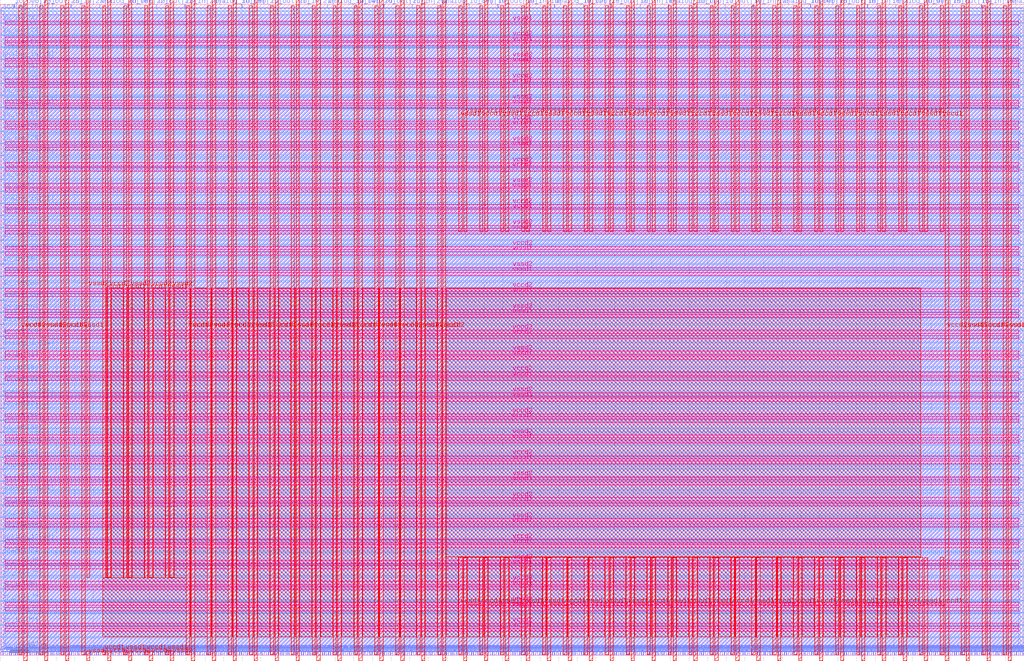
<source format=lef>
VERSION 5.7 ;
  NOWIREEXTENSIONATPIN ON ;
  DIVIDERCHAR "/" ;
  BUSBITCHARS "[]" ;
MACRO adc_wrapper
  CLASS BLOCK ;
  FOREIGN adc_wrapper ;
  ORIGIN 0.000 0.000 ;
  SIZE 1100.000 BY 700.000 ;
  PIN analog_io[0]
    DIRECTION INOUT ;
    USE SIGNAL ;
    PORT
      LAYER met3 ;
        RECT 1096.000 282.920 1100.000 283.520 ;
    END
  END analog_io[0]
  PIN analog_io[10]
    DIRECTION INOUT ;
    USE SIGNAL ;
    PORT
      LAYER met2 ;
        RECT 840.050 696.000 840.330 700.000 ;
    END
  END analog_io[10]
  PIN analog_io[11]
    DIRECTION INOUT ;
    USE SIGNAL ;
    PORT
      LAYER met2 ;
        RECT 717.690 696.000 717.970 700.000 ;
    END
  END analog_io[11]
  PIN analog_io[12]
    DIRECTION INOUT ;
    USE SIGNAL ;
    PORT
      LAYER met2 ;
        RECT 595.330 696.000 595.610 700.000 ;
    END
  END analog_io[12]
  PIN analog_io[13]
    DIRECTION INOUT ;
    USE SIGNAL ;
    PORT
      LAYER met2 ;
        RECT 473.430 696.000 473.710 700.000 ;
    END
  END analog_io[13]
  PIN analog_io[14]
    DIRECTION INOUT ;
    USE SIGNAL ;
    PORT
      LAYER met2 ;
        RECT 351.070 696.000 351.350 700.000 ;
    END
  END analog_io[14]
  PIN analog_io[15]
    DIRECTION INOUT ;
    USE SIGNAL ;
    PORT
      LAYER met2 ;
        RECT 228.710 696.000 228.990 700.000 ;
    END
  END analog_io[15]
  PIN analog_io[16]
    DIRECTION INOUT ;
    USE SIGNAL ;
    PORT
      LAYER met2 ;
        RECT 106.810 696.000 107.090 700.000 ;
    END
  END analog_io[16]
  PIN analog_io[17]
    DIRECTION INOUT ;
    USE SIGNAL ;
    PORT
      LAYER met3 ;
        RECT 0.000 692.280 4.000 692.880 ;
    END
  END analog_io[17]
  PIN analog_io[18]
    DIRECTION INOUT ;
    USE SIGNAL ;
    PORT
      LAYER met3 ;
        RECT 0.000 640.600 4.000 641.200 ;
    END
  END analog_io[18]
  PIN analog_io[19]
    DIRECTION INOUT ;
    USE SIGNAL ;
    PORT
      LAYER met3 ;
        RECT 0.000 588.920 4.000 589.520 ;
    END
  END analog_io[19]
  PIN analog_io[1]
    DIRECTION INOUT ;
    USE SIGNAL ;
    PORT
      LAYER met3 ;
        RECT 1096.000 335.960 1100.000 336.560 ;
    END
  END analog_io[1]
  PIN analog_io[20]
    DIRECTION INOUT ;
    USE SIGNAL ;
    PORT
      LAYER met3 ;
        RECT 0.000 537.240 4.000 537.840 ;
    END
  END analog_io[20]
  PIN analog_io[21]
    DIRECTION INOUT ;
    USE SIGNAL ;
    PORT
      LAYER met3 ;
        RECT 0.000 485.560 4.000 486.160 ;
    END
  END analog_io[21]
  PIN analog_io[22]
    DIRECTION INOUT ;
    USE SIGNAL ;
    PORT
      LAYER met3 ;
        RECT 0.000 433.200 4.000 433.800 ;
    END
  END analog_io[22]
  PIN analog_io[23]
    DIRECTION INOUT ;
    USE SIGNAL ;
    PORT
      LAYER met3 ;
        RECT 0.000 381.520 4.000 382.120 ;
    END
  END analog_io[23]
  PIN analog_io[24]
    DIRECTION INOUT ;
    USE SIGNAL ;
    PORT
      LAYER met3 ;
        RECT 0.000 329.840 4.000 330.440 ;
    END
  END analog_io[24]
  PIN analog_io[25]
    DIRECTION INOUT ;
    USE SIGNAL ;
    PORT
      LAYER met3 ;
        RECT 0.000 278.160 4.000 278.760 ;
    END
  END analog_io[25]
  PIN analog_io[26]
    DIRECTION INOUT ;
    USE SIGNAL ;
    PORT
      LAYER met3 ;
        RECT 0.000 225.800 4.000 226.400 ;
    END
  END analog_io[26]
  PIN analog_io[27]
    DIRECTION INOUT ;
    USE SIGNAL ;
    PORT
      LAYER met3 ;
        RECT 0.000 174.120 4.000 174.720 ;
    END
  END analog_io[27]
  PIN analog_io[28]
    DIRECTION INOUT ;
    USE SIGNAL ;
    PORT
      LAYER met3 ;
        RECT 0.000 122.440 4.000 123.040 ;
    END
  END analog_io[28]
  PIN analog_io[2]
    DIRECTION INOUT ;
    USE SIGNAL ;
    PORT
      LAYER met3 ;
        RECT 1096.000 389.000 1100.000 389.600 ;
    END
  END analog_io[2]
  PIN analog_io[3]
    DIRECTION INOUT ;
    USE SIGNAL ;
    PORT
      LAYER met3 ;
        RECT 1096.000 441.360 1100.000 441.960 ;
    END
  END analog_io[3]
  PIN analog_io[4]
    DIRECTION INOUT ;
    USE SIGNAL ;
    PORT
      LAYER met3 ;
        RECT 1096.000 494.400 1100.000 495.000 ;
    END
  END analog_io[4]
  PIN analog_io[5]
    DIRECTION INOUT ;
    USE SIGNAL ;
    PORT
      LAYER met3 ;
        RECT 1096.000 547.440 1100.000 548.040 ;
    END
  END analog_io[5]
  PIN analog_io[6]
    DIRECTION INOUT ;
    USE SIGNAL ;
    PORT
      LAYER met3 ;
        RECT 1096.000 599.800 1100.000 600.400 ;
    END
  END analog_io[6]
  PIN analog_io[7]
    DIRECTION INOUT ;
    USE SIGNAL ;
    PORT
      LAYER met3 ;
        RECT 1096.000 652.840 1100.000 653.440 ;
    END
  END analog_io[7]
  PIN analog_io[8]
    DIRECTION INOUT ;
    USE SIGNAL ;
    PORT
      LAYER met2 ;
        RECT 1084.310 696.000 1084.590 700.000 ;
    END
  END analog_io[8]
  PIN analog_io[9]
    DIRECTION INOUT ;
    USE SIGNAL ;
    PORT
      LAYER met2 ;
        RECT 961.950 696.000 962.230 700.000 ;
    END
  END analog_io[9]
  PIN io_in[0]
    DIRECTION INPUT ;
    USE SIGNAL ;
    PORT
      LAYER met3 ;
        RECT 1096.000 6.160 1100.000 6.760 ;
    END
  END io_in[0]
  PIN io_in[10]
    DIRECTION INPUT ;
    USE SIGNAL ;
    PORT
      LAYER met3 ;
        RECT 1096.000 454.960 1100.000 455.560 ;
    END
  END io_in[10]
  PIN io_in[11]
    DIRECTION INPUT ;
    USE SIGNAL ;
    PORT
      LAYER met3 ;
        RECT 1096.000 507.320 1100.000 507.920 ;
    END
  END io_in[11]
  PIN io_in[12]
    DIRECTION INPUT ;
    USE SIGNAL ;
    PORT
      LAYER met3 ;
        RECT 1096.000 560.360 1100.000 560.960 ;
    END
  END io_in[12]
  PIN io_in[13]
    DIRECTION INPUT ;
    USE SIGNAL ;
    PORT
      LAYER met3 ;
        RECT 1096.000 613.400 1100.000 614.000 ;
    END
  END io_in[13]
  PIN io_in[14]
    DIRECTION INPUT ;
    USE SIGNAL ;
    PORT
      LAYER met3 ;
        RECT 1096.000 665.760 1100.000 666.360 ;
    END
  END io_in[14]
  PIN io_in[15]
    DIRECTION INPUT ;
    USE SIGNAL ;
    PORT
      LAYER met2 ;
        RECT 1053.950 696.000 1054.230 700.000 ;
    END
  END io_in[15]
  PIN io_in[16]
    DIRECTION INPUT ;
    USE SIGNAL ;
    PORT
      LAYER met2 ;
        RECT 931.590 696.000 931.870 700.000 ;
    END
  END io_in[16]
  PIN io_in[17]
    DIRECTION INPUT ;
    USE SIGNAL ;
    PORT
      LAYER met2 ;
        RECT 809.230 696.000 809.510 700.000 ;
    END
  END io_in[17]
  PIN io_in[18]
    DIRECTION INPUT ;
    USE SIGNAL ;
    PORT
      LAYER met2 ;
        RECT 687.330 696.000 687.610 700.000 ;
    END
  END io_in[18]
  PIN io_in[19]
    DIRECTION INPUT ;
    USE SIGNAL ;
    PORT
      LAYER met2 ;
        RECT 564.970 696.000 565.250 700.000 ;
    END
  END io_in[19]
  PIN io_in[1]
    DIRECTION INPUT ;
    USE SIGNAL ;
    PORT
      LAYER met3 ;
        RECT 1096.000 45.600 1100.000 46.200 ;
    END
  END io_in[1]
  PIN io_in[20]
    DIRECTION INPUT ;
    USE SIGNAL ;
    PORT
      LAYER met2 ;
        RECT 442.610 696.000 442.890 700.000 ;
    END
  END io_in[20]
  PIN io_in[21]
    DIRECTION INPUT ;
    USE SIGNAL ;
    PORT
      LAYER met2 ;
        RECT 320.710 696.000 320.990 700.000 ;
    END
  END io_in[21]
  PIN io_in[22]
    DIRECTION INPUT ;
    USE SIGNAL ;
    PORT
      LAYER met2 ;
        RECT 198.350 696.000 198.630 700.000 ;
    END
  END io_in[22]
  PIN io_in[23]
    DIRECTION INPUT ;
    USE SIGNAL ;
    PORT
      LAYER met2 ;
        RECT 75.990 696.000 76.270 700.000 ;
    END
  END io_in[23]
  PIN io_in[24]
    DIRECTION INPUT ;
    USE SIGNAL ;
    PORT
      LAYER met3 ;
        RECT 0.000 679.360 4.000 679.960 ;
    END
  END io_in[24]
  PIN io_in[25]
    DIRECTION INPUT ;
    USE SIGNAL ;
    PORT
      LAYER met3 ;
        RECT 0.000 627.680 4.000 628.280 ;
    END
  END io_in[25]
  PIN io_in[26]
    DIRECTION INPUT ;
    USE SIGNAL ;
    PORT
      LAYER met3 ;
        RECT 0.000 576.000 4.000 576.600 ;
    END
  END io_in[26]
  PIN io_in[27]
    DIRECTION INPUT ;
    USE SIGNAL ;
    PORT
      LAYER met3 ;
        RECT 0.000 524.320 4.000 524.920 ;
    END
  END io_in[27]
  PIN io_in[28]
    DIRECTION INPUT ;
    USE SIGNAL ;
    PORT
      LAYER met3 ;
        RECT 0.000 472.640 4.000 473.240 ;
    END
  END io_in[28]
  PIN io_in[29]
    DIRECTION INPUT ;
    USE SIGNAL ;
    PORT
      LAYER met3 ;
        RECT 0.000 420.280 4.000 420.880 ;
    END
  END io_in[29]
  PIN io_in[2]
    DIRECTION INPUT ;
    USE SIGNAL ;
    PORT
      LAYER met3 ;
        RECT 1096.000 85.040 1100.000 85.640 ;
    END
  END io_in[2]
  PIN io_in[30]
    DIRECTION INPUT ;
    USE SIGNAL ;
    PORT
      LAYER met3 ;
        RECT 0.000 368.600 4.000 369.200 ;
    END
  END io_in[30]
  PIN io_in[31]
    DIRECTION INPUT ;
    USE SIGNAL ;
    PORT
      LAYER met3 ;
        RECT 0.000 316.920 4.000 317.520 ;
    END
  END io_in[31]
  PIN io_in[32]
    DIRECTION INPUT ;
    USE SIGNAL ;
    PORT
      LAYER met3 ;
        RECT 0.000 265.240 4.000 265.840 ;
    END
  END io_in[32]
  PIN io_in[33]
    DIRECTION INPUT ;
    USE SIGNAL ;
    PORT
      LAYER met3 ;
        RECT 0.000 212.880 4.000 213.480 ;
    END
  END io_in[33]
  PIN io_in[34]
    DIRECTION INPUT ;
    USE SIGNAL ;
    PORT
      LAYER met3 ;
        RECT 0.000 161.200 4.000 161.800 ;
    END
  END io_in[34]
  PIN io_in[35]
    DIRECTION INPUT ;
    USE SIGNAL ;
    PORT
      LAYER met3 ;
        RECT 0.000 109.520 4.000 110.120 ;
    END
  END io_in[35]
  PIN io_in[36]
    DIRECTION INPUT ;
    USE SIGNAL ;
    PORT
      LAYER met3 ;
        RECT 0.000 70.760 4.000 71.360 ;
    END
  END io_in[36]
  PIN io_in[37]
    DIRECTION INPUT ;
    USE SIGNAL ;
    PORT
      LAYER met3 ;
        RECT 0.000 32.000 4.000 32.600 ;
    END
  END io_in[37]
  PIN io_in[3]
    DIRECTION INPUT ;
    USE SIGNAL ;
    PORT
      LAYER met3 ;
        RECT 1096.000 124.480 1100.000 125.080 ;
    END
  END io_in[3]
  PIN io_in[4]
    DIRECTION INPUT ;
    USE SIGNAL ;
    PORT
      LAYER met3 ;
        RECT 1096.000 163.920 1100.000 164.520 ;
    END
  END io_in[4]
  PIN io_in[5]
    DIRECTION INPUT ;
    USE SIGNAL ;
    PORT
      LAYER met3 ;
        RECT 1096.000 204.040 1100.000 204.640 ;
    END
  END io_in[5]
  PIN io_in[6]
    DIRECTION INPUT ;
    USE SIGNAL ;
    PORT
      LAYER met3 ;
        RECT 1096.000 243.480 1100.000 244.080 ;
    END
  END io_in[6]
  PIN io_in[7]
    DIRECTION INPUT ;
    USE SIGNAL ;
    PORT
      LAYER met3 ;
        RECT 1096.000 296.520 1100.000 297.120 ;
    END
  END io_in[7]
  PIN io_in[8]
    DIRECTION INPUT ;
    USE SIGNAL ;
    PORT
      LAYER met3 ;
        RECT 1096.000 348.880 1100.000 349.480 ;
    END
  END io_in[8]
  PIN io_in[9]
    DIRECTION INPUT ;
    USE SIGNAL ;
    PORT
      LAYER met3 ;
        RECT 1096.000 401.920 1100.000 402.520 ;
    END
  END io_in[9]
  PIN io_oeb[0]
    DIRECTION OUTPUT TRISTATE ;
    USE SIGNAL ;
    PORT
      LAYER met3 ;
        RECT 1096.000 32.000 1100.000 32.600 ;
    END
  END io_oeb[0]
  PIN io_oeb[10]
    DIRECTION OUTPUT TRISTATE ;
    USE SIGNAL ;
    PORT
      LAYER met3 ;
        RECT 1096.000 480.800 1100.000 481.400 ;
    END
  END io_oeb[10]
  PIN io_oeb[11]
    DIRECTION OUTPUT TRISTATE ;
    USE SIGNAL ;
    PORT
      LAYER met3 ;
        RECT 1096.000 533.840 1100.000 534.440 ;
    END
  END io_oeb[11]
  PIN io_oeb[12]
    DIRECTION OUTPUT TRISTATE ;
    USE SIGNAL ;
    PORT
      LAYER met3 ;
        RECT 1096.000 586.880 1100.000 587.480 ;
    END
  END io_oeb[12]
  PIN io_oeb[13]
    DIRECTION OUTPUT TRISTATE ;
    USE SIGNAL ;
    PORT
      LAYER met3 ;
        RECT 1096.000 639.240 1100.000 639.840 ;
    END
  END io_oeb[13]
  PIN io_oeb[14]
    DIRECTION OUTPUT TRISTATE ;
    USE SIGNAL ;
    PORT
      LAYER met3 ;
        RECT 1096.000 692.280 1100.000 692.880 ;
    END
  END io_oeb[14]
  PIN io_oeb[15]
    DIRECTION OUTPUT TRISTATE ;
    USE SIGNAL ;
    PORT
      LAYER met2 ;
        RECT 992.770 696.000 993.050 700.000 ;
    END
  END io_oeb[15]
  PIN io_oeb[16]
    DIRECTION OUTPUT TRISTATE ;
    USE SIGNAL ;
    PORT
      LAYER met2 ;
        RECT 870.410 696.000 870.690 700.000 ;
    END
  END io_oeb[16]
  PIN io_oeb[17]
    DIRECTION OUTPUT TRISTATE ;
    USE SIGNAL ;
    PORT
      LAYER met2 ;
        RECT 748.510 696.000 748.790 700.000 ;
    END
  END io_oeb[17]
  PIN io_oeb[18]
    DIRECTION OUTPUT TRISTATE ;
    USE SIGNAL ;
    PORT
      LAYER met2 ;
        RECT 626.150 696.000 626.430 700.000 ;
    END
  END io_oeb[18]
  PIN io_oeb[19]
    DIRECTION OUTPUT TRISTATE ;
    USE SIGNAL ;
    PORT
      LAYER met2 ;
        RECT 503.790 696.000 504.070 700.000 ;
    END
  END io_oeb[19]
  PIN io_oeb[1]
    DIRECTION OUTPUT TRISTATE ;
    USE SIGNAL ;
    PORT
      LAYER met3 ;
        RECT 1096.000 72.120 1100.000 72.720 ;
    END
  END io_oeb[1]
  PIN io_oeb[20]
    DIRECTION OUTPUT TRISTATE ;
    USE SIGNAL ;
    PORT
      LAYER met2 ;
        RECT 381.890 696.000 382.170 700.000 ;
    END
  END io_oeb[20]
  PIN io_oeb[21]
    DIRECTION OUTPUT TRISTATE ;
    USE SIGNAL ;
    PORT
      LAYER met2 ;
        RECT 259.530 696.000 259.810 700.000 ;
    END
  END io_oeb[21]
  PIN io_oeb[22]
    DIRECTION OUTPUT TRISTATE ;
    USE SIGNAL ;
    PORT
      LAYER met2 ;
        RECT 137.170 696.000 137.450 700.000 ;
    END
  END io_oeb[22]
  PIN io_oeb[23]
    DIRECTION OUTPUT TRISTATE ;
    USE SIGNAL ;
    PORT
      LAYER met2 ;
        RECT 15.270 696.000 15.550 700.000 ;
    END
  END io_oeb[23]
  PIN io_oeb[24]
    DIRECTION OUTPUT TRISTATE ;
    USE SIGNAL ;
    PORT
      LAYER met3 ;
        RECT 0.000 653.520 4.000 654.120 ;
    END
  END io_oeb[24]
  PIN io_oeb[25]
    DIRECTION OUTPUT TRISTATE ;
    USE SIGNAL ;
    PORT
      LAYER met3 ;
        RECT 0.000 601.840 4.000 602.440 ;
    END
  END io_oeb[25]
  PIN io_oeb[26]
    DIRECTION OUTPUT TRISTATE ;
    USE SIGNAL ;
    PORT
      LAYER met3 ;
        RECT 0.000 550.160 4.000 550.760 ;
    END
  END io_oeb[26]
  PIN io_oeb[27]
    DIRECTION OUTPUT TRISTATE ;
    USE SIGNAL ;
    PORT
      LAYER met3 ;
        RECT 0.000 498.480 4.000 499.080 ;
    END
  END io_oeb[27]
  PIN io_oeb[28]
    DIRECTION OUTPUT TRISTATE ;
    USE SIGNAL ;
    PORT
      LAYER met3 ;
        RECT 0.000 446.120 4.000 446.720 ;
    END
  END io_oeb[28]
  PIN io_oeb[29]
    DIRECTION OUTPUT TRISTATE ;
    USE SIGNAL ;
    PORT
      LAYER met3 ;
        RECT 0.000 394.440 4.000 395.040 ;
    END
  END io_oeb[29]
  PIN io_oeb[2]
    DIRECTION OUTPUT TRISTATE ;
    USE SIGNAL ;
    PORT
      LAYER met3 ;
        RECT 1096.000 111.560 1100.000 112.160 ;
    END
  END io_oeb[2]
  PIN io_oeb[30]
    DIRECTION OUTPUT TRISTATE ;
    USE SIGNAL ;
    PORT
      LAYER met3 ;
        RECT 0.000 342.760 4.000 343.360 ;
    END
  END io_oeb[30]
  PIN io_oeb[31]
    DIRECTION OUTPUT TRISTATE ;
    USE SIGNAL ;
    PORT
      LAYER met3 ;
        RECT 0.000 291.080 4.000 291.680 ;
    END
  END io_oeb[31]
  PIN io_oeb[32]
    DIRECTION OUTPUT TRISTATE ;
    USE SIGNAL ;
    PORT
      LAYER met3 ;
        RECT 0.000 239.400 4.000 240.000 ;
    END
  END io_oeb[32]
  PIN io_oeb[33]
    DIRECTION OUTPUT TRISTATE ;
    USE SIGNAL ;
    PORT
      LAYER met3 ;
        RECT 0.000 187.040 4.000 187.640 ;
    END
  END io_oeb[33]
  PIN io_oeb[34]
    DIRECTION OUTPUT TRISTATE ;
    USE SIGNAL ;
    PORT
      LAYER met3 ;
        RECT 0.000 135.360 4.000 135.960 ;
    END
  END io_oeb[34]
  PIN io_oeb[35]
    DIRECTION OUTPUT TRISTATE ;
    USE SIGNAL ;
    PORT
      LAYER met3 ;
        RECT 0.000 83.680 4.000 84.280 ;
    END
  END io_oeb[35]
  PIN io_oeb[36]
    DIRECTION OUTPUT TRISTATE ;
    USE SIGNAL ;
    PORT
      LAYER met3 ;
        RECT 0.000 44.920 4.000 45.520 ;
    END
  END io_oeb[36]
  PIN io_oeb[37]
    DIRECTION OUTPUT TRISTATE ;
    USE SIGNAL ;
    PORT
      LAYER met3 ;
        RECT 0.000 6.160 4.000 6.760 ;
    END
  END io_oeb[37]
  PIN io_oeb[3]
    DIRECTION OUTPUT TRISTATE ;
    USE SIGNAL ;
    PORT
      LAYER met3 ;
        RECT 1096.000 151.000 1100.000 151.600 ;
    END
  END io_oeb[3]
  PIN io_oeb[4]
    DIRECTION OUTPUT TRISTATE ;
    USE SIGNAL ;
    PORT
      LAYER met3 ;
        RECT 1096.000 190.440 1100.000 191.040 ;
    END
  END io_oeb[4]
  PIN io_oeb[5]
    DIRECTION OUTPUT TRISTATE ;
    USE SIGNAL ;
    PORT
      LAYER met3 ;
        RECT 1096.000 230.560 1100.000 231.160 ;
    END
  END io_oeb[5]
  PIN io_oeb[6]
    DIRECTION OUTPUT TRISTATE ;
    USE SIGNAL ;
    PORT
      LAYER met3 ;
        RECT 1096.000 270.000 1100.000 270.600 ;
    END
  END io_oeb[6]
  PIN io_oeb[7]
    DIRECTION OUTPUT TRISTATE ;
    USE SIGNAL ;
    PORT
      LAYER met3 ;
        RECT 1096.000 322.360 1100.000 322.960 ;
    END
  END io_oeb[7]
  PIN io_oeb[8]
    DIRECTION OUTPUT TRISTATE ;
    USE SIGNAL ;
    PORT
      LAYER met3 ;
        RECT 1096.000 375.400 1100.000 376.000 ;
    END
  END io_oeb[8]
  PIN io_oeb[9]
    DIRECTION OUTPUT TRISTATE ;
    USE SIGNAL ;
    PORT
      LAYER met3 ;
        RECT 1096.000 428.440 1100.000 429.040 ;
    END
  END io_oeb[9]
  PIN io_out[0]
    DIRECTION OUTPUT TRISTATE ;
    USE SIGNAL ;
    PORT
      LAYER met3 ;
        RECT 1096.000 19.080 1100.000 19.680 ;
    END
  END io_out[0]
  PIN io_out[10]
    DIRECTION OUTPUT TRISTATE ;
    USE SIGNAL ;
    PORT
      LAYER met3 ;
        RECT 1096.000 467.880 1100.000 468.480 ;
    END
  END io_out[10]
  PIN io_out[11]
    DIRECTION OUTPUT TRISTATE ;
    USE SIGNAL ;
    PORT
      LAYER met3 ;
        RECT 1096.000 520.920 1100.000 521.520 ;
    END
  END io_out[11]
  PIN io_out[12]
    DIRECTION OUTPUT TRISTATE ;
    USE SIGNAL ;
    PORT
      LAYER met3 ;
        RECT 1096.000 573.280 1100.000 573.880 ;
    END
  END io_out[12]
  PIN io_out[13]
    DIRECTION OUTPUT TRISTATE ;
    USE SIGNAL ;
    PORT
      LAYER met3 ;
        RECT 1096.000 626.320 1100.000 626.920 ;
    END
  END io_out[13]
  PIN io_out[14]
    DIRECTION OUTPUT TRISTATE ;
    USE SIGNAL ;
    PORT
      LAYER met3 ;
        RECT 1096.000 679.360 1100.000 679.960 ;
    END
  END io_out[14]
  PIN io_out[15]
    DIRECTION OUTPUT TRISTATE ;
    USE SIGNAL ;
    PORT
      LAYER met2 ;
        RECT 1023.130 696.000 1023.410 700.000 ;
    END
  END io_out[15]
  PIN io_out[16]
    DIRECTION OUTPUT TRISTATE ;
    USE SIGNAL ;
    PORT
      LAYER met2 ;
        RECT 901.230 696.000 901.510 700.000 ;
    END
  END io_out[16]
  PIN io_out[17]
    DIRECTION OUTPUT TRISTATE ;
    USE SIGNAL ;
    PORT
      LAYER met2 ;
        RECT 778.870 696.000 779.150 700.000 ;
    END
  END io_out[17]
  PIN io_out[18]
    DIRECTION OUTPUT TRISTATE ;
    USE SIGNAL ;
    PORT
      LAYER met2 ;
        RECT 656.510 696.000 656.790 700.000 ;
    END
  END io_out[18]
  PIN io_out[19]
    DIRECTION OUTPUT TRISTATE ;
    USE SIGNAL ;
    PORT
      LAYER met2 ;
        RECT 534.610 696.000 534.890 700.000 ;
    END
  END io_out[19]
  PIN io_out[1]
    DIRECTION OUTPUT TRISTATE ;
    USE SIGNAL ;
    PORT
      LAYER met3 ;
        RECT 1096.000 58.520 1100.000 59.120 ;
    END
  END io_out[1]
  PIN io_out[20]
    DIRECTION OUTPUT TRISTATE ;
    USE SIGNAL ;
    PORT
      LAYER met2 ;
        RECT 412.250 696.000 412.530 700.000 ;
    END
  END io_out[20]
  PIN io_out[21]
    DIRECTION OUTPUT TRISTATE ;
    USE SIGNAL ;
    PORT
      LAYER met2 ;
        RECT 289.890 696.000 290.170 700.000 ;
    END
  END io_out[21]
  PIN io_out[22]
    DIRECTION OUTPUT TRISTATE ;
    USE SIGNAL ;
    PORT
      LAYER met2 ;
        RECT 167.990 696.000 168.270 700.000 ;
    END
  END io_out[22]
  PIN io_out[23]
    DIRECTION OUTPUT TRISTATE ;
    USE SIGNAL ;
    PORT
      LAYER met2 ;
        RECT 45.630 696.000 45.910 700.000 ;
    END
  END io_out[23]
  PIN io_out[24]
    DIRECTION OUTPUT TRISTATE ;
    USE SIGNAL ;
    PORT
      LAYER met3 ;
        RECT 0.000 666.440 4.000 667.040 ;
    END
  END io_out[24]
  PIN io_out[25]
    DIRECTION OUTPUT TRISTATE ;
    USE SIGNAL ;
    PORT
      LAYER met3 ;
        RECT 0.000 614.760 4.000 615.360 ;
    END
  END io_out[25]
  PIN io_out[26]
    DIRECTION OUTPUT TRISTATE ;
    USE SIGNAL ;
    PORT
      LAYER met3 ;
        RECT 0.000 563.080 4.000 563.680 ;
    END
  END io_out[26]
  PIN io_out[27]
    DIRECTION OUTPUT TRISTATE ;
    USE SIGNAL ;
    PORT
      LAYER met3 ;
        RECT 0.000 511.400 4.000 512.000 ;
    END
  END io_out[27]
  PIN io_out[28]
    DIRECTION OUTPUT TRISTATE ;
    USE SIGNAL ;
    PORT
      LAYER met3 ;
        RECT 0.000 459.040 4.000 459.640 ;
    END
  END io_out[28]
  PIN io_out[29]
    DIRECTION OUTPUT TRISTATE ;
    USE SIGNAL ;
    PORT
      LAYER met3 ;
        RECT 0.000 407.360 4.000 407.960 ;
    END
  END io_out[29]
  PIN io_out[2]
    DIRECTION OUTPUT TRISTATE ;
    USE SIGNAL ;
    PORT
      LAYER met3 ;
        RECT 1096.000 97.960 1100.000 98.560 ;
    END
  END io_out[2]
  PIN io_out[30]
    DIRECTION OUTPUT TRISTATE ;
    USE SIGNAL ;
    PORT
      LAYER met3 ;
        RECT 0.000 355.680 4.000 356.280 ;
    END
  END io_out[30]
  PIN io_out[31]
    DIRECTION OUTPUT TRISTATE ;
    USE SIGNAL ;
    PORT
      LAYER met3 ;
        RECT 0.000 304.000 4.000 304.600 ;
    END
  END io_out[31]
  PIN io_out[32]
    DIRECTION OUTPUT TRISTATE ;
    USE SIGNAL ;
    PORT
      LAYER met3 ;
        RECT 0.000 252.320 4.000 252.920 ;
    END
  END io_out[32]
  PIN io_out[33]
    DIRECTION OUTPUT TRISTATE ;
    USE SIGNAL ;
    PORT
      LAYER met3 ;
        RECT 0.000 199.960 4.000 200.560 ;
    END
  END io_out[33]
  PIN io_out[34]
    DIRECTION OUTPUT TRISTATE ;
    USE SIGNAL ;
    PORT
      LAYER met3 ;
        RECT 0.000 148.280 4.000 148.880 ;
    END
  END io_out[34]
  PIN io_out[35]
    DIRECTION OUTPUT TRISTATE ;
    USE SIGNAL ;
    PORT
      LAYER met3 ;
        RECT 0.000 96.600 4.000 97.200 ;
    END
  END io_out[35]
  PIN io_out[36]
    DIRECTION OUTPUT TRISTATE ;
    USE SIGNAL ;
    PORT
      LAYER met3 ;
        RECT 0.000 57.840 4.000 58.440 ;
    END
  END io_out[36]
  PIN io_out[37]
    DIRECTION OUTPUT TRISTATE ;
    USE SIGNAL ;
    PORT
      LAYER met3 ;
        RECT 0.000 19.080 4.000 19.680 ;
    END
  END io_out[37]
  PIN io_out[3]
    DIRECTION OUTPUT TRISTATE ;
    USE SIGNAL ;
    PORT
      LAYER met3 ;
        RECT 1096.000 138.080 1100.000 138.680 ;
    END
  END io_out[3]
  PIN io_out[4]
    DIRECTION OUTPUT TRISTATE ;
    USE SIGNAL ;
    PORT
      LAYER met3 ;
        RECT 1096.000 177.520 1100.000 178.120 ;
    END
  END io_out[4]
  PIN io_out[5]
    DIRECTION OUTPUT TRISTATE ;
    USE SIGNAL ;
    PORT
      LAYER met3 ;
        RECT 1096.000 216.960 1100.000 217.560 ;
    END
  END io_out[5]
  PIN io_out[6]
    DIRECTION OUTPUT TRISTATE ;
    USE SIGNAL ;
    PORT
      LAYER met3 ;
        RECT 1096.000 256.400 1100.000 257.000 ;
    END
  END io_out[6]
  PIN io_out[7]
    DIRECTION OUTPUT TRISTATE ;
    USE SIGNAL ;
    PORT
      LAYER met3 ;
        RECT 1096.000 309.440 1100.000 310.040 ;
    END
  END io_out[7]
  PIN io_out[8]
    DIRECTION OUTPUT TRISTATE ;
    USE SIGNAL ;
    PORT
      LAYER met3 ;
        RECT 1096.000 362.480 1100.000 363.080 ;
    END
  END io_out[8]
  PIN io_out[9]
    DIRECTION OUTPUT TRISTATE ;
    USE SIGNAL ;
    PORT
      LAYER met3 ;
        RECT 1096.000 414.840 1100.000 415.440 ;
    END
  END io_out[9]
  PIN la_data_in[0]
    DIRECTION INPUT ;
    USE SIGNAL ;
    PORT
      LAYER met2 ;
        RECT 236.990 0.000 237.270 4.000 ;
    END
  END la_data_in[0]
  PIN la_data_in[100]
    DIRECTION INPUT ;
    USE SIGNAL ;
    PORT
      LAYER met2 ;
        RECT 904.910 0.000 905.190 4.000 ;
    END
  END la_data_in[100]
  PIN la_data_in[101]
    DIRECTION INPUT ;
    USE SIGNAL ;
    PORT
      LAYER met2 ;
        RECT 911.350 0.000 911.630 4.000 ;
    END
  END la_data_in[101]
  PIN la_data_in[102]
    DIRECTION INPUT ;
    USE SIGNAL ;
    PORT
      LAYER met2 ;
        RECT 918.250 0.000 918.530 4.000 ;
    END
  END la_data_in[102]
  PIN la_data_in[103]
    DIRECTION INPUT ;
    USE SIGNAL ;
    PORT
      LAYER met2 ;
        RECT 924.690 0.000 924.970 4.000 ;
    END
  END la_data_in[103]
  PIN la_data_in[104]
    DIRECTION INPUT ;
    USE SIGNAL ;
    PORT
      LAYER met2 ;
        RECT 931.590 0.000 931.870 4.000 ;
    END
  END la_data_in[104]
  PIN la_data_in[105]
    DIRECTION INPUT ;
    USE SIGNAL ;
    PORT
      LAYER met2 ;
        RECT 938.030 0.000 938.310 4.000 ;
    END
  END la_data_in[105]
  PIN la_data_in[106]
    DIRECTION INPUT ;
    USE SIGNAL ;
    PORT
      LAYER met2 ;
        RECT 944.930 0.000 945.210 4.000 ;
    END
  END la_data_in[106]
  PIN la_data_in[107]
    DIRECTION INPUT ;
    USE SIGNAL ;
    PORT
      LAYER met2 ;
        RECT 951.370 0.000 951.650 4.000 ;
    END
  END la_data_in[107]
  PIN la_data_in[108]
    DIRECTION INPUT ;
    USE SIGNAL ;
    PORT
      LAYER met2 ;
        RECT 958.270 0.000 958.550 4.000 ;
    END
  END la_data_in[108]
  PIN la_data_in[109]
    DIRECTION INPUT ;
    USE SIGNAL ;
    PORT
      LAYER met2 ;
        RECT 964.710 0.000 964.990 4.000 ;
    END
  END la_data_in[109]
  PIN la_data_in[10]
    DIRECTION INPUT ;
    USE SIGNAL ;
    PORT
      LAYER met2 ;
        RECT 303.690 0.000 303.970 4.000 ;
    END
  END la_data_in[10]
  PIN la_data_in[110]
    DIRECTION INPUT ;
    USE SIGNAL ;
    PORT
      LAYER met2 ;
        RECT 971.610 0.000 971.890 4.000 ;
    END
  END la_data_in[110]
  PIN la_data_in[111]
    DIRECTION INPUT ;
    USE SIGNAL ;
    PORT
      LAYER met2 ;
        RECT 978.050 0.000 978.330 4.000 ;
    END
  END la_data_in[111]
  PIN la_data_in[112]
    DIRECTION INPUT ;
    USE SIGNAL ;
    PORT
      LAYER met2 ;
        RECT 984.950 0.000 985.230 4.000 ;
    END
  END la_data_in[112]
  PIN la_data_in[113]
    DIRECTION INPUT ;
    USE SIGNAL ;
    PORT
      LAYER met2 ;
        RECT 991.390 0.000 991.670 4.000 ;
    END
  END la_data_in[113]
  PIN la_data_in[114]
    DIRECTION INPUT ;
    USE SIGNAL ;
    PORT
      LAYER met2 ;
        RECT 998.290 0.000 998.570 4.000 ;
    END
  END la_data_in[114]
  PIN la_data_in[115]
    DIRECTION INPUT ;
    USE SIGNAL ;
    PORT
      LAYER met2 ;
        RECT 1004.730 0.000 1005.010 4.000 ;
    END
  END la_data_in[115]
  PIN la_data_in[116]
    DIRECTION INPUT ;
    USE SIGNAL ;
    PORT
      LAYER met2 ;
        RECT 1011.630 0.000 1011.910 4.000 ;
    END
  END la_data_in[116]
  PIN la_data_in[117]
    DIRECTION INPUT ;
    USE SIGNAL ;
    PORT
      LAYER met2 ;
        RECT 1018.070 0.000 1018.350 4.000 ;
    END
  END la_data_in[117]
  PIN la_data_in[118]
    DIRECTION INPUT ;
    USE SIGNAL ;
    PORT
      LAYER met2 ;
        RECT 1024.970 0.000 1025.250 4.000 ;
    END
  END la_data_in[118]
  PIN la_data_in[119]
    DIRECTION INPUT ;
    USE SIGNAL ;
    PORT
      LAYER met2 ;
        RECT 1031.410 0.000 1031.690 4.000 ;
    END
  END la_data_in[119]
  PIN la_data_in[11]
    DIRECTION INPUT ;
    USE SIGNAL ;
    PORT
      LAYER met2 ;
        RECT 310.130 0.000 310.410 4.000 ;
    END
  END la_data_in[11]
  PIN la_data_in[120]
    DIRECTION INPUT ;
    USE SIGNAL ;
    PORT
      LAYER met2 ;
        RECT 1038.310 0.000 1038.590 4.000 ;
    END
  END la_data_in[120]
  PIN la_data_in[121]
    DIRECTION INPUT ;
    USE SIGNAL ;
    PORT
      LAYER met2 ;
        RECT 1044.750 0.000 1045.030 4.000 ;
    END
  END la_data_in[121]
  PIN la_data_in[122]
    DIRECTION INPUT ;
    USE SIGNAL ;
    PORT
      LAYER met2 ;
        RECT 1051.650 0.000 1051.930 4.000 ;
    END
  END la_data_in[122]
  PIN la_data_in[123]
    DIRECTION INPUT ;
    USE SIGNAL ;
    PORT
      LAYER met2 ;
        RECT 1058.550 0.000 1058.830 4.000 ;
    END
  END la_data_in[123]
  PIN la_data_in[124]
    DIRECTION INPUT ;
    USE SIGNAL ;
    PORT
      LAYER met2 ;
        RECT 1064.990 0.000 1065.270 4.000 ;
    END
  END la_data_in[124]
  PIN la_data_in[125]
    DIRECTION INPUT ;
    USE SIGNAL ;
    PORT
      LAYER met2 ;
        RECT 1071.890 0.000 1072.170 4.000 ;
    END
  END la_data_in[125]
  PIN la_data_in[126]
    DIRECTION INPUT ;
    USE SIGNAL ;
    PORT
      LAYER met2 ;
        RECT 1078.330 0.000 1078.610 4.000 ;
    END
  END la_data_in[126]
  PIN la_data_in[127]
    DIRECTION INPUT ;
    USE SIGNAL ;
    PORT
      LAYER met2 ;
        RECT 1085.230 0.000 1085.510 4.000 ;
    END
  END la_data_in[127]
  PIN la_data_in[12]
    DIRECTION INPUT ;
    USE SIGNAL ;
    PORT
      LAYER met2 ;
        RECT 317.030 0.000 317.310 4.000 ;
    END
  END la_data_in[12]
  PIN la_data_in[13]
    DIRECTION INPUT ;
    USE SIGNAL ;
    PORT
      LAYER met2 ;
        RECT 323.470 0.000 323.750 4.000 ;
    END
  END la_data_in[13]
  PIN la_data_in[14]
    DIRECTION INPUT ;
    USE SIGNAL ;
    PORT
      LAYER met2 ;
        RECT 330.370 0.000 330.650 4.000 ;
    END
  END la_data_in[14]
  PIN la_data_in[15]
    DIRECTION INPUT ;
    USE SIGNAL ;
    PORT
      LAYER met2 ;
        RECT 336.810 0.000 337.090 4.000 ;
    END
  END la_data_in[15]
  PIN la_data_in[16]
    DIRECTION INPUT ;
    USE SIGNAL ;
    PORT
      LAYER met2 ;
        RECT 343.710 0.000 343.990 4.000 ;
    END
  END la_data_in[16]
  PIN la_data_in[17]
    DIRECTION INPUT ;
    USE SIGNAL ;
    PORT
      LAYER met2 ;
        RECT 350.150 0.000 350.430 4.000 ;
    END
  END la_data_in[17]
  PIN la_data_in[18]
    DIRECTION INPUT ;
    USE SIGNAL ;
    PORT
      LAYER met2 ;
        RECT 357.050 0.000 357.330 4.000 ;
    END
  END la_data_in[18]
  PIN la_data_in[19]
    DIRECTION INPUT ;
    USE SIGNAL ;
    PORT
      LAYER met2 ;
        RECT 363.490 0.000 363.770 4.000 ;
    END
  END la_data_in[19]
  PIN la_data_in[1]
    DIRECTION INPUT ;
    USE SIGNAL ;
    PORT
      LAYER met2 ;
        RECT 243.430 0.000 243.710 4.000 ;
    END
  END la_data_in[1]
  PIN la_data_in[20]
    DIRECTION INPUT ;
    USE SIGNAL ;
    PORT
      LAYER met2 ;
        RECT 370.390 0.000 370.670 4.000 ;
    END
  END la_data_in[20]
  PIN la_data_in[21]
    DIRECTION INPUT ;
    USE SIGNAL ;
    PORT
      LAYER met2 ;
        RECT 376.830 0.000 377.110 4.000 ;
    END
  END la_data_in[21]
  PIN la_data_in[22]
    DIRECTION INPUT ;
    USE SIGNAL ;
    PORT
      LAYER met2 ;
        RECT 383.730 0.000 384.010 4.000 ;
    END
  END la_data_in[22]
  PIN la_data_in[23]
    DIRECTION INPUT ;
    USE SIGNAL ;
    PORT
      LAYER met2 ;
        RECT 390.630 0.000 390.910 4.000 ;
    END
  END la_data_in[23]
  PIN la_data_in[24]
    DIRECTION INPUT ;
    USE SIGNAL ;
    PORT
      LAYER met2 ;
        RECT 397.070 0.000 397.350 4.000 ;
    END
  END la_data_in[24]
  PIN la_data_in[25]
    DIRECTION INPUT ;
    USE SIGNAL ;
    PORT
      LAYER met2 ;
        RECT 403.970 0.000 404.250 4.000 ;
    END
  END la_data_in[25]
  PIN la_data_in[26]
    DIRECTION INPUT ;
    USE SIGNAL ;
    PORT
      LAYER met2 ;
        RECT 410.410 0.000 410.690 4.000 ;
    END
  END la_data_in[26]
  PIN la_data_in[27]
    DIRECTION INPUT ;
    USE SIGNAL ;
    PORT
      LAYER met2 ;
        RECT 417.310 0.000 417.590 4.000 ;
    END
  END la_data_in[27]
  PIN la_data_in[28]
    DIRECTION INPUT ;
    USE SIGNAL ;
    PORT
      LAYER met2 ;
        RECT 423.750 0.000 424.030 4.000 ;
    END
  END la_data_in[28]
  PIN la_data_in[29]
    DIRECTION INPUT ;
    USE SIGNAL ;
    PORT
      LAYER met2 ;
        RECT 430.650 0.000 430.930 4.000 ;
    END
  END la_data_in[29]
  PIN la_data_in[2]
    DIRECTION INPUT ;
    USE SIGNAL ;
    PORT
      LAYER met2 ;
        RECT 250.330 0.000 250.610 4.000 ;
    END
  END la_data_in[2]
  PIN la_data_in[30]
    DIRECTION INPUT ;
    USE SIGNAL ;
    PORT
      LAYER met2 ;
        RECT 437.090 0.000 437.370 4.000 ;
    END
  END la_data_in[30]
  PIN la_data_in[31]
    DIRECTION INPUT ;
    USE SIGNAL ;
    PORT
      LAYER met2 ;
        RECT 443.990 0.000 444.270 4.000 ;
    END
  END la_data_in[31]
  PIN la_data_in[32]
    DIRECTION INPUT ;
    USE SIGNAL ;
    PORT
      LAYER met2 ;
        RECT 450.430 0.000 450.710 4.000 ;
    END
  END la_data_in[32]
  PIN la_data_in[33]
    DIRECTION INPUT ;
    USE SIGNAL ;
    PORT
      LAYER met2 ;
        RECT 457.330 0.000 457.610 4.000 ;
    END
  END la_data_in[33]
  PIN la_data_in[34]
    DIRECTION INPUT ;
    USE SIGNAL ;
    PORT
      LAYER met2 ;
        RECT 463.770 0.000 464.050 4.000 ;
    END
  END la_data_in[34]
  PIN la_data_in[35]
    DIRECTION INPUT ;
    USE SIGNAL ;
    PORT
      LAYER met2 ;
        RECT 470.670 0.000 470.950 4.000 ;
    END
  END la_data_in[35]
  PIN la_data_in[36]
    DIRECTION INPUT ;
    USE SIGNAL ;
    PORT
      LAYER met2 ;
        RECT 477.110 0.000 477.390 4.000 ;
    END
  END la_data_in[36]
  PIN la_data_in[37]
    DIRECTION INPUT ;
    USE SIGNAL ;
    PORT
      LAYER met2 ;
        RECT 484.010 0.000 484.290 4.000 ;
    END
  END la_data_in[37]
  PIN la_data_in[38]
    DIRECTION INPUT ;
    USE SIGNAL ;
    PORT
      LAYER met2 ;
        RECT 490.450 0.000 490.730 4.000 ;
    END
  END la_data_in[38]
  PIN la_data_in[39]
    DIRECTION INPUT ;
    USE SIGNAL ;
    PORT
      LAYER met2 ;
        RECT 497.350 0.000 497.630 4.000 ;
    END
  END la_data_in[39]
  PIN la_data_in[3]
    DIRECTION INPUT ;
    USE SIGNAL ;
    PORT
      LAYER met2 ;
        RECT 256.770 0.000 257.050 4.000 ;
    END
  END la_data_in[3]
  PIN la_data_in[40]
    DIRECTION INPUT ;
    USE SIGNAL ;
    PORT
      LAYER met2 ;
        RECT 503.790 0.000 504.070 4.000 ;
    END
  END la_data_in[40]
  PIN la_data_in[41]
    DIRECTION INPUT ;
    USE SIGNAL ;
    PORT
      LAYER met2 ;
        RECT 510.690 0.000 510.970 4.000 ;
    END
  END la_data_in[41]
  PIN la_data_in[42]
    DIRECTION INPUT ;
    USE SIGNAL ;
    PORT
      LAYER met2 ;
        RECT 517.130 0.000 517.410 4.000 ;
    END
  END la_data_in[42]
  PIN la_data_in[43]
    DIRECTION INPUT ;
    USE SIGNAL ;
    PORT
      LAYER met2 ;
        RECT 524.030 0.000 524.310 4.000 ;
    END
  END la_data_in[43]
  PIN la_data_in[44]
    DIRECTION INPUT ;
    USE SIGNAL ;
    PORT
      LAYER met2 ;
        RECT 530.470 0.000 530.750 4.000 ;
    END
  END la_data_in[44]
  PIN la_data_in[45]
    DIRECTION INPUT ;
    USE SIGNAL ;
    PORT
      LAYER met2 ;
        RECT 537.370 0.000 537.650 4.000 ;
    END
  END la_data_in[45]
  PIN la_data_in[46]
    DIRECTION INPUT ;
    USE SIGNAL ;
    PORT
      LAYER met2 ;
        RECT 543.810 0.000 544.090 4.000 ;
    END
  END la_data_in[46]
  PIN la_data_in[47]
    DIRECTION INPUT ;
    USE SIGNAL ;
    PORT
      LAYER met2 ;
        RECT 550.710 0.000 550.990 4.000 ;
    END
  END la_data_in[47]
  PIN la_data_in[48]
    DIRECTION INPUT ;
    USE SIGNAL ;
    PORT
      LAYER met2 ;
        RECT 557.610 0.000 557.890 4.000 ;
    END
  END la_data_in[48]
  PIN la_data_in[49]
    DIRECTION INPUT ;
    USE SIGNAL ;
    PORT
      LAYER met2 ;
        RECT 564.050 0.000 564.330 4.000 ;
    END
  END la_data_in[49]
  PIN la_data_in[4]
    DIRECTION INPUT ;
    USE SIGNAL ;
    PORT
      LAYER met2 ;
        RECT 263.670 0.000 263.950 4.000 ;
    END
  END la_data_in[4]
  PIN la_data_in[50]
    DIRECTION INPUT ;
    USE SIGNAL ;
    PORT
      LAYER met2 ;
        RECT 570.950 0.000 571.230 4.000 ;
    END
  END la_data_in[50]
  PIN la_data_in[51]
    DIRECTION INPUT ;
    USE SIGNAL ;
    PORT
      LAYER met2 ;
        RECT 577.390 0.000 577.670 4.000 ;
    END
  END la_data_in[51]
  PIN la_data_in[52]
    DIRECTION INPUT ;
    USE SIGNAL ;
    PORT
      LAYER met2 ;
        RECT 584.290 0.000 584.570 4.000 ;
    END
  END la_data_in[52]
  PIN la_data_in[53]
    DIRECTION INPUT ;
    USE SIGNAL ;
    PORT
      LAYER met2 ;
        RECT 590.730 0.000 591.010 4.000 ;
    END
  END la_data_in[53]
  PIN la_data_in[54]
    DIRECTION INPUT ;
    USE SIGNAL ;
    PORT
      LAYER met2 ;
        RECT 597.630 0.000 597.910 4.000 ;
    END
  END la_data_in[54]
  PIN la_data_in[55]
    DIRECTION INPUT ;
    USE SIGNAL ;
    PORT
      LAYER met2 ;
        RECT 604.070 0.000 604.350 4.000 ;
    END
  END la_data_in[55]
  PIN la_data_in[56]
    DIRECTION INPUT ;
    USE SIGNAL ;
    PORT
      LAYER met2 ;
        RECT 610.970 0.000 611.250 4.000 ;
    END
  END la_data_in[56]
  PIN la_data_in[57]
    DIRECTION INPUT ;
    USE SIGNAL ;
    PORT
      LAYER met2 ;
        RECT 617.410 0.000 617.690 4.000 ;
    END
  END la_data_in[57]
  PIN la_data_in[58]
    DIRECTION INPUT ;
    USE SIGNAL ;
    PORT
      LAYER met2 ;
        RECT 624.310 0.000 624.590 4.000 ;
    END
  END la_data_in[58]
  PIN la_data_in[59]
    DIRECTION INPUT ;
    USE SIGNAL ;
    PORT
      LAYER met2 ;
        RECT 630.750 0.000 631.030 4.000 ;
    END
  END la_data_in[59]
  PIN la_data_in[5]
    DIRECTION INPUT ;
    USE SIGNAL ;
    PORT
      LAYER met2 ;
        RECT 270.110 0.000 270.390 4.000 ;
    END
  END la_data_in[5]
  PIN la_data_in[60]
    DIRECTION INPUT ;
    USE SIGNAL ;
    PORT
      LAYER met2 ;
        RECT 637.650 0.000 637.930 4.000 ;
    END
  END la_data_in[60]
  PIN la_data_in[61]
    DIRECTION INPUT ;
    USE SIGNAL ;
    PORT
      LAYER met2 ;
        RECT 644.090 0.000 644.370 4.000 ;
    END
  END la_data_in[61]
  PIN la_data_in[62]
    DIRECTION INPUT ;
    USE SIGNAL ;
    PORT
      LAYER met2 ;
        RECT 650.990 0.000 651.270 4.000 ;
    END
  END la_data_in[62]
  PIN la_data_in[63]
    DIRECTION INPUT ;
    USE SIGNAL ;
    PORT
      LAYER met2 ;
        RECT 657.430 0.000 657.710 4.000 ;
    END
  END la_data_in[63]
  PIN la_data_in[64]
    DIRECTION INPUT ;
    USE SIGNAL ;
    PORT
      LAYER met2 ;
        RECT 664.330 0.000 664.610 4.000 ;
    END
  END la_data_in[64]
  PIN la_data_in[65]
    DIRECTION INPUT ;
    USE SIGNAL ;
    PORT
      LAYER met2 ;
        RECT 670.770 0.000 671.050 4.000 ;
    END
  END la_data_in[65]
  PIN la_data_in[66]
    DIRECTION INPUT ;
    USE SIGNAL ;
    PORT
      LAYER met2 ;
        RECT 677.670 0.000 677.950 4.000 ;
    END
  END la_data_in[66]
  PIN la_data_in[67]
    DIRECTION INPUT ;
    USE SIGNAL ;
    PORT
      LAYER met2 ;
        RECT 684.110 0.000 684.390 4.000 ;
    END
  END la_data_in[67]
  PIN la_data_in[68]
    DIRECTION INPUT ;
    USE SIGNAL ;
    PORT
      LAYER met2 ;
        RECT 691.010 0.000 691.290 4.000 ;
    END
  END la_data_in[68]
  PIN la_data_in[69]
    DIRECTION INPUT ;
    USE SIGNAL ;
    PORT
      LAYER met2 ;
        RECT 697.450 0.000 697.730 4.000 ;
    END
  END la_data_in[69]
  PIN la_data_in[6]
    DIRECTION INPUT ;
    USE SIGNAL ;
    PORT
      LAYER met2 ;
        RECT 277.010 0.000 277.290 4.000 ;
    END
  END la_data_in[6]
  PIN la_data_in[70]
    DIRECTION INPUT ;
    USE SIGNAL ;
    PORT
      LAYER met2 ;
        RECT 704.350 0.000 704.630 4.000 ;
    END
  END la_data_in[70]
  PIN la_data_in[71]
    DIRECTION INPUT ;
    USE SIGNAL ;
    PORT
      LAYER met2 ;
        RECT 710.790 0.000 711.070 4.000 ;
    END
  END la_data_in[71]
  PIN la_data_in[72]
    DIRECTION INPUT ;
    USE SIGNAL ;
    PORT
      LAYER met2 ;
        RECT 717.690 0.000 717.970 4.000 ;
    END
  END la_data_in[72]
  PIN la_data_in[73]
    DIRECTION INPUT ;
    USE SIGNAL ;
    PORT
      LAYER met2 ;
        RECT 724.590 0.000 724.870 4.000 ;
    END
  END la_data_in[73]
  PIN la_data_in[74]
    DIRECTION INPUT ;
    USE SIGNAL ;
    PORT
      LAYER met2 ;
        RECT 731.030 0.000 731.310 4.000 ;
    END
  END la_data_in[74]
  PIN la_data_in[75]
    DIRECTION INPUT ;
    USE SIGNAL ;
    PORT
      LAYER met2 ;
        RECT 737.930 0.000 738.210 4.000 ;
    END
  END la_data_in[75]
  PIN la_data_in[76]
    DIRECTION INPUT ;
    USE SIGNAL ;
    PORT
      LAYER met2 ;
        RECT 744.370 0.000 744.650 4.000 ;
    END
  END la_data_in[76]
  PIN la_data_in[77]
    DIRECTION INPUT ;
    USE SIGNAL ;
    PORT
      LAYER met2 ;
        RECT 751.270 0.000 751.550 4.000 ;
    END
  END la_data_in[77]
  PIN la_data_in[78]
    DIRECTION INPUT ;
    USE SIGNAL ;
    PORT
      LAYER met2 ;
        RECT 757.710 0.000 757.990 4.000 ;
    END
  END la_data_in[78]
  PIN la_data_in[79]
    DIRECTION INPUT ;
    USE SIGNAL ;
    PORT
      LAYER met2 ;
        RECT 764.610 0.000 764.890 4.000 ;
    END
  END la_data_in[79]
  PIN la_data_in[7]
    DIRECTION INPUT ;
    USE SIGNAL ;
    PORT
      LAYER met2 ;
        RECT 283.450 0.000 283.730 4.000 ;
    END
  END la_data_in[7]
  PIN la_data_in[80]
    DIRECTION INPUT ;
    USE SIGNAL ;
    PORT
      LAYER met2 ;
        RECT 771.050 0.000 771.330 4.000 ;
    END
  END la_data_in[80]
  PIN la_data_in[81]
    DIRECTION INPUT ;
    USE SIGNAL ;
    PORT
      LAYER met2 ;
        RECT 777.950 0.000 778.230 4.000 ;
    END
  END la_data_in[81]
  PIN la_data_in[82]
    DIRECTION INPUT ;
    USE SIGNAL ;
    PORT
      LAYER met2 ;
        RECT 784.390 0.000 784.670 4.000 ;
    END
  END la_data_in[82]
  PIN la_data_in[83]
    DIRECTION INPUT ;
    USE SIGNAL ;
    PORT
      LAYER met2 ;
        RECT 791.290 0.000 791.570 4.000 ;
    END
  END la_data_in[83]
  PIN la_data_in[84]
    DIRECTION INPUT ;
    USE SIGNAL ;
    PORT
      LAYER met2 ;
        RECT 797.730 0.000 798.010 4.000 ;
    END
  END la_data_in[84]
  PIN la_data_in[85]
    DIRECTION INPUT ;
    USE SIGNAL ;
    PORT
      LAYER met2 ;
        RECT 804.630 0.000 804.910 4.000 ;
    END
  END la_data_in[85]
  PIN la_data_in[86]
    DIRECTION INPUT ;
    USE SIGNAL ;
    PORT
      LAYER met2 ;
        RECT 811.070 0.000 811.350 4.000 ;
    END
  END la_data_in[86]
  PIN la_data_in[87]
    DIRECTION INPUT ;
    USE SIGNAL ;
    PORT
      LAYER met2 ;
        RECT 817.970 0.000 818.250 4.000 ;
    END
  END la_data_in[87]
  PIN la_data_in[88]
    DIRECTION INPUT ;
    USE SIGNAL ;
    PORT
      LAYER met2 ;
        RECT 824.410 0.000 824.690 4.000 ;
    END
  END la_data_in[88]
  PIN la_data_in[89]
    DIRECTION INPUT ;
    USE SIGNAL ;
    PORT
      LAYER met2 ;
        RECT 831.310 0.000 831.590 4.000 ;
    END
  END la_data_in[89]
  PIN la_data_in[8]
    DIRECTION INPUT ;
    USE SIGNAL ;
    PORT
      LAYER met2 ;
        RECT 290.350 0.000 290.630 4.000 ;
    END
  END la_data_in[8]
  PIN la_data_in[90]
    DIRECTION INPUT ;
    USE SIGNAL ;
    PORT
      LAYER met2 ;
        RECT 837.750 0.000 838.030 4.000 ;
    END
  END la_data_in[90]
  PIN la_data_in[91]
    DIRECTION INPUT ;
    USE SIGNAL ;
    PORT
      LAYER met2 ;
        RECT 844.650 0.000 844.930 4.000 ;
    END
  END la_data_in[91]
  PIN la_data_in[92]
    DIRECTION INPUT ;
    USE SIGNAL ;
    PORT
      LAYER met2 ;
        RECT 851.090 0.000 851.370 4.000 ;
    END
  END la_data_in[92]
  PIN la_data_in[93]
    DIRECTION INPUT ;
    USE SIGNAL ;
    PORT
      LAYER met2 ;
        RECT 857.990 0.000 858.270 4.000 ;
    END
  END la_data_in[93]
  PIN la_data_in[94]
    DIRECTION INPUT ;
    USE SIGNAL ;
    PORT
      LAYER met2 ;
        RECT 864.430 0.000 864.710 4.000 ;
    END
  END la_data_in[94]
  PIN la_data_in[95]
    DIRECTION INPUT ;
    USE SIGNAL ;
    PORT
      LAYER met2 ;
        RECT 871.330 0.000 871.610 4.000 ;
    END
  END la_data_in[95]
  PIN la_data_in[96]
    DIRECTION INPUT ;
    USE SIGNAL ;
    PORT
      LAYER met2 ;
        RECT 877.770 0.000 878.050 4.000 ;
    END
  END la_data_in[96]
  PIN la_data_in[97]
    DIRECTION INPUT ;
    USE SIGNAL ;
    PORT
      LAYER met2 ;
        RECT 884.670 0.000 884.950 4.000 ;
    END
  END la_data_in[97]
  PIN la_data_in[98]
    DIRECTION INPUT ;
    USE SIGNAL ;
    PORT
      LAYER met2 ;
        RECT 891.570 0.000 891.850 4.000 ;
    END
  END la_data_in[98]
  PIN la_data_in[99]
    DIRECTION INPUT ;
    USE SIGNAL ;
    PORT
      LAYER met2 ;
        RECT 898.010 0.000 898.290 4.000 ;
    END
  END la_data_in[99]
  PIN la_data_in[9]
    DIRECTION INPUT ;
    USE SIGNAL ;
    PORT
      LAYER met2 ;
        RECT 296.790 0.000 297.070 4.000 ;
    END
  END la_data_in[9]
  PIN la_data_out[0]
    DIRECTION OUTPUT TRISTATE ;
    USE SIGNAL ;
    PORT
      LAYER met2 ;
        RECT 238.830 0.000 239.110 4.000 ;
    END
  END la_data_out[0]
  PIN la_data_out[100]
    DIRECTION OUTPUT TRISTATE ;
    USE SIGNAL ;
    PORT
      LAYER met2 ;
        RECT 906.750 0.000 907.030 4.000 ;
    END
  END la_data_out[100]
  PIN la_data_out[101]
    DIRECTION OUTPUT TRISTATE ;
    USE SIGNAL ;
    PORT
      LAYER met2 ;
        RECT 913.650 0.000 913.930 4.000 ;
    END
  END la_data_out[101]
  PIN la_data_out[102]
    DIRECTION OUTPUT TRISTATE ;
    USE SIGNAL ;
    PORT
      LAYER met2 ;
        RECT 920.090 0.000 920.370 4.000 ;
    END
  END la_data_out[102]
  PIN la_data_out[103]
    DIRECTION OUTPUT TRISTATE ;
    USE SIGNAL ;
    PORT
      LAYER met2 ;
        RECT 926.990 0.000 927.270 4.000 ;
    END
  END la_data_out[103]
  PIN la_data_out[104]
    DIRECTION OUTPUT TRISTATE ;
    USE SIGNAL ;
    PORT
      LAYER met2 ;
        RECT 933.430 0.000 933.710 4.000 ;
    END
  END la_data_out[104]
  PIN la_data_out[105]
    DIRECTION OUTPUT TRISTATE ;
    USE SIGNAL ;
    PORT
      LAYER met2 ;
        RECT 940.330 0.000 940.610 4.000 ;
    END
  END la_data_out[105]
  PIN la_data_out[106]
    DIRECTION OUTPUT TRISTATE ;
    USE SIGNAL ;
    PORT
      LAYER met2 ;
        RECT 947.230 0.000 947.510 4.000 ;
    END
  END la_data_out[106]
  PIN la_data_out[107]
    DIRECTION OUTPUT TRISTATE ;
    USE SIGNAL ;
    PORT
      LAYER met2 ;
        RECT 953.670 0.000 953.950 4.000 ;
    END
  END la_data_out[107]
  PIN la_data_out[108]
    DIRECTION OUTPUT TRISTATE ;
    USE SIGNAL ;
    PORT
      LAYER met2 ;
        RECT 960.570 0.000 960.850 4.000 ;
    END
  END la_data_out[108]
  PIN la_data_out[109]
    DIRECTION OUTPUT TRISTATE ;
    USE SIGNAL ;
    PORT
      LAYER met2 ;
        RECT 967.010 0.000 967.290 4.000 ;
    END
  END la_data_out[109]
  PIN la_data_out[10]
    DIRECTION OUTPUT TRISTATE ;
    USE SIGNAL ;
    PORT
      LAYER met2 ;
        RECT 305.990 0.000 306.270 4.000 ;
    END
  END la_data_out[10]
  PIN la_data_out[110]
    DIRECTION OUTPUT TRISTATE ;
    USE SIGNAL ;
    PORT
      LAYER met2 ;
        RECT 973.910 0.000 974.190 4.000 ;
    END
  END la_data_out[110]
  PIN la_data_out[111]
    DIRECTION OUTPUT TRISTATE ;
    USE SIGNAL ;
    PORT
      LAYER met2 ;
        RECT 980.350 0.000 980.630 4.000 ;
    END
  END la_data_out[111]
  PIN la_data_out[112]
    DIRECTION OUTPUT TRISTATE ;
    USE SIGNAL ;
    PORT
      LAYER met2 ;
        RECT 987.250 0.000 987.530 4.000 ;
    END
  END la_data_out[112]
  PIN la_data_out[113]
    DIRECTION OUTPUT TRISTATE ;
    USE SIGNAL ;
    PORT
      LAYER met2 ;
        RECT 993.690 0.000 993.970 4.000 ;
    END
  END la_data_out[113]
  PIN la_data_out[114]
    DIRECTION OUTPUT TRISTATE ;
    USE SIGNAL ;
    PORT
      LAYER met2 ;
        RECT 1000.590 0.000 1000.870 4.000 ;
    END
  END la_data_out[114]
  PIN la_data_out[115]
    DIRECTION OUTPUT TRISTATE ;
    USE SIGNAL ;
    PORT
      LAYER met2 ;
        RECT 1007.030 0.000 1007.310 4.000 ;
    END
  END la_data_out[115]
  PIN la_data_out[116]
    DIRECTION OUTPUT TRISTATE ;
    USE SIGNAL ;
    PORT
      LAYER met2 ;
        RECT 1013.930 0.000 1014.210 4.000 ;
    END
  END la_data_out[116]
  PIN la_data_out[117]
    DIRECTION OUTPUT TRISTATE ;
    USE SIGNAL ;
    PORT
      LAYER met2 ;
        RECT 1020.370 0.000 1020.650 4.000 ;
    END
  END la_data_out[117]
  PIN la_data_out[118]
    DIRECTION OUTPUT TRISTATE ;
    USE SIGNAL ;
    PORT
      LAYER met2 ;
        RECT 1027.270 0.000 1027.550 4.000 ;
    END
  END la_data_out[118]
  PIN la_data_out[119]
    DIRECTION OUTPUT TRISTATE ;
    USE SIGNAL ;
    PORT
      LAYER met2 ;
        RECT 1033.710 0.000 1033.990 4.000 ;
    END
  END la_data_out[119]
  PIN la_data_out[11]
    DIRECTION OUTPUT TRISTATE ;
    USE SIGNAL ;
    PORT
      LAYER met2 ;
        RECT 312.430 0.000 312.710 4.000 ;
    END
  END la_data_out[11]
  PIN la_data_out[120]
    DIRECTION OUTPUT TRISTATE ;
    USE SIGNAL ;
    PORT
      LAYER met2 ;
        RECT 1040.610 0.000 1040.890 4.000 ;
    END
  END la_data_out[120]
  PIN la_data_out[121]
    DIRECTION OUTPUT TRISTATE ;
    USE SIGNAL ;
    PORT
      LAYER met2 ;
        RECT 1047.050 0.000 1047.330 4.000 ;
    END
  END la_data_out[121]
  PIN la_data_out[122]
    DIRECTION OUTPUT TRISTATE ;
    USE SIGNAL ;
    PORT
      LAYER met2 ;
        RECT 1053.950 0.000 1054.230 4.000 ;
    END
  END la_data_out[122]
  PIN la_data_out[123]
    DIRECTION OUTPUT TRISTATE ;
    USE SIGNAL ;
    PORT
      LAYER met2 ;
        RECT 1060.390 0.000 1060.670 4.000 ;
    END
  END la_data_out[123]
  PIN la_data_out[124]
    DIRECTION OUTPUT TRISTATE ;
    USE SIGNAL ;
    PORT
      LAYER met2 ;
        RECT 1067.290 0.000 1067.570 4.000 ;
    END
  END la_data_out[124]
  PIN la_data_out[125]
    DIRECTION OUTPUT TRISTATE ;
    USE SIGNAL ;
    PORT
      LAYER met2 ;
        RECT 1073.730 0.000 1074.010 4.000 ;
    END
  END la_data_out[125]
  PIN la_data_out[126]
    DIRECTION OUTPUT TRISTATE ;
    USE SIGNAL ;
    PORT
      LAYER met2 ;
        RECT 1080.630 0.000 1080.910 4.000 ;
    END
  END la_data_out[126]
  PIN la_data_out[127]
    DIRECTION OUTPUT TRISTATE ;
    USE SIGNAL ;
    PORT
      LAYER met2 ;
        RECT 1087.070 0.000 1087.350 4.000 ;
    END
  END la_data_out[127]
  PIN la_data_out[12]
    DIRECTION OUTPUT TRISTATE ;
    USE SIGNAL ;
    PORT
      LAYER met2 ;
        RECT 319.330 0.000 319.610 4.000 ;
    END
  END la_data_out[12]
  PIN la_data_out[13]
    DIRECTION OUTPUT TRISTATE ;
    USE SIGNAL ;
    PORT
      LAYER met2 ;
        RECT 325.770 0.000 326.050 4.000 ;
    END
  END la_data_out[13]
  PIN la_data_out[14]
    DIRECTION OUTPUT TRISTATE ;
    USE SIGNAL ;
    PORT
      LAYER met2 ;
        RECT 332.670 0.000 332.950 4.000 ;
    END
  END la_data_out[14]
  PIN la_data_out[15]
    DIRECTION OUTPUT TRISTATE ;
    USE SIGNAL ;
    PORT
      LAYER met2 ;
        RECT 339.110 0.000 339.390 4.000 ;
    END
  END la_data_out[15]
  PIN la_data_out[16]
    DIRECTION OUTPUT TRISTATE ;
    USE SIGNAL ;
    PORT
      LAYER met2 ;
        RECT 346.010 0.000 346.290 4.000 ;
    END
  END la_data_out[16]
  PIN la_data_out[17]
    DIRECTION OUTPUT TRISTATE ;
    USE SIGNAL ;
    PORT
      LAYER met2 ;
        RECT 352.450 0.000 352.730 4.000 ;
    END
  END la_data_out[17]
  PIN la_data_out[18]
    DIRECTION OUTPUT TRISTATE ;
    USE SIGNAL ;
    PORT
      LAYER met2 ;
        RECT 359.350 0.000 359.630 4.000 ;
    END
  END la_data_out[18]
  PIN la_data_out[19]
    DIRECTION OUTPUT TRISTATE ;
    USE SIGNAL ;
    PORT
      LAYER met2 ;
        RECT 365.790 0.000 366.070 4.000 ;
    END
  END la_data_out[19]
  PIN la_data_out[1]
    DIRECTION OUTPUT TRISTATE ;
    USE SIGNAL ;
    PORT
      LAYER met2 ;
        RECT 245.730 0.000 246.010 4.000 ;
    END
  END la_data_out[1]
  PIN la_data_out[20]
    DIRECTION OUTPUT TRISTATE ;
    USE SIGNAL ;
    PORT
      LAYER met2 ;
        RECT 372.690 0.000 372.970 4.000 ;
    END
  END la_data_out[20]
  PIN la_data_out[21]
    DIRECTION OUTPUT TRISTATE ;
    USE SIGNAL ;
    PORT
      LAYER met2 ;
        RECT 379.130 0.000 379.410 4.000 ;
    END
  END la_data_out[21]
  PIN la_data_out[22]
    DIRECTION OUTPUT TRISTATE ;
    USE SIGNAL ;
    PORT
      LAYER met2 ;
        RECT 386.030 0.000 386.310 4.000 ;
    END
  END la_data_out[22]
  PIN la_data_out[23]
    DIRECTION OUTPUT TRISTATE ;
    USE SIGNAL ;
    PORT
      LAYER met2 ;
        RECT 392.470 0.000 392.750 4.000 ;
    END
  END la_data_out[23]
  PIN la_data_out[24]
    DIRECTION OUTPUT TRISTATE ;
    USE SIGNAL ;
    PORT
      LAYER met2 ;
        RECT 399.370 0.000 399.650 4.000 ;
    END
  END la_data_out[24]
  PIN la_data_out[25]
    DIRECTION OUTPUT TRISTATE ;
    USE SIGNAL ;
    PORT
      LAYER met2 ;
        RECT 405.810 0.000 406.090 4.000 ;
    END
  END la_data_out[25]
  PIN la_data_out[26]
    DIRECTION OUTPUT TRISTATE ;
    USE SIGNAL ;
    PORT
      LAYER met2 ;
        RECT 412.710 0.000 412.990 4.000 ;
    END
  END la_data_out[26]
  PIN la_data_out[27]
    DIRECTION OUTPUT TRISTATE ;
    USE SIGNAL ;
    PORT
      LAYER met2 ;
        RECT 419.150 0.000 419.430 4.000 ;
    END
  END la_data_out[27]
  PIN la_data_out[28]
    DIRECTION OUTPUT TRISTATE ;
    USE SIGNAL ;
    PORT
      LAYER met2 ;
        RECT 426.050 0.000 426.330 4.000 ;
    END
  END la_data_out[28]
  PIN la_data_out[29]
    DIRECTION OUTPUT TRISTATE ;
    USE SIGNAL ;
    PORT
      LAYER met2 ;
        RECT 432.490 0.000 432.770 4.000 ;
    END
  END la_data_out[29]
  PIN la_data_out[2]
    DIRECTION OUTPUT TRISTATE ;
    USE SIGNAL ;
    PORT
      LAYER met2 ;
        RECT 252.170 0.000 252.450 4.000 ;
    END
  END la_data_out[2]
  PIN la_data_out[30]
    DIRECTION OUTPUT TRISTATE ;
    USE SIGNAL ;
    PORT
      LAYER met2 ;
        RECT 439.390 0.000 439.670 4.000 ;
    END
  END la_data_out[30]
  PIN la_data_out[31]
    DIRECTION OUTPUT TRISTATE ;
    USE SIGNAL ;
    PORT
      LAYER met2 ;
        RECT 446.290 0.000 446.570 4.000 ;
    END
  END la_data_out[31]
  PIN la_data_out[32]
    DIRECTION OUTPUT TRISTATE ;
    USE SIGNAL ;
    PORT
      LAYER met2 ;
        RECT 452.730 0.000 453.010 4.000 ;
    END
  END la_data_out[32]
  PIN la_data_out[33]
    DIRECTION OUTPUT TRISTATE ;
    USE SIGNAL ;
    PORT
      LAYER met2 ;
        RECT 459.630 0.000 459.910 4.000 ;
    END
  END la_data_out[33]
  PIN la_data_out[34]
    DIRECTION OUTPUT TRISTATE ;
    USE SIGNAL ;
    PORT
      LAYER met2 ;
        RECT 466.070 0.000 466.350 4.000 ;
    END
  END la_data_out[34]
  PIN la_data_out[35]
    DIRECTION OUTPUT TRISTATE ;
    USE SIGNAL ;
    PORT
      LAYER met2 ;
        RECT 472.970 0.000 473.250 4.000 ;
    END
  END la_data_out[35]
  PIN la_data_out[36]
    DIRECTION OUTPUT TRISTATE ;
    USE SIGNAL ;
    PORT
      LAYER met2 ;
        RECT 479.410 0.000 479.690 4.000 ;
    END
  END la_data_out[36]
  PIN la_data_out[37]
    DIRECTION OUTPUT TRISTATE ;
    USE SIGNAL ;
    PORT
      LAYER met2 ;
        RECT 486.310 0.000 486.590 4.000 ;
    END
  END la_data_out[37]
  PIN la_data_out[38]
    DIRECTION OUTPUT TRISTATE ;
    USE SIGNAL ;
    PORT
      LAYER met2 ;
        RECT 492.750 0.000 493.030 4.000 ;
    END
  END la_data_out[38]
  PIN la_data_out[39]
    DIRECTION OUTPUT TRISTATE ;
    USE SIGNAL ;
    PORT
      LAYER met2 ;
        RECT 499.650 0.000 499.930 4.000 ;
    END
  END la_data_out[39]
  PIN la_data_out[3]
    DIRECTION OUTPUT TRISTATE ;
    USE SIGNAL ;
    PORT
      LAYER met2 ;
        RECT 259.070 0.000 259.350 4.000 ;
    END
  END la_data_out[3]
  PIN la_data_out[40]
    DIRECTION OUTPUT TRISTATE ;
    USE SIGNAL ;
    PORT
      LAYER met2 ;
        RECT 506.090 0.000 506.370 4.000 ;
    END
  END la_data_out[40]
  PIN la_data_out[41]
    DIRECTION OUTPUT TRISTATE ;
    USE SIGNAL ;
    PORT
      LAYER met2 ;
        RECT 512.990 0.000 513.270 4.000 ;
    END
  END la_data_out[41]
  PIN la_data_out[42]
    DIRECTION OUTPUT TRISTATE ;
    USE SIGNAL ;
    PORT
      LAYER met2 ;
        RECT 519.430 0.000 519.710 4.000 ;
    END
  END la_data_out[42]
  PIN la_data_out[43]
    DIRECTION OUTPUT TRISTATE ;
    USE SIGNAL ;
    PORT
      LAYER met2 ;
        RECT 526.330 0.000 526.610 4.000 ;
    END
  END la_data_out[43]
  PIN la_data_out[44]
    DIRECTION OUTPUT TRISTATE ;
    USE SIGNAL ;
    PORT
      LAYER met2 ;
        RECT 532.770 0.000 533.050 4.000 ;
    END
  END la_data_out[44]
  PIN la_data_out[45]
    DIRECTION OUTPUT TRISTATE ;
    USE SIGNAL ;
    PORT
      LAYER met2 ;
        RECT 539.670 0.000 539.950 4.000 ;
    END
  END la_data_out[45]
  PIN la_data_out[46]
    DIRECTION OUTPUT TRISTATE ;
    USE SIGNAL ;
    PORT
      LAYER met2 ;
        RECT 546.110 0.000 546.390 4.000 ;
    END
  END la_data_out[46]
  PIN la_data_out[47]
    DIRECTION OUTPUT TRISTATE ;
    USE SIGNAL ;
    PORT
      LAYER met2 ;
        RECT 553.010 0.000 553.290 4.000 ;
    END
  END la_data_out[47]
  PIN la_data_out[48]
    DIRECTION OUTPUT TRISTATE ;
    USE SIGNAL ;
    PORT
      LAYER met2 ;
        RECT 559.450 0.000 559.730 4.000 ;
    END
  END la_data_out[48]
  PIN la_data_out[49]
    DIRECTION OUTPUT TRISTATE ;
    USE SIGNAL ;
    PORT
      LAYER met2 ;
        RECT 566.350 0.000 566.630 4.000 ;
    END
  END la_data_out[49]
  PIN la_data_out[4]
    DIRECTION OUTPUT TRISTATE ;
    USE SIGNAL ;
    PORT
      LAYER met2 ;
        RECT 265.510 0.000 265.790 4.000 ;
    END
  END la_data_out[4]
  PIN la_data_out[50]
    DIRECTION OUTPUT TRISTATE ;
    USE SIGNAL ;
    PORT
      LAYER met2 ;
        RECT 572.790 0.000 573.070 4.000 ;
    END
  END la_data_out[50]
  PIN la_data_out[51]
    DIRECTION OUTPUT TRISTATE ;
    USE SIGNAL ;
    PORT
      LAYER met2 ;
        RECT 579.690 0.000 579.970 4.000 ;
    END
  END la_data_out[51]
  PIN la_data_out[52]
    DIRECTION OUTPUT TRISTATE ;
    USE SIGNAL ;
    PORT
      LAYER met2 ;
        RECT 586.130 0.000 586.410 4.000 ;
    END
  END la_data_out[52]
  PIN la_data_out[53]
    DIRECTION OUTPUT TRISTATE ;
    USE SIGNAL ;
    PORT
      LAYER met2 ;
        RECT 593.030 0.000 593.310 4.000 ;
    END
  END la_data_out[53]
  PIN la_data_out[54]
    DIRECTION OUTPUT TRISTATE ;
    USE SIGNAL ;
    PORT
      LAYER met2 ;
        RECT 599.470 0.000 599.750 4.000 ;
    END
  END la_data_out[54]
  PIN la_data_out[55]
    DIRECTION OUTPUT TRISTATE ;
    USE SIGNAL ;
    PORT
      LAYER met2 ;
        RECT 606.370 0.000 606.650 4.000 ;
    END
  END la_data_out[55]
  PIN la_data_out[56]
    DIRECTION OUTPUT TRISTATE ;
    USE SIGNAL ;
    PORT
      LAYER met2 ;
        RECT 613.270 0.000 613.550 4.000 ;
    END
  END la_data_out[56]
  PIN la_data_out[57]
    DIRECTION OUTPUT TRISTATE ;
    USE SIGNAL ;
    PORT
      LAYER met2 ;
        RECT 619.710 0.000 619.990 4.000 ;
    END
  END la_data_out[57]
  PIN la_data_out[58]
    DIRECTION OUTPUT TRISTATE ;
    USE SIGNAL ;
    PORT
      LAYER met2 ;
        RECT 626.610 0.000 626.890 4.000 ;
    END
  END la_data_out[58]
  PIN la_data_out[59]
    DIRECTION OUTPUT TRISTATE ;
    USE SIGNAL ;
    PORT
      LAYER met2 ;
        RECT 633.050 0.000 633.330 4.000 ;
    END
  END la_data_out[59]
  PIN la_data_out[5]
    DIRECTION OUTPUT TRISTATE ;
    USE SIGNAL ;
    PORT
      LAYER met2 ;
        RECT 272.410 0.000 272.690 4.000 ;
    END
  END la_data_out[5]
  PIN la_data_out[60]
    DIRECTION OUTPUT TRISTATE ;
    USE SIGNAL ;
    PORT
      LAYER met2 ;
        RECT 639.950 0.000 640.230 4.000 ;
    END
  END la_data_out[60]
  PIN la_data_out[61]
    DIRECTION OUTPUT TRISTATE ;
    USE SIGNAL ;
    PORT
      LAYER met2 ;
        RECT 646.390 0.000 646.670 4.000 ;
    END
  END la_data_out[61]
  PIN la_data_out[62]
    DIRECTION OUTPUT TRISTATE ;
    USE SIGNAL ;
    PORT
      LAYER met2 ;
        RECT 653.290 0.000 653.570 4.000 ;
    END
  END la_data_out[62]
  PIN la_data_out[63]
    DIRECTION OUTPUT TRISTATE ;
    USE SIGNAL ;
    PORT
      LAYER met2 ;
        RECT 659.730 0.000 660.010 4.000 ;
    END
  END la_data_out[63]
  PIN la_data_out[64]
    DIRECTION OUTPUT TRISTATE ;
    USE SIGNAL ;
    PORT
      LAYER met2 ;
        RECT 666.630 0.000 666.910 4.000 ;
    END
  END la_data_out[64]
  PIN la_data_out[65]
    DIRECTION OUTPUT TRISTATE ;
    USE SIGNAL ;
    PORT
      LAYER met2 ;
        RECT 673.070 0.000 673.350 4.000 ;
    END
  END la_data_out[65]
  PIN la_data_out[66]
    DIRECTION OUTPUT TRISTATE ;
    USE SIGNAL ;
    PORT
      LAYER met2 ;
        RECT 679.970 0.000 680.250 4.000 ;
    END
  END la_data_out[66]
  PIN la_data_out[67]
    DIRECTION OUTPUT TRISTATE ;
    USE SIGNAL ;
    PORT
      LAYER met2 ;
        RECT 686.410 0.000 686.690 4.000 ;
    END
  END la_data_out[67]
  PIN la_data_out[68]
    DIRECTION OUTPUT TRISTATE ;
    USE SIGNAL ;
    PORT
      LAYER met2 ;
        RECT 693.310 0.000 693.590 4.000 ;
    END
  END la_data_out[68]
  PIN la_data_out[69]
    DIRECTION OUTPUT TRISTATE ;
    USE SIGNAL ;
    PORT
      LAYER met2 ;
        RECT 699.750 0.000 700.030 4.000 ;
    END
  END la_data_out[69]
  PIN la_data_out[6]
    DIRECTION OUTPUT TRISTATE ;
    USE SIGNAL ;
    PORT
      LAYER met2 ;
        RECT 279.310 0.000 279.590 4.000 ;
    END
  END la_data_out[6]
  PIN la_data_out[70]
    DIRECTION OUTPUT TRISTATE ;
    USE SIGNAL ;
    PORT
      LAYER met2 ;
        RECT 706.650 0.000 706.930 4.000 ;
    END
  END la_data_out[70]
  PIN la_data_out[71]
    DIRECTION OUTPUT TRISTATE ;
    USE SIGNAL ;
    PORT
      LAYER met2 ;
        RECT 713.090 0.000 713.370 4.000 ;
    END
  END la_data_out[71]
  PIN la_data_out[72]
    DIRECTION OUTPUT TRISTATE ;
    USE SIGNAL ;
    PORT
      LAYER met2 ;
        RECT 719.990 0.000 720.270 4.000 ;
    END
  END la_data_out[72]
  PIN la_data_out[73]
    DIRECTION OUTPUT TRISTATE ;
    USE SIGNAL ;
    PORT
      LAYER met2 ;
        RECT 726.430 0.000 726.710 4.000 ;
    END
  END la_data_out[73]
  PIN la_data_out[74]
    DIRECTION OUTPUT TRISTATE ;
    USE SIGNAL ;
    PORT
      LAYER met2 ;
        RECT 733.330 0.000 733.610 4.000 ;
    END
  END la_data_out[74]
  PIN la_data_out[75]
    DIRECTION OUTPUT TRISTATE ;
    USE SIGNAL ;
    PORT
      LAYER met2 ;
        RECT 739.770 0.000 740.050 4.000 ;
    END
  END la_data_out[75]
  PIN la_data_out[76]
    DIRECTION OUTPUT TRISTATE ;
    USE SIGNAL ;
    PORT
      LAYER met2 ;
        RECT 746.670 0.000 746.950 4.000 ;
    END
  END la_data_out[76]
  PIN la_data_out[77]
    DIRECTION OUTPUT TRISTATE ;
    USE SIGNAL ;
    PORT
      LAYER met2 ;
        RECT 753.110 0.000 753.390 4.000 ;
    END
  END la_data_out[77]
  PIN la_data_out[78]
    DIRECTION OUTPUT TRISTATE ;
    USE SIGNAL ;
    PORT
      LAYER met2 ;
        RECT 760.010 0.000 760.290 4.000 ;
    END
  END la_data_out[78]
  PIN la_data_out[79]
    DIRECTION OUTPUT TRISTATE ;
    USE SIGNAL ;
    PORT
      LAYER met2 ;
        RECT 766.450 0.000 766.730 4.000 ;
    END
  END la_data_out[79]
  PIN la_data_out[7]
    DIRECTION OUTPUT TRISTATE ;
    USE SIGNAL ;
    PORT
      LAYER met2 ;
        RECT 285.750 0.000 286.030 4.000 ;
    END
  END la_data_out[7]
  PIN la_data_out[80]
    DIRECTION OUTPUT TRISTATE ;
    USE SIGNAL ;
    PORT
      LAYER met2 ;
        RECT 773.350 0.000 773.630 4.000 ;
    END
  END la_data_out[80]
  PIN la_data_out[81]
    DIRECTION OUTPUT TRISTATE ;
    USE SIGNAL ;
    PORT
      LAYER met2 ;
        RECT 780.250 0.000 780.530 4.000 ;
    END
  END la_data_out[81]
  PIN la_data_out[82]
    DIRECTION OUTPUT TRISTATE ;
    USE SIGNAL ;
    PORT
      LAYER met2 ;
        RECT 786.690 0.000 786.970 4.000 ;
    END
  END la_data_out[82]
  PIN la_data_out[83]
    DIRECTION OUTPUT TRISTATE ;
    USE SIGNAL ;
    PORT
      LAYER met2 ;
        RECT 793.590 0.000 793.870 4.000 ;
    END
  END la_data_out[83]
  PIN la_data_out[84]
    DIRECTION OUTPUT TRISTATE ;
    USE SIGNAL ;
    PORT
      LAYER met2 ;
        RECT 800.030 0.000 800.310 4.000 ;
    END
  END la_data_out[84]
  PIN la_data_out[85]
    DIRECTION OUTPUT TRISTATE ;
    USE SIGNAL ;
    PORT
      LAYER met2 ;
        RECT 806.930 0.000 807.210 4.000 ;
    END
  END la_data_out[85]
  PIN la_data_out[86]
    DIRECTION OUTPUT TRISTATE ;
    USE SIGNAL ;
    PORT
      LAYER met2 ;
        RECT 813.370 0.000 813.650 4.000 ;
    END
  END la_data_out[86]
  PIN la_data_out[87]
    DIRECTION OUTPUT TRISTATE ;
    USE SIGNAL ;
    PORT
      LAYER met2 ;
        RECT 820.270 0.000 820.550 4.000 ;
    END
  END la_data_out[87]
  PIN la_data_out[88]
    DIRECTION OUTPUT TRISTATE ;
    USE SIGNAL ;
    PORT
      LAYER met2 ;
        RECT 826.710 0.000 826.990 4.000 ;
    END
  END la_data_out[88]
  PIN la_data_out[89]
    DIRECTION OUTPUT TRISTATE ;
    USE SIGNAL ;
    PORT
      LAYER met2 ;
        RECT 833.610 0.000 833.890 4.000 ;
    END
  END la_data_out[89]
  PIN la_data_out[8]
    DIRECTION OUTPUT TRISTATE ;
    USE SIGNAL ;
    PORT
      LAYER met2 ;
        RECT 292.650 0.000 292.930 4.000 ;
    END
  END la_data_out[8]
  PIN la_data_out[90]
    DIRECTION OUTPUT TRISTATE ;
    USE SIGNAL ;
    PORT
      LAYER met2 ;
        RECT 840.050 0.000 840.330 4.000 ;
    END
  END la_data_out[90]
  PIN la_data_out[91]
    DIRECTION OUTPUT TRISTATE ;
    USE SIGNAL ;
    PORT
      LAYER met2 ;
        RECT 846.950 0.000 847.230 4.000 ;
    END
  END la_data_out[91]
  PIN la_data_out[92]
    DIRECTION OUTPUT TRISTATE ;
    USE SIGNAL ;
    PORT
      LAYER met2 ;
        RECT 853.390 0.000 853.670 4.000 ;
    END
  END la_data_out[92]
  PIN la_data_out[93]
    DIRECTION OUTPUT TRISTATE ;
    USE SIGNAL ;
    PORT
      LAYER met2 ;
        RECT 860.290 0.000 860.570 4.000 ;
    END
  END la_data_out[93]
  PIN la_data_out[94]
    DIRECTION OUTPUT TRISTATE ;
    USE SIGNAL ;
    PORT
      LAYER met2 ;
        RECT 866.730 0.000 867.010 4.000 ;
    END
  END la_data_out[94]
  PIN la_data_out[95]
    DIRECTION OUTPUT TRISTATE ;
    USE SIGNAL ;
    PORT
      LAYER met2 ;
        RECT 873.630 0.000 873.910 4.000 ;
    END
  END la_data_out[95]
  PIN la_data_out[96]
    DIRECTION OUTPUT TRISTATE ;
    USE SIGNAL ;
    PORT
      LAYER met2 ;
        RECT 880.070 0.000 880.350 4.000 ;
    END
  END la_data_out[96]
  PIN la_data_out[97]
    DIRECTION OUTPUT TRISTATE ;
    USE SIGNAL ;
    PORT
      LAYER met2 ;
        RECT 886.970 0.000 887.250 4.000 ;
    END
  END la_data_out[97]
  PIN la_data_out[98]
    DIRECTION OUTPUT TRISTATE ;
    USE SIGNAL ;
    PORT
      LAYER met2 ;
        RECT 893.410 0.000 893.690 4.000 ;
    END
  END la_data_out[98]
  PIN la_data_out[99]
    DIRECTION OUTPUT TRISTATE ;
    USE SIGNAL ;
    PORT
      LAYER met2 ;
        RECT 900.310 0.000 900.590 4.000 ;
    END
  END la_data_out[99]
  PIN la_data_out[9]
    DIRECTION OUTPUT TRISTATE ;
    USE SIGNAL ;
    PORT
      LAYER met2 ;
        RECT 299.090 0.000 299.370 4.000 ;
    END
  END la_data_out[9]
  PIN la_oenb[0]
    DIRECTION INPUT ;
    USE SIGNAL ;
    PORT
      LAYER met2 ;
        RECT 241.130 0.000 241.410 4.000 ;
    END
  END la_oenb[0]
  PIN la_oenb[100]
    DIRECTION INPUT ;
    USE SIGNAL ;
    PORT
      LAYER met2 ;
        RECT 909.050 0.000 909.330 4.000 ;
    END
  END la_oenb[100]
  PIN la_oenb[101]
    DIRECTION INPUT ;
    USE SIGNAL ;
    PORT
      LAYER met2 ;
        RECT 915.950 0.000 916.230 4.000 ;
    END
  END la_oenb[101]
  PIN la_oenb[102]
    DIRECTION INPUT ;
    USE SIGNAL ;
    PORT
      LAYER met2 ;
        RECT 922.390 0.000 922.670 4.000 ;
    END
  END la_oenb[102]
  PIN la_oenb[103]
    DIRECTION INPUT ;
    USE SIGNAL ;
    PORT
      LAYER met2 ;
        RECT 929.290 0.000 929.570 4.000 ;
    END
  END la_oenb[103]
  PIN la_oenb[104]
    DIRECTION INPUT ;
    USE SIGNAL ;
    PORT
      LAYER met2 ;
        RECT 935.730 0.000 936.010 4.000 ;
    END
  END la_oenb[104]
  PIN la_oenb[105]
    DIRECTION INPUT ;
    USE SIGNAL ;
    PORT
      LAYER met2 ;
        RECT 942.630 0.000 942.910 4.000 ;
    END
  END la_oenb[105]
  PIN la_oenb[106]
    DIRECTION INPUT ;
    USE SIGNAL ;
    PORT
      LAYER met2 ;
        RECT 949.070 0.000 949.350 4.000 ;
    END
  END la_oenb[106]
  PIN la_oenb[107]
    DIRECTION INPUT ;
    USE SIGNAL ;
    PORT
      LAYER met2 ;
        RECT 955.970 0.000 956.250 4.000 ;
    END
  END la_oenb[107]
  PIN la_oenb[108]
    DIRECTION INPUT ;
    USE SIGNAL ;
    PORT
      LAYER met2 ;
        RECT 962.410 0.000 962.690 4.000 ;
    END
  END la_oenb[108]
  PIN la_oenb[109]
    DIRECTION INPUT ;
    USE SIGNAL ;
    PORT
      LAYER met2 ;
        RECT 969.310 0.000 969.590 4.000 ;
    END
  END la_oenb[109]
  PIN la_oenb[10]
    DIRECTION INPUT ;
    USE SIGNAL ;
    PORT
      LAYER met2 ;
        RECT 307.830 0.000 308.110 4.000 ;
    END
  END la_oenb[10]
  PIN la_oenb[110]
    DIRECTION INPUT ;
    USE SIGNAL ;
    PORT
      LAYER met2 ;
        RECT 975.750 0.000 976.030 4.000 ;
    END
  END la_oenb[110]
  PIN la_oenb[111]
    DIRECTION INPUT ;
    USE SIGNAL ;
    PORT
      LAYER met2 ;
        RECT 982.650 0.000 982.930 4.000 ;
    END
  END la_oenb[111]
  PIN la_oenb[112]
    DIRECTION INPUT ;
    USE SIGNAL ;
    PORT
      LAYER met2 ;
        RECT 989.090 0.000 989.370 4.000 ;
    END
  END la_oenb[112]
  PIN la_oenb[113]
    DIRECTION INPUT ;
    USE SIGNAL ;
    PORT
      LAYER met2 ;
        RECT 995.990 0.000 996.270 4.000 ;
    END
  END la_oenb[113]
  PIN la_oenb[114]
    DIRECTION INPUT ;
    USE SIGNAL ;
    PORT
      LAYER met2 ;
        RECT 1002.890 0.000 1003.170 4.000 ;
    END
  END la_oenb[114]
  PIN la_oenb[115]
    DIRECTION INPUT ;
    USE SIGNAL ;
    PORT
      LAYER met2 ;
        RECT 1009.330 0.000 1009.610 4.000 ;
    END
  END la_oenb[115]
  PIN la_oenb[116]
    DIRECTION INPUT ;
    USE SIGNAL ;
    PORT
      LAYER met2 ;
        RECT 1016.230 0.000 1016.510 4.000 ;
    END
  END la_oenb[116]
  PIN la_oenb[117]
    DIRECTION INPUT ;
    USE SIGNAL ;
    PORT
      LAYER met2 ;
        RECT 1022.670 0.000 1022.950 4.000 ;
    END
  END la_oenb[117]
  PIN la_oenb[118]
    DIRECTION INPUT ;
    USE SIGNAL ;
    PORT
      LAYER met2 ;
        RECT 1029.570 0.000 1029.850 4.000 ;
    END
  END la_oenb[118]
  PIN la_oenb[119]
    DIRECTION INPUT ;
    USE SIGNAL ;
    PORT
      LAYER met2 ;
        RECT 1036.010 0.000 1036.290 4.000 ;
    END
  END la_oenb[119]
  PIN la_oenb[11]
    DIRECTION INPUT ;
    USE SIGNAL ;
    PORT
      LAYER met2 ;
        RECT 314.730 0.000 315.010 4.000 ;
    END
  END la_oenb[11]
  PIN la_oenb[120]
    DIRECTION INPUT ;
    USE SIGNAL ;
    PORT
      LAYER met2 ;
        RECT 1042.910 0.000 1043.190 4.000 ;
    END
  END la_oenb[120]
  PIN la_oenb[121]
    DIRECTION INPUT ;
    USE SIGNAL ;
    PORT
      LAYER met2 ;
        RECT 1049.350 0.000 1049.630 4.000 ;
    END
  END la_oenb[121]
  PIN la_oenb[122]
    DIRECTION INPUT ;
    USE SIGNAL ;
    PORT
      LAYER met2 ;
        RECT 1056.250 0.000 1056.530 4.000 ;
    END
  END la_oenb[122]
  PIN la_oenb[123]
    DIRECTION INPUT ;
    USE SIGNAL ;
    PORT
      LAYER met2 ;
        RECT 1062.690 0.000 1062.970 4.000 ;
    END
  END la_oenb[123]
  PIN la_oenb[124]
    DIRECTION INPUT ;
    USE SIGNAL ;
    PORT
      LAYER met2 ;
        RECT 1069.590 0.000 1069.870 4.000 ;
    END
  END la_oenb[124]
  PIN la_oenb[125]
    DIRECTION INPUT ;
    USE SIGNAL ;
    PORT
      LAYER met2 ;
        RECT 1076.030 0.000 1076.310 4.000 ;
    END
  END la_oenb[125]
  PIN la_oenb[126]
    DIRECTION INPUT ;
    USE SIGNAL ;
    PORT
      LAYER met2 ;
        RECT 1082.930 0.000 1083.210 4.000 ;
    END
  END la_oenb[126]
  PIN la_oenb[127]
    DIRECTION INPUT ;
    USE SIGNAL ;
    PORT
      LAYER met2 ;
        RECT 1089.370 0.000 1089.650 4.000 ;
    END
  END la_oenb[127]
  PIN la_oenb[12]
    DIRECTION INPUT ;
    USE SIGNAL ;
    PORT
      LAYER met2 ;
        RECT 321.170 0.000 321.450 4.000 ;
    END
  END la_oenb[12]
  PIN la_oenb[13]
    DIRECTION INPUT ;
    USE SIGNAL ;
    PORT
      LAYER met2 ;
        RECT 328.070 0.000 328.350 4.000 ;
    END
  END la_oenb[13]
  PIN la_oenb[14]
    DIRECTION INPUT ;
    USE SIGNAL ;
    PORT
      LAYER met2 ;
        RECT 334.970 0.000 335.250 4.000 ;
    END
  END la_oenb[14]
  PIN la_oenb[15]
    DIRECTION INPUT ;
    USE SIGNAL ;
    PORT
      LAYER met2 ;
        RECT 341.410 0.000 341.690 4.000 ;
    END
  END la_oenb[15]
  PIN la_oenb[16]
    DIRECTION INPUT ;
    USE SIGNAL ;
    PORT
      LAYER met2 ;
        RECT 348.310 0.000 348.590 4.000 ;
    END
  END la_oenb[16]
  PIN la_oenb[17]
    DIRECTION INPUT ;
    USE SIGNAL ;
    PORT
      LAYER met2 ;
        RECT 354.750 0.000 355.030 4.000 ;
    END
  END la_oenb[17]
  PIN la_oenb[18]
    DIRECTION INPUT ;
    USE SIGNAL ;
    PORT
      LAYER met2 ;
        RECT 361.650 0.000 361.930 4.000 ;
    END
  END la_oenb[18]
  PIN la_oenb[19]
    DIRECTION INPUT ;
    USE SIGNAL ;
    PORT
      LAYER met2 ;
        RECT 368.090 0.000 368.370 4.000 ;
    END
  END la_oenb[19]
  PIN la_oenb[1]
    DIRECTION INPUT ;
    USE SIGNAL ;
    PORT
      LAYER met2 ;
        RECT 248.030 0.000 248.310 4.000 ;
    END
  END la_oenb[1]
  PIN la_oenb[20]
    DIRECTION INPUT ;
    USE SIGNAL ;
    PORT
      LAYER met2 ;
        RECT 374.990 0.000 375.270 4.000 ;
    END
  END la_oenb[20]
  PIN la_oenb[21]
    DIRECTION INPUT ;
    USE SIGNAL ;
    PORT
      LAYER met2 ;
        RECT 381.430 0.000 381.710 4.000 ;
    END
  END la_oenb[21]
  PIN la_oenb[22]
    DIRECTION INPUT ;
    USE SIGNAL ;
    PORT
      LAYER met2 ;
        RECT 388.330 0.000 388.610 4.000 ;
    END
  END la_oenb[22]
  PIN la_oenb[23]
    DIRECTION INPUT ;
    USE SIGNAL ;
    PORT
      LAYER met2 ;
        RECT 394.770 0.000 395.050 4.000 ;
    END
  END la_oenb[23]
  PIN la_oenb[24]
    DIRECTION INPUT ;
    USE SIGNAL ;
    PORT
      LAYER met2 ;
        RECT 401.670 0.000 401.950 4.000 ;
    END
  END la_oenb[24]
  PIN la_oenb[25]
    DIRECTION INPUT ;
    USE SIGNAL ;
    PORT
      LAYER met2 ;
        RECT 408.110 0.000 408.390 4.000 ;
    END
  END la_oenb[25]
  PIN la_oenb[26]
    DIRECTION INPUT ;
    USE SIGNAL ;
    PORT
      LAYER met2 ;
        RECT 415.010 0.000 415.290 4.000 ;
    END
  END la_oenb[26]
  PIN la_oenb[27]
    DIRECTION INPUT ;
    USE SIGNAL ;
    PORT
      LAYER met2 ;
        RECT 421.450 0.000 421.730 4.000 ;
    END
  END la_oenb[27]
  PIN la_oenb[28]
    DIRECTION INPUT ;
    USE SIGNAL ;
    PORT
      LAYER met2 ;
        RECT 428.350 0.000 428.630 4.000 ;
    END
  END la_oenb[28]
  PIN la_oenb[29]
    DIRECTION INPUT ;
    USE SIGNAL ;
    PORT
      LAYER met2 ;
        RECT 434.790 0.000 435.070 4.000 ;
    END
  END la_oenb[29]
  PIN la_oenb[2]
    DIRECTION INPUT ;
    USE SIGNAL ;
    PORT
      LAYER met2 ;
        RECT 254.470 0.000 254.750 4.000 ;
    END
  END la_oenb[2]
  PIN la_oenb[30]
    DIRECTION INPUT ;
    USE SIGNAL ;
    PORT
      LAYER met2 ;
        RECT 441.690 0.000 441.970 4.000 ;
    END
  END la_oenb[30]
  PIN la_oenb[31]
    DIRECTION INPUT ;
    USE SIGNAL ;
    PORT
      LAYER met2 ;
        RECT 448.130 0.000 448.410 4.000 ;
    END
  END la_oenb[31]
  PIN la_oenb[32]
    DIRECTION INPUT ;
    USE SIGNAL ;
    PORT
      LAYER met2 ;
        RECT 455.030 0.000 455.310 4.000 ;
    END
  END la_oenb[32]
  PIN la_oenb[33]
    DIRECTION INPUT ;
    USE SIGNAL ;
    PORT
      LAYER met2 ;
        RECT 461.470 0.000 461.750 4.000 ;
    END
  END la_oenb[33]
  PIN la_oenb[34]
    DIRECTION INPUT ;
    USE SIGNAL ;
    PORT
      LAYER met2 ;
        RECT 468.370 0.000 468.650 4.000 ;
    END
  END la_oenb[34]
  PIN la_oenb[35]
    DIRECTION INPUT ;
    USE SIGNAL ;
    PORT
      LAYER met2 ;
        RECT 474.810 0.000 475.090 4.000 ;
    END
  END la_oenb[35]
  PIN la_oenb[36]
    DIRECTION INPUT ;
    USE SIGNAL ;
    PORT
      LAYER met2 ;
        RECT 481.710 0.000 481.990 4.000 ;
    END
  END la_oenb[36]
  PIN la_oenb[37]
    DIRECTION INPUT ;
    USE SIGNAL ;
    PORT
      LAYER met2 ;
        RECT 488.150 0.000 488.430 4.000 ;
    END
  END la_oenb[37]
  PIN la_oenb[38]
    DIRECTION INPUT ;
    USE SIGNAL ;
    PORT
      LAYER met2 ;
        RECT 495.050 0.000 495.330 4.000 ;
    END
  END la_oenb[38]
  PIN la_oenb[39]
    DIRECTION INPUT ;
    USE SIGNAL ;
    PORT
      LAYER met2 ;
        RECT 501.950 0.000 502.230 4.000 ;
    END
  END la_oenb[39]
  PIN la_oenb[3]
    DIRECTION INPUT ;
    USE SIGNAL ;
    PORT
      LAYER met2 ;
        RECT 261.370 0.000 261.650 4.000 ;
    END
  END la_oenb[3]
  PIN la_oenb[40]
    DIRECTION INPUT ;
    USE SIGNAL ;
    PORT
      LAYER met2 ;
        RECT 508.390 0.000 508.670 4.000 ;
    END
  END la_oenb[40]
  PIN la_oenb[41]
    DIRECTION INPUT ;
    USE SIGNAL ;
    PORT
      LAYER met2 ;
        RECT 515.290 0.000 515.570 4.000 ;
    END
  END la_oenb[41]
  PIN la_oenb[42]
    DIRECTION INPUT ;
    USE SIGNAL ;
    PORT
      LAYER met2 ;
        RECT 521.730 0.000 522.010 4.000 ;
    END
  END la_oenb[42]
  PIN la_oenb[43]
    DIRECTION INPUT ;
    USE SIGNAL ;
    PORT
      LAYER met2 ;
        RECT 528.630 0.000 528.910 4.000 ;
    END
  END la_oenb[43]
  PIN la_oenb[44]
    DIRECTION INPUT ;
    USE SIGNAL ;
    PORT
      LAYER met2 ;
        RECT 535.070 0.000 535.350 4.000 ;
    END
  END la_oenb[44]
  PIN la_oenb[45]
    DIRECTION INPUT ;
    USE SIGNAL ;
    PORT
      LAYER met2 ;
        RECT 541.970 0.000 542.250 4.000 ;
    END
  END la_oenb[45]
  PIN la_oenb[46]
    DIRECTION INPUT ;
    USE SIGNAL ;
    PORT
      LAYER met2 ;
        RECT 548.410 0.000 548.690 4.000 ;
    END
  END la_oenb[46]
  PIN la_oenb[47]
    DIRECTION INPUT ;
    USE SIGNAL ;
    PORT
      LAYER met2 ;
        RECT 555.310 0.000 555.590 4.000 ;
    END
  END la_oenb[47]
  PIN la_oenb[48]
    DIRECTION INPUT ;
    USE SIGNAL ;
    PORT
      LAYER met2 ;
        RECT 561.750 0.000 562.030 4.000 ;
    END
  END la_oenb[48]
  PIN la_oenb[49]
    DIRECTION INPUT ;
    USE SIGNAL ;
    PORT
      LAYER met2 ;
        RECT 568.650 0.000 568.930 4.000 ;
    END
  END la_oenb[49]
  PIN la_oenb[4]
    DIRECTION INPUT ;
    USE SIGNAL ;
    PORT
      LAYER met2 ;
        RECT 267.810 0.000 268.090 4.000 ;
    END
  END la_oenb[4]
  PIN la_oenb[50]
    DIRECTION INPUT ;
    USE SIGNAL ;
    PORT
      LAYER met2 ;
        RECT 575.090 0.000 575.370 4.000 ;
    END
  END la_oenb[50]
  PIN la_oenb[51]
    DIRECTION INPUT ;
    USE SIGNAL ;
    PORT
      LAYER met2 ;
        RECT 581.990 0.000 582.270 4.000 ;
    END
  END la_oenb[51]
  PIN la_oenb[52]
    DIRECTION INPUT ;
    USE SIGNAL ;
    PORT
      LAYER met2 ;
        RECT 588.430 0.000 588.710 4.000 ;
    END
  END la_oenb[52]
  PIN la_oenb[53]
    DIRECTION INPUT ;
    USE SIGNAL ;
    PORT
      LAYER met2 ;
        RECT 595.330 0.000 595.610 4.000 ;
    END
  END la_oenb[53]
  PIN la_oenb[54]
    DIRECTION INPUT ;
    USE SIGNAL ;
    PORT
      LAYER met2 ;
        RECT 601.770 0.000 602.050 4.000 ;
    END
  END la_oenb[54]
  PIN la_oenb[55]
    DIRECTION INPUT ;
    USE SIGNAL ;
    PORT
      LAYER met2 ;
        RECT 608.670 0.000 608.950 4.000 ;
    END
  END la_oenb[55]
  PIN la_oenb[56]
    DIRECTION INPUT ;
    USE SIGNAL ;
    PORT
      LAYER met2 ;
        RECT 615.110 0.000 615.390 4.000 ;
    END
  END la_oenb[56]
  PIN la_oenb[57]
    DIRECTION INPUT ;
    USE SIGNAL ;
    PORT
      LAYER met2 ;
        RECT 622.010 0.000 622.290 4.000 ;
    END
  END la_oenb[57]
  PIN la_oenb[58]
    DIRECTION INPUT ;
    USE SIGNAL ;
    PORT
      LAYER met2 ;
        RECT 628.450 0.000 628.730 4.000 ;
    END
  END la_oenb[58]
  PIN la_oenb[59]
    DIRECTION INPUT ;
    USE SIGNAL ;
    PORT
      LAYER met2 ;
        RECT 635.350 0.000 635.630 4.000 ;
    END
  END la_oenb[59]
  PIN la_oenb[5]
    DIRECTION INPUT ;
    USE SIGNAL ;
    PORT
      LAYER met2 ;
        RECT 274.710 0.000 274.990 4.000 ;
    END
  END la_oenb[5]
  PIN la_oenb[60]
    DIRECTION INPUT ;
    USE SIGNAL ;
    PORT
      LAYER met2 ;
        RECT 641.790 0.000 642.070 4.000 ;
    END
  END la_oenb[60]
  PIN la_oenb[61]
    DIRECTION INPUT ;
    USE SIGNAL ;
    PORT
      LAYER met2 ;
        RECT 648.690 0.000 648.970 4.000 ;
    END
  END la_oenb[61]
  PIN la_oenb[62]
    DIRECTION INPUT ;
    USE SIGNAL ;
    PORT
      LAYER met2 ;
        RECT 655.130 0.000 655.410 4.000 ;
    END
  END la_oenb[62]
  PIN la_oenb[63]
    DIRECTION INPUT ;
    USE SIGNAL ;
    PORT
      LAYER met2 ;
        RECT 662.030 0.000 662.310 4.000 ;
    END
  END la_oenb[63]
  PIN la_oenb[64]
    DIRECTION INPUT ;
    USE SIGNAL ;
    PORT
      LAYER met2 ;
        RECT 668.930 0.000 669.210 4.000 ;
    END
  END la_oenb[64]
  PIN la_oenb[65]
    DIRECTION INPUT ;
    USE SIGNAL ;
    PORT
      LAYER met2 ;
        RECT 675.370 0.000 675.650 4.000 ;
    END
  END la_oenb[65]
  PIN la_oenb[66]
    DIRECTION INPUT ;
    USE SIGNAL ;
    PORT
      LAYER met2 ;
        RECT 682.270 0.000 682.550 4.000 ;
    END
  END la_oenb[66]
  PIN la_oenb[67]
    DIRECTION INPUT ;
    USE SIGNAL ;
    PORT
      LAYER met2 ;
        RECT 688.710 0.000 688.990 4.000 ;
    END
  END la_oenb[67]
  PIN la_oenb[68]
    DIRECTION INPUT ;
    USE SIGNAL ;
    PORT
      LAYER met2 ;
        RECT 695.610 0.000 695.890 4.000 ;
    END
  END la_oenb[68]
  PIN la_oenb[69]
    DIRECTION INPUT ;
    USE SIGNAL ;
    PORT
      LAYER met2 ;
        RECT 702.050 0.000 702.330 4.000 ;
    END
  END la_oenb[69]
  PIN la_oenb[6]
    DIRECTION INPUT ;
    USE SIGNAL ;
    PORT
      LAYER met2 ;
        RECT 281.150 0.000 281.430 4.000 ;
    END
  END la_oenb[6]
  PIN la_oenb[70]
    DIRECTION INPUT ;
    USE SIGNAL ;
    PORT
      LAYER met2 ;
        RECT 708.950 0.000 709.230 4.000 ;
    END
  END la_oenb[70]
  PIN la_oenb[71]
    DIRECTION INPUT ;
    USE SIGNAL ;
    PORT
      LAYER met2 ;
        RECT 715.390 0.000 715.670 4.000 ;
    END
  END la_oenb[71]
  PIN la_oenb[72]
    DIRECTION INPUT ;
    USE SIGNAL ;
    PORT
      LAYER met2 ;
        RECT 722.290 0.000 722.570 4.000 ;
    END
  END la_oenb[72]
  PIN la_oenb[73]
    DIRECTION INPUT ;
    USE SIGNAL ;
    PORT
      LAYER met2 ;
        RECT 728.730 0.000 729.010 4.000 ;
    END
  END la_oenb[73]
  PIN la_oenb[74]
    DIRECTION INPUT ;
    USE SIGNAL ;
    PORT
      LAYER met2 ;
        RECT 735.630 0.000 735.910 4.000 ;
    END
  END la_oenb[74]
  PIN la_oenb[75]
    DIRECTION INPUT ;
    USE SIGNAL ;
    PORT
      LAYER met2 ;
        RECT 742.070 0.000 742.350 4.000 ;
    END
  END la_oenb[75]
  PIN la_oenb[76]
    DIRECTION INPUT ;
    USE SIGNAL ;
    PORT
      LAYER met2 ;
        RECT 748.970 0.000 749.250 4.000 ;
    END
  END la_oenb[76]
  PIN la_oenb[77]
    DIRECTION INPUT ;
    USE SIGNAL ;
    PORT
      LAYER met2 ;
        RECT 755.410 0.000 755.690 4.000 ;
    END
  END la_oenb[77]
  PIN la_oenb[78]
    DIRECTION INPUT ;
    USE SIGNAL ;
    PORT
      LAYER met2 ;
        RECT 762.310 0.000 762.590 4.000 ;
    END
  END la_oenb[78]
  PIN la_oenb[79]
    DIRECTION INPUT ;
    USE SIGNAL ;
    PORT
      LAYER met2 ;
        RECT 768.750 0.000 769.030 4.000 ;
    END
  END la_oenb[79]
  PIN la_oenb[7]
    DIRECTION INPUT ;
    USE SIGNAL ;
    PORT
      LAYER met2 ;
        RECT 288.050 0.000 288.330 4.000 ;
    END
  END la_oenb[7]
  PIN la_oenb[80]
    DIRECTION INPUT ;
    USE SIGNAL ;
    PORT
      LAYER met2 ;
        RECT 775.650 0.000 775.930 4.000 ;
    END
  END la_oenb[80]
  PIN la_oenb[81]
    DIRECTION INPUT ;
    USE SIGNAL ;
    PORT
      LAYER met2 ;
        RECT 782.090 0.000 782.370 4.000 ;
    END
  END la_oenb[81]
  PIN la_oenb[82]
    DIRECTION INPUT ;
    USE SIGNAL ;
    PORT
      LAYER met2 ;
        RECT 788.990 0.000 789.270 4.000 ;
    END
  END la_oenb[82]
  PIN la_oenb[83]
    DIRECTION INPUT ;
    USE SIGNAL ;
    PORT
      LAYER met2 ;
        RECT 795.430 0.000 795.710 4.000 ;
    END
  END la_oenb[83]
  PIN la_oenb[84]
    DIRECTION INPUT ;
    USE SIGNAL ;
    PORT
      LAYER met2 ;
        RECT 802.330 0.000 802.610 4.000 ;
    END
  END la_oenb[84]
  PIN la_oenb[85]
    DIRECTION INPUT ;
    USE SIGNAL ;
    PORT
      LAYER met2 ;
        RECT 808.770 0.000 809.050 4.000 ;
    END
  END la_oenb[85]
  PIN la_oenb[86]
    DIRECTION INPUT ;
    USE SIGNAL ;
    PORT
      LAYER met2 ;
        RECT 815.670 0.000 815.950 4.000 ;
    END
  END la_oenb[86]
  PIN la_oenb[87]
    DIRECTION INPUT ;
    USE SIGNAL ;
    PORT
      LAYER met2 ;
        RECT 822.110 0.000 822.390 4.000 ;
    END
  END la_oenb[87]
  PIN la_oenb[88]
    DIRECTION INPUT ;
    USE SIGNAL ;
    PORT
      LAYER met2 ;
        RECT 829.010 0.000 829.290 4.000 ;
    END
  END la_oenb[88]
  PIN la_oenb[89]
    DIRECTION INPUT ;
    USE SIGNAL ;
    PORT
      LAYER met2 ;
        RECT 835.910 0.000 836.190 4.000 ;
    END
  END la_oenb[89]
  PIN la_oenb[8]
    DIRECTION INPUT ;
    USE SIGNAL ;
    PORT
      LAYER met2 ;
        RECT 294.490 0.000 294.770 4.000 ;
    END
  END la_oenb[8]
  PIN la_oenb[90]
    DIRECTION INPUT ;
    USE SIGNAL ;
    PORT
      LAYER met2 ;
        RECT 842.350 0.000 842.630 4.000 ;
    END
  END la_oenb[90]
  PIN la_oenb[91]
    DIRECTION INPUT ;
    USE SIGNAL ;
    PORT
      LAYER met2 ;
        RECT 849.250 0.000 849.530 4.000 ;
    END
  END la_oenb[91]
  PIN la_oenb[92]
    DIRECTION INPUT ;
    USE SIGNAL ;
    PORT
      LAYER met2 ;
        RECT 855.690 0.000 855.970 4.000 ;
    END
  END la_oenb[92]
  PIN la_oenb[93]
    DIRECTION INPUT ;
    USE SIGNAL ;
    PORT
      LAYER met2 ;
        RECT 862.590 0.000 862.870 4.000 ;
    END
  END la_oenb[93]
  PIN la_oenb[94]
    DIRECTION INPUT ;
    USE SIGNAL ;
    PORT
      LAYER met2 ;
        RECT 869.030 0.000 869.310 4.000 ;
    END
  END la_oenb[94]
  PIN la_oenb[95]
    DIRECTION INPUT ;
    USE SIGNAL ;
    PORT
      LAYER met2 ;
        RECT 875.930 0.000 876.210 4.000 ;
    END
  END la_oenb[95]
  PIN la_oenb[96]
    DIRECTION INPUT ;
    USE SIGNAL ;
    PORT
      LAYER met2 ;
        RECT 882.370 0.000 882.650 4.000 ;
    END
  END la_oenb[96]
  PIN la_oenb[97]
    DIRECTION INPUT ;
    USE SIGNAL ;
    PORT
      LAYER met2 ;
        RECT 889.270 0.000 889.550 4.000 ;
    END
  END la_oenb[97]
  PIN la_oenb[98]
    DIRECTION INPUT ;
    USE SIGNAL ;
    PORT
      LAYER met2 ;
        RECT 895.710 0.000 895.990 4.000 ;
    END
  END la_oenb[98]
  PIN la_oenb[99]
    DIRECTION INPUT ;
    USE SIGNAL ;
    PORT
      LAYER met2 ;
        RECT 902.610 0.000 902.890 4.000 ;
    END
  END la_oenb[99]
  PIN la_oenb[9]
    DIRECTION INPUT ;
    USE SIGNAL ;
    PORT
      LAYER met2 ;
        RECT 301.390 0.000 301.670 4.000 ;
    END
  END la_oenb[9]
  PIN user_clock2
    DIRECTION INPUT ;
    USE SIGNAL ;
    PORT
      LAYER met2 ;
        RECT 1091.670 0.000 1091.950 4.000 ;
    END
  END user_clock2
  PIN user_irq[0]
    DIRECTION OUTPUT TRISTATE ;
    USE SIGNAL ;
    PORT
      LAYER met2 ;
        RECT 1093.970 0.000 1094.250 4.000 ;
    END
  END user_irq[0]
  PIN user_irq[1]
    DIRECTION OUTPUT TRISTATE ;
    USE SIGNAL ;
    PORT
      LAYER met2 ;
        RECT 1096.270 0.000 1096.550 4.000 ;
    END
  END user_irq[1]
  PIN user_irq[2]
    DIRECTION OUTPUT TRISTATE ;
    USE SIGNAL ;
    PORT
      LAYER met2 ;
        RECT 1098.570 0.000 1098.850 4.000 ;
    END
  END user_irq[2]
  PIN wb_clk_i
    DIRECTION INPUT ;
    USE SIGNAL ;
    PORT
      LAYER met2 ;
        RECT 1.010 0.000 1.290 4.000 ;
    END
  END wb_clk_i
  PIN wb_rst_i
    DIRECTION INPUT ;
    USE SIGNAL ;
    PORT
      LAYER met2 ;
        RECT 2.850 0.000 3.130 4.000 ;
    END
  END wb_rst_i
  PIN wbs_ack_o
    DIRECTION OUTPUT TRISTATE ;
    USE SIGNAL ;
    PORT
      LAYER met2 ;
        RECT 5.150 0.000 5.430 4.000 ;
    END
  END wbs_ack_o
  PIN wbs_adr_i[0]
    DIRECTION INPUT ;
    USE SIGNAL ;
    PORT
      LAYER met2 ;
        RECT 14.350 0.000 14.630 4.000 ;
    END
  END wbs_adr_i[0]
  PIN wbs_adr_i[10]
    DIRECTION INPUT ;
    USE SIGNAL ;
    PORT
      LAYER met2 ;
        RECT 89.790 0.000 90.070 4.000 ;
    END
  END wbs_adr_i[10]
  PIN wbs_adr_i[11]
    DIRECTION INPUT ;
    USE SIGNAL ;
    PORT
      LAYER met2 ;
        RECT 96.690 0.000 96.970 4.000 ;
    END
  END wbs_adr_i[11]
  PIN wbs_adr_i[12]
    DIRECTION INPUT ;
    USE SIGNAL ;
    PORT
      LAYER met2 ;
        RECT 103.130 0.000 103.410 4.000 ;
    END
  END wbs_adr_i[12]
  PIN wbs_adr_i[13]
    DIRECTION INPUT ;
    USE SIGNAL ;
    PORT
      LAYER met2 ;
        RECT 110.030 0.000 110.310 4.000 ;
    END
  END wbs_adr_i[13]
  PIN wbs_adr_i[14]
    DIRECTION INPUT ;
    USE SIGNAL ;
    PORT
      LAYER met2 ;
        RECT 116.470 0.000 116.750 4.000 ;
    END
  END wbs_adr_i[14]
  PIN wbs_adr_i[15]
    DIRECTION INPUT ;
    USE SIGNAL ;
    PORT
      LAYER met2 ;
        RECT 123.370 0.000 123.650 4.000 ;
    END
  END wbs_adr_i[15]
  PIN wbs_adr_i[16]
    DIRECTION INPUT ;
    USE SIGNAL ;
    PORT
      LAYER met2 ;
        RECT 129.810 0.000 130.090 4.000 ;
    END
  END wbs_adr_i[16]
  PIN wbs_adr_i[17]
    DIRECTION INPUT ;
    USE SIGNAL ;
    PORT
      LAYER met2 ;
        RECT 136.710 0.000 136.990 4.000 ;
    END
  END wbs_adr_i[17]
  PIN wbs_adr_i[18]
    DIRECTION INPUT ;
    USE SIGNAL ;
    PORT
      LAYER met2 ;
        RECT 143.150 0.000 143.430 4.000 ;
    END
  END wbs_adr_i[18]
  PIN wbs_adr_i[19]
    DIRECTION INPUT ;
    USE SIGNAL ;
    PORT
      LAYER met2 ;
        RECT 150.050 0.000 150.330 4.000 ;
    END
  END wbs_adr_i[19]
  PIN wbs_adr_i[1]
    DIRECTION INPUT ;
    USE SIGNAL ;
    PORT
      LAYER met2 ;
        RECT 23.090 0.000 23.370 4.000 ;
    END
  END wbs_adr_i[1]
  PIN wbs_adr_i[20]
    DIRECTION INPUT ;
    USE SIGNAL ;
    PORT
      LAYER met2 ;
        RECT 156.490 0.000 156.770 4.000 ;
    END
  END wbs_adr_i[20]
  PIN wbs_adr_i[21]
    DIRECTION INPUT ;
    USE SIGNAL ;
    PORT
      LAYER met2 ;
        RECT 163.390 0.000 163.670 4.000 ;
    END
  END wbs_adr_i[21]
  PIN wbs_adr_i[22]
    DIRECTION INPUT ;
    USE SIGNAL ;
    PORT
      LAYER met2 ;
        RECT 169.830 0.000 170.110 4.000 ;
    END
  END wbs_adr_i[22]
  PIN wbs_adr_i[23]
    DIRECTION INPUT ;
    USE SIGNAL ;
    PORT
      LAYER met2 ;
        RECT 176.730 0.000 177.010 4.000 ;
    END
  END wbs_adr_i[23]
  PIN wbs_adr_i[24]
    DIRECTION INPUT ;
    USE SIGNAL ;
    PORT
      LAYER met2 ;
        RECT 183.170 0.000 183.450 4.000 ;
    END
  END wbs_adr_i[24]
  PIN wbs_adr_i[25]
    DIRECTION INPUT ;
    USE SIGNAL ;
    PORT
      LAYER met2 ;
        RECT 190.070 0.000 190.350 4.000 ;
    END
  END wbs_adr_i[25]
  PIN wbs_adr_i[26]
    DIRECTION INPUT ;
    USE SIGNAL ;
    PORT
      LAYER met2 ;
        RECT 196.510 0.000 196.790 4.000 ;
    END
  END wbs_adr_i[26]
  PIN wbs_adr_i[27]
    DIRECTION INPUT ;
    USE SIGNAL ;
    PORT
      LAYER met2 ;
        RECT 203.410 0.000 203.690 4.000 ;
    END
  END wbs_adr_i[27]
  PIN wbs_adr_i[28]
    DIRECTION INPUT ;
    USE SIGNAL ;
    PORT
      LAYER met2 ;
        RECT 209.850 0.000 210.130 4.000 ;
    END
  END wbs_adr_i[28]
  PIN wbs_adr_i[29]
    DIRECTION INPUT ;
    USE SIGNAL ;
    PORT
      LAYER met2 ;
        RECT 216.750 0.000 217.030 4.000 ;
    END
  END wbs_adr_i[29]
  PIN wbs_adr_i[2]
    DIRECTION INPUT ;
    USE SIGNAL ;
    PORT
      LAYER met2 ;
        RECT 31.830 0.000 32.110 4.000 ;
    END
  END wbs_adr_i[2]
  PIN wbs_adr_i[30]
    DIRECTION INPUT ;
    USE SIGNAL ;
    PORT
      LAYER met2 ;
        RECT 223.650 0.000 223.930 4.000 ;
    END
  END wbs_adr_i[30]
  PIN wbs_adr_i[31]
    DIRECTION INPUT ;
    USE SIGNAL ;
    PORT
      LAYER met2 ;
        RECT 230.090 0.000 230.370 4.000 ;
    END
  END wbs_adr_i[31]
  PIN wbs_adr_i[3]
    DIRECTION INPUT ;
    USE SIGNAL ;
    PORT
      LAYER met2 ;
        RECT 41.030 0.000 41.310 4.000 ;
    END
  END wbs_adr_i[3]
  PIN wbs_adr_i[4]
    DIRECTION INPUT ;
    USE SIGNAL ;
    PORT
      LAYER met2 ;
        RECT 49.770 0.000 50.050 4.000 ;
    END
  END wbs_adr_i[4]
  PIN wbs_adr_i[5]
    DIRECTION INPUT ;
    USE SIGNAL ;
    PORT
      LAYER met2 ;
        RECT 56.670 0.000 56.950 4.000 ;
    END
  END wbs_adr_i[5]
  PIN wbs_adr_i[6]
    DIRECTION INPUT ;
    USE SIGNAL ;
    PORT
      LAYER met2 ;
        RECT 63.110 0.000 63.390 4.000 ;
    END
  END wbs_adr_i[6]
  PIN wbs_adr_i[7]
    DIRECTION INPUT ;
    USE SIGNAL ;
    PORT
      LAYER met2 ;
        RECT 70.010 0.000 70.290 4.000 ;
    END
  END wbs_adr_i[7]
  PIN wbs_adr_i[8]
    DIRECTION INPUT ;
    USE SIGNAL ;
    PORT
      LAYER met2 ;
        RECT 76.450 0.000 76.730 4.000 ;
    END
  END wbs_adr_i[8]
  PIN wbs_adr_i[9]
    DIRECTION INPUT ;
    USE SIGNAL ;
    PORT
      LAYER met2 ;
        RECT 83.350 0.000 83.630 4.000 ;
    END
  END wbs_adr_i[9]
  PIN wbs_cyc_i
    DIRECTION INPUT ;
    USE SIGNAL ;
    PORT
      LAYER met2 ;
        RECT 7.450 0.000 7.730 4.000 ;
    END
  END wbs_cyc_i
  PIN wbs_dat_i[0]
    DIRECTION INPUT ;
    USE SIGNAL ;
    PORT
      LAYER met2 ;
        RECT 16.190 0.000 16.470 4.000 ;
    END
  END wbs_dat_i[0]
  PIN wbs_dat_i[10]
    DIRECTION INPUT ;
    USE SIGNAL ;
    PORT
      LAYER met2 ;
        RECT 92.090 0.000 92.370 4.000 ;
    END
  END wbs_dat_i[10]
  PIN wbs_dat_i[11]
    DIRECTION INPUT ;
    USE SIGNAL ;
    PORT
      LAYER met2 ;
        RECT 98.530 0.000 98.810 4.000 ;
    END
  END wbs_dat_i[11]
  PIN wbs_dat_i[12]
    DIRECTION INPUT ;
    USE SIGNAL ;
    PORT
      LAYER met2 ;
        RECT 105.430 0.000 105.710 4.000 ;
    END
  END wbs_dat_i[12]
  PIN wbs_dat_i[13]
    DIRECTION INPUT ;
    USE SIGNAL ;
    PORT
      LAYER met2 ;
        RECT 112.330 0.000 112.610 4.000 ;
    END
  END wbs_dat_i[13]
  PIN wbs_dat_i[14]
    DIRECTION INPUT ;
    USE SIGNAL ;
    PORT
      LAYER met2 ;
        RECT 118.770 0.000 119.050 4.000 ;
    END
  END wbs_dat_i[14]
  PIN wbs_dat_i[15]
    DIRECTION INPUT ;
    USE SIGNAL ;
    PORT
      LAYER met2 ;
        RECT 125.670 0.000 125.950 4.000 ;
    END
  END wbs_dat_i[15]
  PIN wbs_dat_i[16]
    DIRECTION INPUT ;
    USE SIGNAL ;
    PORT
      LAYER met2 ;
        RECT 132.110 0.000 132.390 4.000 ;
    END
  END wbs_dat_i[16]
  PIN wbs_dat_i[17]
    DIRECTION INPUT ;
    USE SIGNAL ;
    PORT
      LAYER met2 ;
        RECT 139.010 0.000 139.290 4.000 ;
    END
  END wbs_dat_i[17]
  PIN wbs_dat_i[18]
    DIRECTION INPUT ;
    USE SIGNAL ;
    PORT
      LAYER met2 ;
        RECT 145.450 0.000 145.730 4.000 ;
    END
  END wbs_dat_i[18]
  PIN wbs_dat_i[19]
    DIRECTION INPUT ;
    USE SIGNAL ;
    PORT
      LAYER met2 ;
        RECT 152.350 0.000 152.630 4.000 ;
    END
  END wbs_dat_i[19]
  PIN wbs_dat_i[1]
    DIRECTION INPUT ;
    USE SIGNAL ;
    PORT
      LAYER met2 ;
        RECT 25.390 0.000 25.670 4.000 ;
    END
  END wbs_dat_i[1]
  PIN wbs_dat_i[20]
    DIRECTION INPUT ;
    USE SIGNAL ;
    PORT
      LAYER met2 ;
        RECT 158.790 0.000 159.070 4.000 ;
    END
  END wbs_dat_i[20]
  PIN wbs_dat_i[21]
    DIRECTION INPUT ;
    USE SIGNAL ;
    PORT
      LAYER met2 ;
        RECT 165.690 0.000 165.970 4.000 ;
    END
  END wbs_dat_i[21]
  PIN wbs_dat_i[22]
    DIRECTION INPUT ;
    USE SIGNAL ;
    PORT
      LAYER met2 ;
        RECT 172.130 0.000 172.410 4.000 ;
    END
  END wbs_dat_i[22]
  PIN wbs_dat_i[23]
    DIRECTION INPUT ;
    USE SIGNAL ;
    PORT
      LAYER met2 ;
        RECT 179.030 0.000 179.310 4.000 ;
    END
  END wbs_dat_i[23]
  PIN wbs_dat_i[24]
    DIRECTION INPUT ;
    USE SIGNAL ;
    PORT
      LAYER met2 ;
        RECT 185.470 0.000 185.750 4.000 ;
    END
  END wbs_dat_i[24]
  PIN wbs_dat_i[25]
    DIRECTION INPUT ;
    USE SIGNAL ;
    PORT
      LAYER met2 ;
        RECT 192.370 0.000 192.650 4.000 ;
    END
  END wbs_dat_i[25]
  PIN wbs_dat_i[26]
    DIRECTION INPUT ;
    USE SIGNAL ;
    PORT
      LAYER met2 ;
        RECT 198.810 0.000 199.090 4.000 ;
    END
  END wbs_dat_i[26]
  PIN wbs_dat_i[27]
    DIRECTION INPUT ;
    USE SIGNAL ;
    PORT
      LAYER met2 ;
        RECT 205.710 0.000 205.990 4.000 ;
    END
  END wbs_dat_i[27]
  PIN wbs_dat_i[28]
    DIRECTION INPUT ;
    USE SIGNAL ;
    PORT
      LAYER met2 ;
        RECT 212.150 0.000 212.430 4.000 ;
    END
  END wbs_dat_i[28]
  PIN wbs_dat_i[29]
    DIRECTION INPUT ;
    USE SIGNAL ;
    PORT
      LAYER met2 ;
        RECT 219.050 0.000 219.330 4.000 ;
    END
  END wbs_dat_i[29]
  PIN wbs_dat_i[2]
    DIRECTION INPUT ;
    USE SIGNAL ;
    PORT
      LAYER met2 ;
        RECT 34.130 0.000 34.410 4.000 ;
    END
  END wbs_dat_i[2]
  PIN wbs_dat_i[30]
    DIRECTION INPUT ;
    USE SIGNAL ;
    PORT
      LAYER met2 ;
        RECT 225.490 0.000 225.770 4.000 ;
    END
  END wbs_dat_i[30]
  PIN wbs_dat_i[31]
    DIRECTION INPUT ;
    USE SIGNAL ;
    PORT
      LAYER met2 ;
        RECT 232.390 0.000 232.670 4.000 ;
    END
  END wbs_dat_i[31]
  PIN wbs_dat_i[3]
    DIRECTION INPUT ;
    USE SIGNAL ;
    PORT
      LAYER met2 ;
        RECT 42.870 0.000 43.150 4.000 ;
    END
  END wbs_dat_i[3]
  PIN wbs_dat_i[4]
    DIRECTION INPUT ;
    USE SIGNAL ;
    PORT
      LAYER met2 ;
        RECT 52.070 0.000 52.350 4.000 ;
    END
  END wbs_dat_i[4]
  PIN wbs_dat_i[5]
    DIRECTION INPUT ;
    USE SIGNAL ;
    PORT
      LAYER met2 ;
        RECT 58.510 0.000 58.790 4.000 ;
    END
  END wbs_dat_i[5]
  PIN wbs_dat_i[6]
    DIRECTION INPUT ;
    USE SIGNAL ;
    PORT
      LAYER met2 ;
        RECT 65.410 0.000 65.690 4.000 ;
    END
  END wbs_dat_i[6]
  PIN wbs_dat_i[7]
    DIRECTION INPUT ;
    USE SIGNAL ;
    PORT
      LAYER met2 ;
        RECT 71.850 0.000 72.130 4.000 ;
    END
  END wbs_dat_i[7]
  PIN wbs_dat_i[8]
    DIRECTION INPUT ;
    USE SIGNAL ;
    PORT
      LAYER met2 ;
        RECT 78.750 0.000 79.030 4.000 ;
    END
  END wbs_dat_i[8]
  PIN wbs_dat_i[9]
    DIRECTION INPUT ;
    USE SIGNAL ;
    PORT
      LAYER met2 ;
        RECT 85.190 0.000 85.470 4.000 ;
    END
  END wbs_dat_i[9]
  PIN wbs_dat_o[0]
    DIRECTION OUTPUT TRISTATE ;
    USE SIGNAL ;
    PORT
      LAYER met2 ;
        RECT 18.490 0.000 18.770 4.000 ;
    END
  END wbs_dat_o[0]
  PIN wbs_dat_o[10]
    DIRECTION OUTPUT TRISTATE ;
    USE SIGNAL ;
    PORT
      LAYER met2 ;
        RECT 94.390 0.000 94.670 4.000 ;
    END
  END wbs_dat_o[10]
  PIN wbs_dat_o[11]
    DIRECTION OUTPUT TRISTATE ;
    USE SIGNAL ;
    PORT
      LAYER met2 ;
        RECT 100.830 0.000 101.110 4.000 ;
    END
  END wbs_dat_o[11]
  PIN wbs_dat_o[12]
    DIRECTION OUTPUT TRISTATE ;
    USE SIGNAL ;
    PORT
      LAYER met2 ;
        RECT 107.730 0.000 108.010 4.000 ;
    END
  END wbs_dat_o[12]
  PIN wbs_dat_o[13]
    DIRECTION OUTPUT TRISTATE ;
    USE SIGNAL ;
    PORT
      LAYER met2 ;
        RECT 114.170 0.000 114.450 4.000 ;
    END
  END wbs_dat_o[13]
  PIN wbs_dat_o[14]
    DIRECTION OUTPUT TRISTATE ;
    USE SIGNAL ;
    PORT
      LAYER met2 ;
        RECT 121.070 0.000 121.350 4.000 ;
    END
  END wbs_dat_o[14]
  PIN wbs_dat_o[15]
    DIRECTION OUTPUT TRISTATE ;
    USE SIGNAL ;
    PORT
      LAYER met2 ;
        RECT 127.510 0.000 127.790 4.000 ;
    END
  END wbs_dat_o[15]
  PIN wbs_dat_o[16]
    DIRECTION OUTPUT TRISTATE ;
    USE SIGNAL ;
    PORT
      LAYER met2 ;
        RECT 134.410 0.000 134.690 4.000 ;
    END
  END wbs_dat_o[16]
  PIN wbs_dat_o[17]
    DIRECTION OUTPUT TRISTATE ;
    USE SIGNAL ;
    PORT
      LAYER met2 ;
        RECT 140.850 0.000 141.130 4.000 ;
    END
  END wbs_dat_o[17]
  PIN wbs_dat_o[18]
    DIRECTION OUTPUT TRISTATE ;
    USE SIGNAL ;
    PORT
      LAYER met2 ;
        RECT 147.750 0.000 148.030 4.000 ;
    END
  END wbs_dat_o[18]
  PIN wbs_dat_o[19]
    DIRECTION OUTPUT TRISTATE ;
    USE SIGNAL ;
    PORT
      LAYER met2 ;
        RECT 154.190 0.000 154.470 4.000 ;
    END
  END wbs_dat_o[19]
  PIN wbs_dat_o[1]
    DIRECTION OUTPUT TRISTATE ;
    USE SIGNAL ;
    PORT
      LAYER met2 ;
        RECT 27.690 0.000 27.970 4.000 ;
    END
  END wbs_dat_o[1]
  PIN wbs_dat_o[20]
    DIRECTION OUTPUT TRISTATE ;
    USE SIGNAL ;
    PORT
      LAYER met2 ;
        RECT 161.090 0.000 161.370 4.000 ;
    END
  END wbs_dat_o[20]
  PIN wbs_dat_o[21]
    DIRECTION OUTPUT TRISTATE ;
    USE SIGNAL ;
    PORT
      LAYER met2 ;
        RECT 167.990 0.000 168.270 4.000 ;
    END
  END wbs_dat_o[21]
  PIN wbs_dat_o[22]
    DIRECTION OUTPUT TRISTATE ;
    USE SIGNAL ;
    PORT
      LAYER met2 ;
        RECT 174.430 0.000 174.710 4.000 ;
    END
  END wbs_dat_o[22]
  PIN wbs_dat_o[23]
    DIRECTION OUTPUT TRISTATE ;
    USE SIGNAL ;
    PORT
      LAYER met2 ;
        RECT 181.330 0.000 181.610 4.000 ;
    END
  END wbs_dat_o[23]
  PIN wbs_dat_o[24]
    DIRECTION OUTPUT TRISTATE ;
    USE SIGNAL ;
    PORT
      LAYER met2 ;
        RECT 187.770 0.000 188.050 4.000 ;
    END
  END wbs_dat_o[24]
  PIN wbs_dat_o[25]
    DIRECTION OUTPUT TRISTATE ;
    USE SIGNAL ;
    PORT
      LAYER met2 ;
        RECT 194.670 0.000 194.950 4.000 ;
    END
  END wbs_dat_o[25]
  PIN wbs_dat_o[26]
    DIRECTION OUTPUT TRISTATE ;
    USE SIGNAL ;
    PORT
      LAYER met2 ;
        RECT 201.110 0.000 201.390 4.000 ;
    END
  END wbs_dat_o[26]
  PIN wbs_dat_o[27]
    DIRECTION OUTPUT TRISTATE ;
    USE SIGNAL ;
    PORT
      LAYER met2 ;
        RECT 208.010 0.000 208.290 4.000 ;
    END
  END wbs_dat_o[27]
  PIN wbs_dat_o[28]
    DIRECTION OUTPUT TRISTATE ;
    USE SIGNAL ;
    PORT
      LAYER met2 ;
        RECT 214.450 0.000 214.730 4.000 ;
    END
  END wbs_dat_o[28]
  PIN wbs_dat_o[29]
    DIRECTION OUTPUT TRISTATE ;
    USE SIGNAL ;
    PORT
      LAYER met2 ;
        RECT 221.350 0.000 221.630 4.000 ;
    END
  END wbs_dat_o[29]
  PIN wbs_dat_o[2]
    DIRECTION OUTPUT TRISTATE ;
    USE SIGNAL ;
    PORT
      LAYER met2 ;
        RECT 36.430 0.000 36.710 4.000 ;
    END
  END wbs_dat_o[2]
  PIN wbs_dat_o[30]
    DIRECTION OUTPUT TRISTATE ;
    USE SIGNAL ;
    PORT
      LAYER met2 ;
        RECT 227.790 0.000 228.070 4.000 ;
    END
  END wbs_dat_o[30]
  PIN wbs_dat_o[31]
    DIRECTION OUTPUT TRISTATE ;
    USE SIGNAL ;
    PORT
      LAYER met2 ;
        RECT 234.690 0.000 234.970 4.000 ;
    END
  END wbs_dat_o[31]
  PIN wbs_dat_o[3]
    DIRECTION OUTPUT TRISTATE ;
    USE SIGNAL ;
    PORT
      LAYER met2 ;
        RECT 45.170 0.000 45.450 4.000 ;
    END
  END wbs_dat_o[3]
  PIN wbs_dat_o[4]
    DIRECTION OUTPUT TRISTATE ;
    USE SIGNAL ;
    PORT
      LAYER met2 ;
        RECT 54.370 0.000 54.650 4.000 ;
    END
  END wbs_dat_o[4]
  PIN wbs_dat_o[5]
    DIRECTION OUTPUT TRISTATE ;
    USE SIGNAL ;
    PORT
      LAYER met2 ;
        RECT 60.810 0.000 61.090 4.000 ;
    END
  END wbs_dat_o[5]
  PIN wbs_dat_o[6]
    DIRECTION OUTPUT TRISTATE ;
    USE SIGNAL ;
    PORT
      LAYER met2 ;
        RECT 67.710 0.000 67.990 4.000 ;
    END
  END wbs_dat_o[6]
  PIN wbs_dat_o[7]
    DIRECTION OUTPUT TRISTATE ;
    USE SIGNAL ;
    PORT
      LAYER met2 ;
        RECT 74.150 0.000 74.430 4.000 ;
    END
  END wbs_dat_o[7]
  PIN wbs_dat_o[8]
    DIRECTION OUTPUT TRISTATE ;
    USE SIGNAL ;
    PORT
      LAYER met2 ;
        RECT 81.050 0.000 81.330 4.000 ;
    END
  END wbs_dat_o[8]
  PIN wbs_dat_o[9]
    DIRECTION OUTPUT TRISTATE ;
    USE SIGNAL ;
    PORT
      LAYER met2 ;
        RECT 87.490 0.000 87.770 4.000 ;
    END
  END wbs_dat_o[9]
  PIN wbs_sel_i[0]
    DIRECTION INPUT ;
    USE SIGNAL ;
    PORT
      LAYER met2 ;
        RECT 20.790 0.000 21.070 4.000 ;
    END
  END wbs_sel_i[0]
  PIN wbs_sel_i[1]
    DIRECTION INPUT ;
    USE SIGNAL ;
    PORT
      LAYER met2 ;
        RECT 29.530 0.000 29.810 4.000 ;
    END
  END wbs_sel_i[1]
  PIN wbs_sel_i[2]
    DIRECTION INPUT ;
    USE SIGNAL ;
    PORT
      LAYER met2 ;
        RECT 38.730 0.000 39.010 4.000 ;
    END
  END wbs_sel_i[2]
  PIN wbs_sel_i[3]
    DIRECTION INPUT ;
    USE SIGNAL ;
    PORT
      LAYER met2 ;
        RECT 47.470 0.000 47.750 4.000 ;
    END
  END wbs_sel_i[3]
  PIN wbs_stb_i
    DIRECTION INPUT ;
    USE SIGNAL ;
    PORT
      LAYER met2 ;
        RECT 9.750 0.000 10.030 4.000 ;
    END
  END wbs_stb_i
  PIN wbs_we_i
    DIRECTION INPUT ;
    USE SIGNAL ;
    PORT
      LAYER met2 ;
        RECT 12.050 0.000 12.330 4.000 ;
    END
  END wbs_we_i
  PIN vccd1
    DIRECTION INOUT ;
    USE POWER ;
    PORT
      LAYER met4 ;
        RECT 1055.090 0.780 1058.590 698.260 ;
    END
  END vccd1
  PIN vccd1
    DIRECTION INOUT ;
    USE POWER ;
    PORT
      LAYER met4 ;
        RECT 1010.090 455.320 1013.590 698.260 ;
    END
  END vccd1
  PIN vccd1
    DIRECTION INOUT ;
    USE POWER ;
    PORT
      LAYER met4 ;
        RECT 965.090 455.320 968.590 698.260 ;
    END
  END vccd1
  PIN vccd1
    DIRECTION INOUT ;
    USE POWER ;
    PORT
      LAYER met4 ;
        RECT 920.090 455.320 923.590 698.260 ;
    END
  END vccd1
  PIN vccd1
    DIRECTION INOUT ;
    USE POWER ;
    PORT
      LAYER met4 ;
        RECT 875.090 455.320 878.590 698.260 ;
    END
  END vccd1
  PIN vccd1
    DIRECTION INOUT ;
    USE POWER ;
    PORT
      LAYER met4 ;
        RECT 830.090 455.320 833.590 698.260 ;
    END
  END vccd1
  PIN vccd1
    DIRECTION INOUT ;
    USE POWER ;
    PORT
      LAYER met4 ;
        RECT 785.090 455.320 788.590 698.260 ;
    END
  END vccd1
  PIN vccd1
    DIRECTION INOUT ;
    USE POWER ;
    PORT
      LAYER met4 ;
        RECT 740.090 455.320 743.590 698.260 ;
    END
  END vccd1
  PIN vccd1
    DIRECTION INOUT ;
    USE POWER ;
    PORT
      LAYER met4 ;
        RECT 695.090 455.320 698.590 698.260 ;
    END
  END vccd1
  PIN vccd1
    DIRECTION INOUT ;
    USE POWER ;
    PORT
      LAYER met4 ;
        RECT 650.090 455.320 653.590 698.260 ;
    END
  END vccd1
  PIN vccd1
    DIRECTION INOUT ;
    USE POWER ;
    PORT
      LAYER met4 ;
        RECT 605.090 455.320 608.590 698.260 ;
    END
  END vccd1
  PIN vccd1
    DIRECTION INOUT ;
    USE POWER ;
    PORT
      LAYER met4 ;
        RECT 560.090 455.320 563.590 698.260 ;
    END
  END vccd1
  PIN vccd1
    DIRECTION INOUT ;
    USE POWER ;
    PORT
      LAYER met4 ;
        RECT 515.090 455.320 518.590 698.260 ;
    END
  END vccd1
  PIN vccd1
    DIRECTION INOUT ;
    USE POWER ;
    PORT
      LAYER met4 ;
        RECT 470.090 0.780 473.590 698.260 ;
    END
  END vccd1
  PIN vccd1
    DIRECTION INOUT ;
    USE POWER ;
    PORT
      LAYER met4 ;
        RECT 425.090 0.780 428.590 698.260 ;
    END
  END vccd1
  PIN vccd1
    DIRECTION INOUT ;
    USE POWER ;
    PORT
      LAYER met4 ;
        RECT 380.090 0.780 383.590 698.260 ;
    END
  END vccd1
  PIN vccd1
    DIRECTION INOUT ;
    USE POWER ;
    PORT
      LAYER met4 ;
        RECT 335.090 0.780 338.590 698.260 ;
    END
  END vccd1
  PIN vccd1
    DIRECTION INOUT ;
    USE POWER ;
    PORT
      LAYER met4 ;
        RECT 290.090 0.780 293.590 698.260 ;
    END
  END vccd1
  PIN vccd1
    DIRECTION INOUT ;
    USE POWER ;
    PORT
      LAYER met4 ;
        RECT 245.090 0.780 248.590 698.260 ;
    END
  END vccd1
  PIN vccd1
    DIRECTION INOUT ;
    USE POWER ;
    PORT
      LAYER met4 ;
        RECT 200.090 0.780 203.590 698.260 ;
    END
  END vccd1
  PIN vccd1
    DIRECTION INOUT ;
    USE POWER ;
    PORT
      LAYER met4 ;
        RECT 155.090 83.480 158.590 698.260 ;
    END
  END vccd1
  PIN vccd1
    DIRECTION INOUT ;
    USE POWER ;
    PORT
      LAYER met4 ;
        RECT 110.090 83.480 113.590 698.260 ;
    END
  END vccd1
  PIN vccd1
    DIRECTION INOUT ;
    USE POWER ;
    PORT
      LAYER met4 ;
        RECT 65.090 0.780 68.590 698.260 ;
    END
  END vccd1
  PIN vccd1
    DIRECTION INOUT ;
    USE POWER ;
    PORT
      LAYER met4 ;
        RECT 20.090 0.780 23.590 698.260 ;
    END
  END vccd1
  PIN vccd1
    DIRECTION INOUT ;
    USE POWER ;
    PORT
      LAYER met4 ;
        RECT 1010.090 0.780 1013.590 105.240 ;
    END
  END vccd1
  PIN vccd1
    DIRECTION INOUT ;
    USE POWER ;
    PORT
      LAYER met4 ;
        RECT 965.090 0.780 968.590 105.240 ;
    END
  END vccd1
  PIN vccd1
    DIRECTION INOUT ;
    USE POWER ;
    PORT
      LAYER met4 ;
        RECT 920.090 0.780 923.590 105.240 ;
    END
  END vccd1
  PIN vccd1
    DIRECTION INOUT ;
    USE POWER ;
    PORT
      LAYER met4 ;
        RECT 875.090 0.780 878.590 105.240 ;
    END
  END vccd1
  PIN vccd1
    DIRECTION INOUT ;
    USE POWER ;
    PORT
      LAYER met4 ;
        RECT 830.090 0.780 833.590 105.240 ;
    END
  END vccd1
  PIN vccd1
    DIRECTION INOUT ;
    USE POWER ;
    PORT
      LAYER met4 ;
        RECT 785.090 0.780 788.590 105.240 ;
    END
  END vccd1
  PIN vccd1
    DIRECTION INOUT ;
    USE POWER ;
    PORT
      LAYER met4 ;
        RECT 740.090 0.780 743.590 105.240 ;
    END
  END vccd1
  PIN vccd1
    DIRECTION INOUT ;
    USE POWER ;
    PORT
      LAYER met4 ;
        RECT 695.090 0.780 698.590 105.240 ;
    END
  END vccd1
  PIN vccd1
    DIRECTION INOUT ;
    USE POWER ;
    PORT
      LAYER met4 ;
        RECT 650.090 0.780 653.590 105.240 ;
    END
  END vccd1
  PIN vccd1
    DIRECTION INOUT ;
    USE POWER ;
    PORT
      LAYER met4 ;
        RECT 605.090 0.780 608.590 105.240 ;
    END
  END vccd1
  PIN vccd1
    DIRECTION INOUT ;
    USE POWER ;
    PORT
      LAYER met4 ;
        RECT 560.090 0.780 563.590 105.240 ;
    END
  END vccd1
  PIN vccd1
    DIRECTION INOUT ;
    USE POWER ;
    PORT
      LAYER met4 ;
        RECT 515.090 0.780 518.590 105.240 ;
    END
  END vccd1
  PIN vccd1
    DIRECTION INOUT ;
    USE POWER ;
    PORT
      LAYER met4 ;
        RECT 155.090 0.780 158.590 5.240 ;
    END
  END vccd1
  PIN vccd1
    DIRECTION INOUT ;
    USE POWER ;
    PORT
      LAYER met4 ;
        RECT 110.090 0.780 113.590 5.240 ;
    END
  END vccd1
  PIN vccd1
    DIRECTION INOUT ;
    USE POWER ;
    PORT
      LAYER met5 ;
        RECT 5.520 655.540 1094.340 659.040 ;
    END
  END vccd1
  PIN vccd1
    DIRECTION INOUT ;
    USE POWER ;
    PORT
      LAYER met5 ;
        RECT 5.520 610.540 1094.340 614.040 ;
    END
  END vccd1
  PIN vccd1
    DIRECTION INOUT ;
    USE POWER ;
    PORT
      LAYER met5 ;
        RECT 5.520 565.540 1094.340 569.040 ;
    END
  END vccd1
  PIN vccd1
    DIRECTION INOUT ;
    USE POWER ;
    PORT
      LAYER met5 ;
        RECT 5.520 520.540 1094.340 524.040 ;
    END
  END vccd1
  PIN vccd1
    DIRECTION INOUT ;
    USE POWER ;
    PORT
      LAYER met5 ;
        RECT 5.520 475.540 1094.340 479.040 ;
    END
  END vccd1
  PIN vccd1
    DIRECTION INOUT ;
    USE POWER ;
    PORT
      LAYER met5 ;
        RECT 5.520 430.540 1094.340 434.040 ;
    END
  END vccd1
  PIN vccd1
    DIRECTION INOUT ;
    USE POWER ;
    PORT
      LAYER met5 ;
        RECT 5.520 385.540 1094.340 389.040 ;
    END
  END vccd1
  PIN vccd1
    DIRECTION INOUT ;
    USE POWER ;
    PORT
      LAYER met5 ;
        RECT 5.520 340.540 1094.340 344.040 ;
    END
  END vccd1
  PIN vccd1
    DIRECTION INOUT ;
    USE POWER ;
    PORT
      LAYER met5 ;
        RECT 5.520 295.540 1094.340 299.040 ;
    END
  END vccd1
  PIN vccd1
    DIRECTION INOUT ;
    USE POWER ;
    PORT
      LAYER met5 ;
        RECT 5.520 250.540 1094.340 254.040 ;
    END
  END vccd1
  PIN vccd1
    DIRECTION INOUT ;
    USE POWER ;
    PORT
      LAYER met5 ;
        RECT 5.520 205.540 1094.340 209.040 ;
    END
  END vccd1
  PIN vccd1
    DIRECTION INOUT ;
    USE POWER ;
    PORT
      LAYER met5 ;
        RECT 5.520 160.540 1094.340 164.040 ;
    END
  END vccd1
  PIN vccd1
    DIRECTION INOUT ;
    USE POWER ;
    PORT
      LAYER met5 ;
        RECT 5.520 115.540 1094.340 119.040 ;
    END
  END vccd1
  PIN vccd1
    DIRECTION INOUT ;
    USE POWER ;
    PORT
      LAYER met5 ;
        RECT 5.520 70.540 1094.340 74.040 ;
    END
  END vccd1
  PIN vccd1
    DIRECTION INOUT ;
    USE POWER ;
    PORT
      LAYER met5 ;
        RECT 5.520 25.540 1094.340 29.040 ;
    END
  END vccd1
  PIN vssd1
    DIRECTION INOUT ;
    USE GROUND ;
    PORT
      LAYER met4 ;
        RECT 1077.590 0.780 1081.090 698.260 ;
    END
  END vssd1
  PIN vssd1
    DIRECTION INOUT ;
    USE GROUND ;
    PORT
      LAYER met4 ;
        RECT 1032.590 0.780 1036.090 698.260 ;
    END
  END vssd1
  PIN vssd1
    DIRECTION INOUT ;
    USE GROUND ;
    PORT
      LAYER met4 ;
        RECT 987.590 455.320 991.090 698.260 ;
    END
  END vssd1
  PIN vssd1
    DIRECTION INOUT ;
    USE GROUND ;
    PORT
      LAYER met4 ;
        RECT 942.590 455.320 946.090 698.260 ;
    END
  END vssd1
  PIN vssd1
    DIRECTION INOUT ;
    USE GROUND ;
    PORT
      LAYER met4 ;
        RECT 897.590 455.320 901.090 698.260 ;
    END
  END vssd1
  PIN vssd1
    DIRECTION INOUT ;
    USE GROUND ;
    PORT
      LAYER met4 ;
        RECT 852.590 455.320 856.090 698.260 ;
    END
  END vssd1
  PIN vssd1
    DIRECTION INOUT ;
    USE GROUND ;
    PORT
      LAYER met4 ;
        RECT 807.590 455.320 811.090 698.260 ;
    END
  END vssd1
  PIN vssd1
    DIRECTION INOUT ;
    USE GROUND ;
    PORT
      LAYER met4 ;
        RECT 762.590 455.320 766.090 698.260 ;
    END
  END vssd1
  PIN vssd1
    DIRECTION INOUT ;
    USE GROUND ;
    PORT
      LAYER met4 ;
        RECT 717.590 455.320 721.090 698.260 ;
    END
  END vssd1
  PIN vssd1
    DIRECTION INOUT ;
    USE GROUND ;
    PORT
      LAYER met4 ;
        RECT 672.590 455.320 676.090 698.260 ;
    END
  END vssd1
  PIN vssd1
    DIRECTION INOUT ;
    USE GROUND ;
    PORT
      LAYER met4 ;
        RECT 627.590 455.320 631.090 698.260 ;
    END
  END vssd1
  PIN vssd1
    DIRECTION INOUT ;
    USE GROUND ;
    PORT
      LAYER met4 ;
        RECT 582.590 455.320 586.090 698.260 ;
    END
  END vssd1
  PIN vssd1
    DIRECTION INOUT ;
    USE GROUND ;
    PORT
      LAYER met4 ;
        RECT 537.590 455.320 541.090 698.260 ;
    END
  END vssd1
  PIN vssd1
    DIRECTION INOUT ;
    USE GROUND ;
    PORT
      LAYER met4 ;
        RECT 492.590 455.320 496.090 698.260 ;
    END
  END vssd1
  PIN vssd1
    DIRECTION INOUT ;
    USE GROUND ;
    PORT
      LAYER met4 ;
        RECT 447.590 0.780 451.090 698.260 ;
    END
  END vssd1
  PIN vssd1
    DIRECTION INOUT ;
    USE GROUND ;
    PORT
      LAYER met4 ;
        RECT 402.590 0.780 406.090 698.260 ;
    END
  END vssd1
  PIN vssd1
    DIRECTION INOUT ;
    USE GROUND ;
    PORT
      LAYER met4 ;
        RECT 357.590 0.780 361.090 698.260 ;
    END
  END vssd1
  PIN vssd1
    DIRECTION INOUT ;
    USE GROUND ;
    PORT
      LAYER met4 ;
        RECT 312.590 0.780 316.090 698.260 ;
    END
  END vssd1
  PIN vssd1
    DIRECTION INOUT ;
    USE GROUND ;
    PORT
      LAYER met4 ;
        RECT 267.590 0.780 271.090 698.260 ;
    END
  END vssd1
  PIN vssd1
    DIRECTION INOUT ;
    USE GROUND ;
    PORT
      LAYER met4 ;
        RECT 222.590 0.780 226.090 698.260 ;
    END
  END vssd1
  PIN vssd1
    DIRECTION INOUT ;
    USE GROUND ;
    PORT
      LAYER met4 ;
        RECT 177.590 83.480 181.090 698.260 ;
    END
  END vssd1
  PIN vssd1
    DIRECTION INOUT ;
    USE GROUND ;
    PORT
      LAYER met4 ;
        RECT 132.590 83.480 136.090 698.260 ;
    END
  END vssd1
  PIN vssd1
    DIRECTION INOUT ;
    USE GROUND ;
    PORT
      LAYER met4 ;
        RECT 87.590 0.780 91.090 698.260 ;
    END
  END vssd1
  PIN vssd1
    DIRECTION INOUT ;
    USE GROUND ;
    PORT
      LAYER met4 ;
        RECT 42.590 0.780 46.090 698.260 ;
    END
  END vssd1
  PIN vssd1
    DIRECTION INOUT ;
    USE GROUND ;
    PORT
      LAYER met4 ;
        RECT 987.590 0.780 991.090 105.240 ;
    END
  END vssd1
  PIN vssd1
    DIRECTION INOUT ;
    USE GROUND ;
    PORT
      LAYER met4 ;
        RECT 942.590 0.780 946.090 105.240 ;
    END
  END vssd1
  PIN vssd1
    DIRECTION INOUT ;
    USE GROUND ;
    PORT
      LAYER met4 ;
        RECT 897.590 0.780 901.090 105.240 ;
    END
  END vssd1
  PIN vssd1
    DIRECTION INOUT ;
    USE GROUND ;
    PORT
      LAYER met4 ;
        RECT 852.590 0.780 856.090 105.240 ;
    END
  END vssd1
  PIN vssd1
    DIRECTION INOUT ;
    USE GROUND ;
    PORT
      LAYER met4 ;
        RECT 807.590 0.780 811.090 105.240 ;
    END
  END vssd1
  PIN vssd1
    DIRECTION INOUT ;
    USE GROUND ;
    PORT
      LAYER met4 ;
        RECT 762.590 0.780 766.090 105.240 ;
    END
  END vssd1
  PIN vssd1
    DIRECTION INOUT ;
    USE GROUND ;
    PORT
      LAYER met4 ;
        RECT 717.590 0.780 721.090 105.240 ;
    END
  END vssd1
  PIN vssd1
    DIRECTION INOUT ;
    USE GROUND ;
    PORT
      LAYER met4 ;
        RECT 672.590 0.780 676.090 105.240 ;
    END
  END vssd1
  PIN vssd1
    DIRECTION INOUT ;
    USE GROUND ;
    PORT
      LAYER met4 ;
        RECT 627.590 0.780 631.090 105.240 ;
    END
  END vssd1
  PIN vssd1
    DIRECTION INOUT ;
    USE GROUND ;
    PORT
      LAYER met4 ;
        RECT 582.590 0.780 586.090 105.240 ;
    END
  END vssd1
  PIN vssd1
    DIRECTION INOUT ;
    USE GROUND ;
    PORT
      LAYER met4 ;
        RECT 537.590 0.780 541.090 105.240 ;
    END
  END vssd1
  PIN vssd1
    DIRECTION INOUT ;
    USE GROUND ;
    PORT
      LAYER met4 ;
        RECT 492.590 0.780 496.090 105.240 ;
    END
  END vssd1
  PIN vssd1
    DIRECTION INOUT ;
    USE GROUND ;
    PORT
      LAYER met4 ;
        RECT 177.590 0.780 181.090 5.240 ;
    END
  END vssd1
  PIN vssd1
    DIRECTION INOUT ;
    USE GROUND ;
    PORT
      LAYER met4 ;
        RECT 132.590 0.780 136.090 5.240 ;
    END
  END vssd1
  PIN vssd1
    DIRECTION INOUT ;
    USE GROUND ;
    PORT
      LAYER met5 ;
        RECT 5.520 678.040 1094.340 681.540 ;
    END
  END vssd1
  PIN vssd1
    DIRECTION INOUT ;
    USE GROUND ;
    PORT
      LAYER met5 ;
        RECT 5.520 633.040 1094.340 636.540 ;
    END
  END vssd1
  PIN vssd1
    DIRECTION INOUT ;
    USE GROUND ;
    PORT
      LAYER met5 ;
        RECT 5.520 588.040 1094.340 591.540 ;
    END
  END vssd1
  PIN vssd1
    DIRECTION INOUT ;
    USE GROUND ;
    PORT
      LAYER met5 ;
        RECT 5.520 543.040 1094.340 546.540 ;
    END
  END vssd1
  PIN vssd1
    DIRECTION INOUT ;
    USE GROUND ;
    PORT
      LAYER met5 ;
        RECT 5.520 498.040 1094.340 501.540 ;
    END
  END vssd1
  PIN vssd1
    DIRECTION INOUT ;
    USE GROUND ;
    PORT
      LAYER met5 ;
        RECT 5.520 453.040 1094.340 456.540 ;
    END
  END vssd1
  PIN vssd1
    DIRECTION INOUT ;
    USE GROUND ;
    PORT
      LAYER met5 ;
        RECT 5.520 408.040 1094.340 411.540 ;
    END
  END vssd1
  PIN vssd1
    DIRECTION INOUT ;
    USE GROUND ;
    PORT
      LAYER met5 ;
        RECT 5.520 363.040 1094.340 366.540 ;
    END
  END vssd1
  PIN vssd1
    DIRECTION INOUT ;
    USE GROUND ;
    PORT
      LAYER met5 ;
        RECT 5.520 318.040 1094.340 321.540 ;
    END
  END vssd1
  PIN vssd1
    DIRECTION INOUT ;
    USE GROUND ;
    PORT
      LAYER met5 ;
        RECT 5.520 273.040 1094.340 276.540 ;
    END
  END vssd1
  PIN vssd1
    DIRECTION INOUT ;
    USE GROUND ;
    PORT
      LAYER met5 ;
        RECT 5.520 228.040 1094.340 231.540 ;
    END
  END vssd1
  PIN vssd1
    DIRECTION INOUT ;
    USE GROUND ;
    PORT
      LAYER met5 ;
        RECT 5.520 183.040 1094.340 186.540 ;
    END
  END vssd1
  PIN vssd1
    DIRECTION INOUT ;
    USE GROUND ;
    PORT
      LAYER met5 ;
        RECT 5.520 138.040 1094.340 141.540 ;
    END
  END vssd1
  PIN vssd1
    DIRECTION INOUT ;
    USE GROUND ;
    PORT
      LAYER met5 ;
        RECT 5.520 93.040 1094.340 96.540 ;
    END
  END vssd1
  PIN vssd1
    DIRECTION INOUT ;
    USE GROUND ;
    PORT
      LAYER met5 ;
        RECT 5.520 48.040 1094.340 51.540 ;
    END
  END vssd1
  PIN vccd2
    DIRECTION INOUT ;
    USE POWER ;
    PORT
      LAYER met4 ;
        RECT 1060.290 -5.820 1063.790 704.860 ;
    END
  END vccd2
  PIN vccd2
    DIRECTION INOUT ;
    USE POWER ;
    PORT
      LAYER met4 ;
        RECT 1015.290 -5.820 1018.790 704.860 ;
    END
  END vccd2
  PIN vccd2
    DIRECTION INOUT ;
    USE POWER ;
    PORT
      LAYER met4 ;
        RECT 970.290 455.560 973.790 704.860 ;
    END
  END vccd2
  PIN vccd2
    DIRECTION INOUT ;
    USE POWER ;
    PORT
      LAYER met4 ;
        RECT 925.290 455.560 928.790 704.860 ;
    END
  END vccd2
  PIN vccd2
    DIRECTION INOUT ;
    USE POWER ;
    PORT
      LAYER met4 ;
        RECT 880.290 455.560 883.790 704.860 ;
    END
  END vccd2
  PIN vccd2
    DIRECTION INOUT ;
    USE POWER ;
    PORT
      LAYER met4 ;
        RECT 835.290 455.560 838.790 704.860 ;
    END
  END vccd2
  PIN vccd2
    DIRECTION INOUT ;
    USE POWER ;
    PORT
      LAYER met4 ;
        RECT 790.290 455.560 793.790 704.860 ;
    END
  END vccd2
  PIN vccd2
    DIRECTION INOUT ;
    USE POWER ;
    PORT
      LAYER met4 ;
        RECT 745.290 455.560 748.790 704.860 ;
    END
  END vccd2
  PIN vccd2
    DIRECTION INOUT ;
    USE POWER ;
    PORT
      LAYER met4 ;
        RECT 700.290 455.560 703.790 704.860 ;
    END
  END vccd2
  PIN vccd2
    DIRECTION INOUT ;
    USE POWER ;
    PORT
      LAYER met4 ;
        RECT 655.290 455.560 658.790 704.860 ;
    END
  END vccd2
  PIN vccd2
    DIRECTION INOUT ;
    USE POWER ;
    PORT
      LAYER met4 ;
        RECT 610.290 455.560 613.790 704.860 ;
    END
  END vccd2
  PIN vccd2
    DIRECTION INOUT ;
    USE POWER ;
    PORT
      LAYER met4 ;
        RECT 565.290 455.560 568.790 704.860 ;
    END
  END vccd2
  PIN vccd2
    DIRECTION INOUT ;
    USE POWER ;
    PORT
      LAYER met4 ;
        RECT 520.290 455.560 523.790 704.860 ;
    END
  END vccd2
  PIN vccd2
    DIRECTION INOUT ;
    USE POWER ;
    PORT
      LAYER met4 ;
        RECT 475.290 -5.820 478.790 704.860 ;
    END
  END vccd2
  PIN vccd2
    DIRECTION INOUT ;
    USE POWER ;
    PORT
      LAYER met4 ;
        RECT 430.290 -5.820 433.790 704.860 ;
    END
  END vccd2
  PIN vccd2
    DIRECTION INOUT ;
    USE POWER ;
    PORT
      LAYER met4 ;
        RECT 385.290 -5.820 388.790 704.860 ;
    END
  END vccd2
  PIN vccd2
    DIRECTION INOUT ;
    USE POWER ;
    PORT
      LAYER met4 ;
        RECT 340.290 -5.820 343.790 704.860 ;
    END
  END vccd2
  PIN vccd2
    DIRECTION INOUT ;
    USE POWER ;
    PORT
      LAYER met4 ;
        RECT 295.290 -5.820 298.790 704.860 ;
    END
  END vccd2
  PIN vccd2
    DIRECTION INOUT ;
    USE POWER ;
    PORT
      LAYER met4 ;
        RECT 250.290 -5.820 253.790 704.860 ;
    END
  END vccd2
  PIN vccd2
    DIRECTION INOUT ;
    USE POWER ;
    PORT
      LAYER met4 ;
        RECT 205.290 -5.820 208.790 704.860 ;
    END
  END vccd2
  PIN vccd2
    DIRECTION INOUT ;
    USE POWER ;
    PORT
      LAYER met4 ;
        RECT 160.290 83.720 163.790 704.860 ;
    END
  END vccd2
  PIN vccd2
    DIRECTION INOUT ;
    USE POWER ;
    PORT
      LAYER met4 ;
        RECT 115.290 83.720 118.790 704.860 ;
    END
  END vccd2
  PIN vccd2
    DIRECTION INOUT ;
    USE POWER ;
    PORT
      LAYER met4 ;
        RECT 70.290 -5.820 73.790 704.860 ;
    END
  END vccd2
  PIN vccd2
    DIRECTION INOUT ;
    USE POWER ;
    PORT
      LAYER met4 ;
        RECT 25.290 -5.820 28.790 704.860 ;
    END
  END vccd2
  PIN vccd2
    DIRECTION INOUT ;
    USE POWER ;
    PORT
      LAYER met4 ;
        RECT 970.290 -5.820 973.790 105.000 ;
    END
  END vccd2
  PIN vccd2
    DIRECTION INOUT ;
    USE POWER ;
    PORT
      LAYER met4 ;
        RECT 925.290 -5.820 928.790 105.000 ;
    END
  END vccd2
  PIN vccd2
    DIRECTION INOUT ;
    USE POWER ;
    PORT
      LAYER met4 ;
        RECT 880.290 -5.820 883.790 105.000 ;
    END
  END vccd2
  PIN vccd2
    DIRECTION INOUT ;
    USE POWER ;
    PORT
      LAYER met4 ;
        RECT 835.290 -5.820 838.790 105.000 ;
    END
  END vccd2
  PIN vccd2
    DIRECTION INOUT ;
    USE POWER ;
    PORT
      LAYER met4 ;
        RECT 790.290 -5.820 793.790 105.000 ;
    END
  END vccd2
  PIN vccd2
    DIRECTION INOUT ;
    USE POWER ;
    PORT
      LAYER met4 ;
        RECT 745.290 -5.820 748.790 105.000 ;
    END
  END vccd2
  PIN vccd2
    DIRECTION INOUT ;
    USE POWER ;
    PORT
      LAYER met4 ;
        RECT 700.290 -5.820 703.790 105.000 ;
    END
  END vccd2
  PIN vccd2
    DIRECTION INOUT ;
    USE POWER ;
    PORT
      LAYER met4 ;
        RECT 655.290 -5.820 658.790 105.000 ;
    END
  END vccd2
  PIN vccd2
    DIRECTION INOUT ;
    USE POWER ;
    PORT
      LAYER met4 ;
        RECT 610.290 -5.820 613.790 105.000 ;
    END
  END vccd2
  PIN vccd2
    DIRECTION INOUT ;
    USE POWER ;
    PORT
      LAYER met4 ;
        RECT 565.290 -5.820 568.790 105.000 ;
    END
  END vccd2
  PIN vccd2
    DIRECTION INOUT ;
    USE POWER ;
    PORT
      LAYER met4 ;
        RECT 520.290 -5.820 523.790 105.000 ;
    END
  END vccd2
  PIN vccd2
    DIRECTION INOUT ;
    USE POWER ;
    PORT
      LAYER met4 ;
        RECT 160.290 -5.820 163.790 5.000 ;
    END
  END vccd2
  PIN vccd2
    DIRECTION INOUT ;
    USE POWER ;
    PORT
      LAYER met4 ;
        RECT 115.290 -5.820 118.790 5.000 ;
    END
  END vccd2
  PIN vccd2
    DIRECTION INOUT ;
    USE POWER ;
    PORT
      LAYER met5 ;
        RECT 5.520 660.980 1094.340 664.480 ;
    END
  END vccd2
  PIN vccd2
    DIRECTION INOUT ;
    USE POWER ;
    PORT
      LAYER met5 ;
        RECT 5.520 615.980 1094.340 619.480 ;
    END
  END vccd2
  PIN vccd2
    DIRECTION INOUT ;
    USE POWER ;
    PORT
      LAYER met5 ;
        RECT 5.520 570.980 1094.340 574.480 ;
    END
  END vccd2
  PIN vccd2
    DIRECTION INOUT ;
    USE POWER ;
    PORT
      LAYER met5 ;
        RECT 5.520 525.980 1094.340 529.480 ;
    END
  END vccd2
  PIN vccd2
    DIRECTION INOUT ;
    USE POWER ;
    PORT
      LAYER met5 ;
        RECT 5.520 480.980 1094.340 484.480 ;
    END
  END vccd2
  PIN vccd2
    DIRECTION INOUT ;
    USE POWER ;
    PORT
      LAYER met5 ;
        RECT 5.520 435.980 1094.340 439.480 ;
    END
  END vccd2
  PIN vccd2
    DIRECTION INOUT ;
    USE POWER ;
    PORT
      LAYER met5 ;
        RECT 5.520 390.980 1094.340 394.480 ;
    END
  END vccd2
  PIN vccd2
    DIRECTION INOUT ;
    USE POWER ;
    PORT
      LAYER met5 ;
        RECT 5.520 345.980 1094.340 349.480 ;
    END
  END vccd2
  PIN vccd2
    DIRECTION INOUT ;
    USE POWER ;
    PORT
      LAYER met5 ;
        RECT 5.520 300.980 1094.340 304.480 ;
    END
  END vccd2
  PIN vccd2
    DIRECTION INOUT ;
    USE POWER ;
    PORT
      LAYER met5 ;
        RECT 5.520 255.980 1094.340 259.480 ;
    END
  END vccd2
  PIN vccd2
    DIRECTION INOUT ;
    USE POWER ;
    PORT
      LAYER met5 ;
        RECT 5.520 210.980 1094.340 214.480 ;
    END
  END vccd2
  PIN vccd2
    DIRECTION INOUT ;
    USE POWER ;
    PORT
      LAYER met5 ;
        RECT 5.520 165.980 1094.340 169.480 ;
    END
  END vccd2
  PIN vccd2
    DIRECTION INOUT ;
    USE POWER ;
    PORT
      LAYER met5 ;
        RECT 5.520 120.980 1094.340 124.480 ;
    END
  END vccd2
  PIN vccd2
    DIRECTION INOUT ;
    USE POWER ;
    PORT
      LAYER met5 ;
        RECT 5.520 75.980 1094.340 79.480 ;
    END
  END vccd2
  PIN vccd2
    DIRECTION INOUT ;
    USE POWER ;
    PORT
      LAYER met5 ;
        RECT 5.520 30.980 1094.340 34.480 ;
    END
  END vccd2
  PIN vssd2
    DIRECTION INOUT ;
    USE GROUND ;
    PORT
      LAYER met4 ;
        RECT 1082.790 -5.820 1086.290 704.860 ;
    END
  END vssd2
  PIN vssd2
    DIRECTION INOUT ;
    USE GROUND ;
    PORT
      LAYER met4 ;
        RECT 1037.790 -5.820 1041.290 704.860 ;
    END
  END vssd2
  PIN vssd2
    DIRECTION INOUT ;
    USE GROUND ;
    PORT
      LAYER met4 ;
        RECT 992.790 455.560 996.290 704.860 ;
    END
  END vssd2
  PIN vssd2
    DIRECTION INOUT ;
    USE GROUND ;
    PORT
      LAYER met4 ;
        RECT 947.790 455.560 951.290 704.860 ;
    END
  END vssd2
  PIN vssd2
    DIRECTION INOUT ;
    USE GROUND ;
    PORT
      LAYER met4 ;
        RECT 902.790 455.560 906.290 704.860 ;
    END
  END vssd2
  PIN vssd2
    DIRECTION INOUT ;
    USE GROUND ;
    PORT
      LAYER met4 ;
        RECT 857.790 455.560 861.290 704.860 ;
    END
  END vssd2
  PIN vssd2
    DIRECTION INOUT ;
    USE GROUND ;
    PORT
      LAYER met4 ;
        RECT 812.790 455.560 816.290 704.860 ;
    END
  END vssd2
  PIN vssd2
    DIRECTION INOUT ;
    USE GROUND ;
    PORT
      LAYER met4 ;
        RECT 767.790 455.560 771.290 704.860 ;
    END
  END vssd2
  PIN vssd2
    DIRECTION INOUT ;
    USE GROUND ;
    PORT
      LAYER met4 ;
        RECT 722.790 455.560 726.290 704.860 ;
    END
  END vssd2
  PIN vssd2
    DIRECTION INOUT ;
    USE GROUND ;
    PORT
      LAYER met4 ;
        RECT 677.790 455.560 681.290 704.860 ;
    END
  END vssd2
  PIN vssd2
    DIRECTION INOUT ;
    USE GROUND ;
    PORT
      LAYER met4 ;
        RECT 632.790 455.560 636.290 704.860 ;
    END
  END vssd2
  PIN vssd2
    DIRECTION INOUT ;
    USE GROUND ;
    PORT
      LAYER met4 ;
        RECT 587.790 455.560 591.290 704.860 ;
    END
  END vssd2
  PIN vssd2
    DIRECTION INOUT ;
    USE GROUND ;
    PORT
      LAYER met4 ;
        RECT 542.790 455.560 546.290 704.860 ;
    END
  END vssd2
  PIN vssd2
    DIRECTION INOUT ;
    USE GROUND ;
    PORT
      LAYER met4 ;
        RECT 497.790 455.560 501.290 704.860 ;
    END
  END vssd2
  PIN vssd2
    DIRECTION INOUT ;
    USE GROUND ;
    PORT
      LAYER met4 ;
        RECT 452.790 -5.820 456.290 704.860 ;
    END
  END vssd2
  PIN vssd2
    DIRECTION INOUT ;
    USE GROUND ;
    PORT
      LAYER met4 ;
        RECT 407.790 -5.820 411.290 704.860 ;
    END
  END vssd2
  PIN vssd2
    DIRECTION INOUT ;
    USE GROUND ;
    PORT
      LAYER met4 ;
        RECT 362.790 -5.820 366.290 704.860 ;
    END
  END vssd2
  PIN vssd2
    DIRECTION INOUT ;
    USE GROUND ;
    PORT
      LAYER met4 ;
        RECT 317.790 -5.820 321.290 704.860 ;
    END
  END vssd2
  PIN vssd2
    DIRECTION INOUT ;
    USE GROUND ;
    PORT
      LAYER met4 ;
        RECT 272.790 -5.820 276.290 704.860 ;
    END
  END vssd2
  PIN vssd2
    DIRECTION INOUT ;
    USE GROUND ;
    PORT
      LAYER met4 ;
        RECT 227.790 -5.820 231.290 704.860 ;
    END
  END vssd2
  PIN vssd2
    DIRECTION INOUT ;
    USE GROUND ;
    PORT
      LAYER met4 ;
        RECT 182.790 83.720 186.290 704.860 ;
    END
  END vssd2
  PIN vssd2
    DIRECTION INOUT ;
    USE GROUND ;
    PORT
      LAYER met4 ;
        RECT 137.790 83.720 141.290 704.860 ;
    END
  END vssd2
  PIN vssd2
    DIRECTION INOUT ;
    USE GROUND ;
    PORT
      LAYER met4 ;
        RECT 92.790 83.720 96.290 704.860 ;
    END
  END vssd2
  PIN vssd2
    DIRECTION INOUT ;
    USE GROUND ;
    PORT
      LAYER met4 ;
        RECT 47.790 -5.820 51.290 704.860 ;
    END
  END vssd2
  PIN vssd2
    DIRECTION INOUT ;
    USE GROUND ;
    PORT
      LAYER met4 ;
        RECT 992.790 -5.820 996.290 105.000 ;
    END
  END vssd2
  PIN vssd2
    DIRECTION INOUT ;
    USE GROUND ;
    PORT
      LAYER met4 ;
        RECT 947.790 -5.820 951.290 105.000 ;
    END
  END vssd2
  PIN vssd2
    DIRECTION INOUT ;
    USE GROUND ;
    PORT
      LAYER met4 ;
        RECT 902.790 -5.820 906.290 105.000 ;
    END
  END vssd2
  PIN vssd2
    DIRECTION INOUT ;
    USE GROUND ;
    PORT
      LAYER met4 ;
        RECT 857.790 -5.820 861.290 105.000 ;
    END
  END vssd2
  PIN vssd2
    DIRECTION INOUT ;
    USE GROUND ;
    PORT
      LAYER met4 ;
        RECT 812.790 -5.820 816.290 105.000 ;
    END
  END vssd2
  PIN vssd2
    DIRECTION INOUT ;
    USE GROUND ;
    PORT
      LAYER met4 ;
        RECT 767.790 -5.820 771.290 105.000 ;
    END
  END vssd2
  PIN vssd2
    DIRECTION INOUT ;
    USE GROUND ;
    PORT
      LAYER met4 ;
        RECT 722.790 -5.820 726.290 105.000 ;
    END
  END vssd2
  PIN vssd2
    DIRECTION INOUT ;
    USE GROUND ;
    PORT
      LAYER met4 ;
        RECT 677.790 -5.820 681.290 105.000 ;
    END
  END vssd2
  PIN vssd2
    DIRECTION INOUT ;
    USE GROUND ;
    PORT
      LAYER met4 ;
        RECT 632.790 -5.820 636.290 105.000 ;
    END
  END vssd2
  PIN vssd2
    DIRECTION INOUT ;
    USE GROUND ;
    PORT
      LAYER met4 ;
        RECT 587.790 -5.820 591.290 105.000 ;
    END
  END vssd2
  PIN vssd2
    DIRECTION INOUT ;
    USE GROUND ;
    PORT
      LAYER met4 ;
        RECT 542.790 -5.820 546.290 105.000 ;
    END
  END vssd2
  PIN vssd2
    DIRECTION INOUT ;
    USE GROUND ;
    PORT
      LAYER met4 ;
        RECT 497.790 -5.820 501.290 105.000 ;
    END
  END vssd2
  PIN vssd2
    DIRECTION INOUT ;
    USE GROUND ;
    PORT
      LAYER met4 ;
        RECT 182.790 -5.820 186.290 5.000 ;
    END
  END vssd2
  PIN vssd2
    DIRECTION INOUT ;
    USE GROUND ;
    PORT
      LAYER met4 ;
        RECT 137.790 -5.820 141.290 5.000 ;
    END
  END vssd2
  PIN vssd2
    DIRECTION INOUT ;
    USE GROUND ;
    PORT
      LAYER met4 ;
        RECT 92.790 -5.820 96.290 5.000 ;
    END
  END vssd2
  PIN vssd2
    DIRECTION INOUT ;
    USE GROUND ;
    PORT
      LAYER met5 ;
        RECT 5.520 638.480 1094.340 641.980 ;
    END
  END vssd2
  PIN vssd2
    DIRECTION INOUT ;
    USE GROUND ;
    PORT
      LAYER met5 ;
        RECT 5.520 593.480 1094.340 596.980 ;
    END
  END vssd2
  PIN vssd2
    DIRECTION INOUT ;
    USE GROUND ;
    PORT
      LAYER met5 ;
        RECT 5.520 548.480 1094.340 551.980 ;
    END
  END vssd2
  PIN vssd2
    DIRECTION INOUT ;
    USE GROUND ;
    PORT
      LAYER met5 ;
        RECT 5.520 503.480 1094.340 506.980 ;
    END
  END vssd2
  PIN vssd2
    DIRECTION INOUT ;
    USE GROUND ;
    PORT
      LAYER met5 ;
        RECT 5.520 458.480 1094.340 461.980 ;
    END
  END vssd2
  PIN vssd2
    DIRECTION INOUT ;
    USE GROUND ;
    PORT
      LAYER met5 ;
        RECT 5.520 413.480 1094.340 416.980 ;
    END
  END vssd2
  PIN vssd2
    DIRECTION INOUT ;
    USE GROUND ;
    PORT
      LAYER met5 ;
        RECT 5.520 368.480 1094.340 371.980 ;
    END
  END vssd2
  PIN vssd2
    DIRECTION INOUT ;
    USE GROUND ;
    PORT
      LAYER met5 ;
        RECT 5.520 323.480 1094.340 326.980 ;
    END
  END vssd2
  PIN vssd2
    DIRECTION INOUT ;
    USE GROUND ;
    PORT
      LAYER met5 ;
        RECT 5.520 278.480 1094.340 281.980 ;
    END
  END vssd2
  PIN vssd2
    DIRECTION INOUT ;
    USE GROUND ;
    PORT
      LAYER met5 ;
        RECT 5.520 233.480 1094.340 236.980 ;
    END
  END vssd2
  PIN vssd2
    DIRECTION INOUT ;
    USE GROUND ;
    PORT
      LAYER met5 ;
        RECT 5.520 188.480 1094.340 191.980 ;
    END
  END vssd2
  PIN vssd2
    DIRECTION INOUT ;
    USE GROUND ;
    PORT
      LAYER met5 ;
        RECT 5.520 143.480 1094.340 146.980 ;
    END
  END vssd2
  PIN vssd2
    DIRECTION INOUT ;
    USE GROUND ;
    PORT
      LAYER met5 ;
        RECT 5.520 98.480 1094.340 101.980 ;
    END
  END vssd2
  PIN vssd2
    DIRECTION INOUT ;
    USE GROUND ;
    PORT
      LAYER met5 ;
        RECT 5.520 53.480 1094.340 56.980 ;
    END
  END vssd2
  OBS
      LAYER li1 ;
        RECT 5.520 10.795 1094.340 688.245 ;
      LAYER met1 ;
        RECT 0.990 8.880 1098.870 689.140 ;
      LAYER met2 ;
        RECT 1.020 695.720 14.990 696.000 ;
        RECT 15.830 695.720 45.350 696.000 ;
        RECT 46.190 695.720 75.710 696.000 ;
        RECT 76.550 695.720 106.530 696.000 ;
        RECT 107.370 695.720 136.890 696.000 ;
        RECT 137.730 695.720 167.710 696.000 ;
        RECT 168.550 695.720 198.070 696.000 ;
        RECT 198.910 695.720 228.430 696.000 ;
        RECT 229.270 695.720 259.250 696.000 ;
        RECT 260.090 695.720 289.610 696.000 ;
        RECT 290.450 695.720 320.430 696.000 ;
        RECT 321.270 695.720 350.790 696.000 ;
        RECT 351.630 695.720 381.610 696.000 ;
        RECT 382.450 695.720 411.970 696.000 ;
        RECT 412.810 695.720 442.330 696.000 ;
        RECT 443.170 695.720 473.150 696.000 ;
        RECT 473.990 695.720 503.510 696.000 ;
        RECT 504.350 695.720 534.330 696.000 ;
        RECT 535.170 695.720 564.690 696.000 ;
        RECT 565.530 695.720 595.050 696.000 ;
        RECT 595.890 695.720 625.870 696.000 ;
        RECT 626.710 695.720 656.230 696.000 ;
        RECT 657.070 695.720 687.050 696.000 ;
        RECT 687.890 695.720 717.410 696.000 ;
        RECT 718.250 695.720 748.230 696.000 ;
        RECT 749.070 695.720 778.590 696.000 ;
        RECT 779.430 695.720 808.950 696.000 ;
        RECT 809.790 695.720 839.770 696.000 ;
        RECT 840.610 695.720 870.130 696.000 ;
        RECT 870.970 695.720 900.950 696.000 ;
        RECT 901.790 695.720 931.310 696.000 ;
        RECT 932.150 695.720 961.670 696.000 ;
        RECT 962.510 695.720 992.490 696.000 ;
        RECT 993.330 695.720 1022.850 696.000 ;
        RECT 1023.690 695.720 1053.670 696.000 ;
        RECT 1054.510 695.720 1084.030 696.000 ;
        RECT 1084.870 695.720 1098.840 696.000 ;
        RECT 1.020 4.280 1098.840 695.720 ;
        RECT 1.570 4.000 2.570 4.280 ;
        RECT 3.410 4.000 4.870 4.280 ;
        RECT 5.710 4.000 7.170 4.280 ;
        RECT 8.010 4.000 9.470 4.280 ;
        RECT 10.310 4.000 11.770 4.280 ;
        RECT 12.610 4.000 14.070 4.280 ;
        RECT 14.910 4.000 15.910 4.280 ;
        RECT 16.750 4.000 18.210 4.280 ;
        RECT 19.050 4.000 20.510 4.280 ;
        RECT 21.350 4.000 22.810 4.280 ;
        RECT 23.650 4.000 25.110 4.280 ;
        RECT 25.950 4.000 27.410 4.280 ;
        RECT 28.250 4.000 29.250 4.280 ;
        RECT 30.090 4.000 31.550 4.280 ;
        RECT 32.390 4.000 33.850 4.280 ;
        RECT 34.690 4.000 36.150 4.280 ;
        RECT 36.990 4.000 38.450 4.280 ;
        RECT 39.290 4.000 40.750 4.280 ;
        RECT 41.590 4.000 42.590 4.280 ;
        RECT 43.430 4.000 44.890 4.280 ;
        RECT 45.730 4.000 47.190 4.280 ;
        RECT 48.030 4.000 49.490 4.280 ;
        RECT 50.330 4.000 51.790 4.280 ;
        RECT 52.630 4.000 54.090 4.280 ;
        RECT 54.930 4.000 56.390 4.280 ;
        RECT 57.230 4.000 58.230 4.280 ;
        RECT 59.070 4.000 60.530 4.280 ;
        RECT 61.370 4.000 62.830 4.280 ;
        RECT 63.670 4.000 65.130 4.280 ;
        RECT 65.970 4.000 67.430 4.280 ;
        RECT 68.270 4.000 69.730 4.280 ;
        RECT 70.570 4.000 71.570 4.280 ;
        RECT 72.410 4.000 73.870 4.280 ;
        RECT 74.710 4.000 76.170 4.280 ;
        RECT 77.010 4.000 78.470 4.280 ;
        RECT 79.310 4.000 80.770 4.280 ;
        RECT 81.610 4.000 83.070 4.280 ;
        RECT 83.910 4.000 84.910 4.280 ;
        RECT 85.750 4.000 87.210 4.280 ;
        RECT 88.050 4.000 89.510 4.280 ;
        RECT 90.350 4.000 91.810 4.280 ;
        RECT 92.650 4.000 94.110 4.280 ;
        RECT 94.950 4.000 96.410 4.280 ;
        RECT 97.250 4.000 98.250 4.280 ;
        RECT 99.090 4.000 100.550 4.280 ;
        RECT 101.390 4.000 102.850 4.280 ;
        RECT 103.690 4.000 105.150 4.280 ;
        RECT 105.990 4.000 107.450 4.280 ;
        RECT 108.290 4.000 109.750 4.280 ;
        RECT 110.590 4.000 112.050 4.280 ;
        RECT 112.890 4.000 113.890 4.280 ;
        RECT 114.730 4.000 116.190 4.280 ;
        RECT 117.030 4.000 118.490 4.280 ;
        RECT 119.330 4.000 120.790 4.280 ;
        RECT 121.630 4.000 123.090 4.280 ;
        RECT 123.930 4.000 125.390 4.280 ;
        RECT 126.230 4.000 127.230 4.280 ;
        RECT 128.070 4.000 129.530 4.280 ;
        RECT 130.370 4.000 131.830 4.280 ;
        RECT 132.670 4.000 134.130 4.280 ;
        RECT 134.970 4.000 136.430 4.280 ;
        RECT 137.270 4.000 138.730 4.280 ;
        RECT 139.570 4.000 140.570 4.280 ;
        RECT 141.410 4.000 142.870 4.280 ;
        RECT 143.710 4.000 145.170 4.280 ;
        RECT 146.010 4.000 147.470 4.280 ;
        RECT 148.310 4.000 149.770 4.280 ;
        RECT 150.610 4.000 152.070 4.280 ;
        RECT 152.910 4.000 153.910 4.280 ;
        RECT 154.750 4.000 156.210 4.280 ;
        RECT 157.050 4.000 158.510 4.280 ;
        RECT 159.350 4.000 160.810 4.280 ;
        RECT 161.650 4.000 163.110 4.280 ;
        RECT 163.950 4.000 165.410 4.280 ;
        RECT 166.250 4.000 167.710 4.280 ;
        RECT 168.550 4.000 169.550 4.280 ;
        RECT 170.390 4.000 171.850 4.280 ;
        RECT 172.690 4.000 174.150 4.280 ;
        RECT 174.990 4.000 176.450 4.280 ;
        RECT 177.290 4.000 178.750 4.280 ;
        RECT 179.590 4.000 181.050 4.280 ;
        RECT 181.890 4.000 182.890 4.280 ;
        RECT 183.730 4.000 185.190 4.280 ;
        RECT 186.030 4.000 187.490 4.280 ;
        RECT 188.330 4.000 189.790 4.280 ;
        RECT 190.630 4.000 192.090 4.280 ;
        RECT 192.930 4.000 194.390 4.280 ;
        RECT 195.230 4.000 196.230 4.280 ;
        RECT 197.070 4.000 198.530 4.280 ;
        RECT 199.370 4.000 200.830 4.280 ;
        RECT 201.670 4.000 203.130 4.280 ;
        RECT 203.970 4.000 205.430 4.280 ;
        RECT 206.270 4.000 207.730 4.280 ;
        RECT 208.570 4.000 209.570 4.280 ;
        RECT 210.410 4.000 211.870 4.280 ;
        RECT 212.710 4.000 214.170 4.280 ;
        RECT 215.010 4.000 216.470 4.280 ;
        RECT 217.310 4.000 218.770 4.280 ;
        RECT 219.610 4.000 221.070 4.280 ;
        RECT 221.910 4.000 223.370 4.280 ;
        RECT 224.210 4.000 225.210 4.280 ;
        RECT 226.050 4.000 227.510 4.280 ;
        RECT 228.350 4.000 229.810 4.280 ;
        RECT 230.650 4.000 232.110 4.280 ;
        RECT 232.950 4.000 234.410 4.280 ;
        RECT 235.250 4.000 236.710 4.280 ;
        RECT 237.550 4.000 238.550 4.280 ;
        RECT 239.390 4.000 240.850 4.280 ;
        RECT 241.690 4.000 243.150 4.280 ;
        RECT 243.990 4.000 245.450 4.280 ;
        RECT 246.290 4.000 247.750 4.280 ;
        RECT 248.590 4.000 250.050 4.280 ;
        RECT 250.890 4.000 251.890 4.280 ;
        RECT 252.730 4.000 254.190 4.280 ;
        RECT 255.030 4.000 256.490 4.280 ;
        RECT 257.330 4.000 258.790 4.280 ;
        RECT 259.630 4.000 261.090 4.280 ;
        RECT 261.930 4.000 263.390 4.280 ;
        RECT 264.230 4.000 265.230 4.280 ;
        RECT 266.070 4.000 267.530 4.280 ;
        RECT 268.370 4.000 269.830 4.280 ;
        RECT 270.670 4.000 272.130 4.280 ;
        RECT 272.970 4.000 274.430 4.280 ;
        RECT 275.270 4.000 276.730 4.280 ;
        RECT 277.570 4.000 279.030 4.280 ;
        RECT 279.870 4.000 280.870 4.280 ;
        RECT 281.710 4.000 283.170 4.280 ;
        RECT 284.010 4.000 285.470 4.280 ;
        RECT 286.310 4.000 287.770 4.280 ;
        RECT 288.610 4.000 290.070 4.280 ;
        RECT 290.910 4.000 292.370 4.280 ;
        RECT 293.210 4.000 294.210 4.280 ;
        RECT 295.050 4.000 296.510 4.280 ;
        RECT 297.350 4.000 298.810 4.280 ;
        RECT 299.650 4.000 301.110 4.280 ;
        RECT 301.950 4.000 303.410 4.280 ;
        RECT 304.250 4.000 305.710 4.280 ;
        RECT 306.550 4.000 307.550 4.280 ;
        RECT 308.390 4.000 309.850 4.280 ;
        RECT 310.690 4.000 312.150 4.280 ;
        RECT 312.990 4.000 314.450 4.280 ;
        RECT 315.290 4.000 316.750 4.280 ;
        RECT 317.590 4.000 319.050 4.280 ;
        RECT 319.890 4.000 320.890 4.280 ;
        RECT 321.730 4.000 323.190 4.280 ;
        RECT 324.030 4.000 325.490 4.280 ;
        RECT 326.330 4.000 327.790 4.280 ;
        RECT 328.630 4.000 330.090 4.280 ;
        RECT 330.930 4.000 332.390 4.280 ;
        RECT 333.230 4.000 334.690 4.280 ;
        RECT 335.530 4.000 336.530 4.280 ;
        RECT 337.370 4.000 338.830 4.280 ;
        RECT 339.670 4.000 341.130 4.280 ;
        RECT 341.970 4.000 343.430 4.280 ;
        RECT 344.270 4.000 345.730 4.280 ;
        RECT 346.570 4.000 348.030 4.280 ;
        RECT 348.870 4.000 349.870 4.280 ;
        RECT 350.710 4.000 352.170 4.280 ;
        RECT 353.010 4.000 354.470 4.280 ;
        RECT 355.310 4.000 356.770 4.280 ;
        RECT 357.610 4.000 359.070 4.280 ;
        RECT 359.910 4.000 361.370 4.280 ;
        RECT 362.210 4.000 363.210 4.280 ;
        RECT 364.050 4.000 365.510 4.280 ;
        RECT 366.350 4.000 367.810 4.280 ;
        RECT 368.650 4.000 370.110 4.280 ;
        RECT 370.950 4.000 372.410 4.280 ;
        RECT 373.250 4.000 374.710 4.280 ;
        RECT 375.550 4.000 376.550 4.280 ;
        RECT 377.390 4.000 378.850 4.280 ;
        RECT 379.690 4.000 381.150 4.280 ;
        RECT 381.990 4.000 383.450 4.280 ;
        RECT 384.290 4.000 385.750 4.280 ;
        RECT 386.590 4.000 388.050 4.280 ;
        RECT 388.890 4.000 390.350 4.280 ;
        RECT 391.190 4.000 392.190 4.280 ;
        RECT 393.030 4.000 394.490 4.280 ;
        RECT 395.330 4.000 396.790 4.280 ;
        RECT 397.630 4.000 399.090 4.280 ;
        RECT 399.930 4.000 401.390 4.280 ;
        RECT 402.230 4.000 403.690 4.280 ;
        RECT 404.530 4.000 405.530 4.280 ;
        RECT 406.370 4.000 407.830 4.280 ;
        RECT 408.670 4.000 410.130 4.280 ;
        RECT 410.970 4.000 412.430 4.280 ;
        RECT 413.270 4.000 414.730 4.280 ;
        RECT 415.570 4.000 417.030 4.280 ;
        RECT 417.870 4.000 418.870 4.280 ;
        RECT 419.710 4.000 421.170 4.280 ;
        RECT 422.010 4.000 423.470 4.280 ;
        RECT 424.310 4.000 425.770 4.280 ;
        RECT 426.610 4.000 428.070 4.280 ;
        RECT 428.910 4.000 430.370 4.280 ;
        RECT 431.210 4.000 432.210 4.280 ;
        RECT 433.050 4.000 434.510 4.280 ;
        RECT 435.350 4.000 436.810 4.280 ;
        RECT 437.650 4.000 439.110 4.280 ;
        RECT 439.950 4.000 441.410 4.280 ;
        RECT 442.250 4.000 443.710 4.280 ;
        RECT 444.550 4.000 446.010 4.280 ;
        RECT 446.850 4.000 447.850 4.280 ;
        RECT 448.690 4.000 450.150 4.280 ;
        RECT 450.990 4.000 452.450 4.280 ;
        RECT 453.290 4.000 454.750 4.280 ;
        RECT 455.590 4.000 457.050 4.280 ;
        RECT 457.890 4.000 459.350 4.280 ;
        RECT 460.190 4.000 461.190 4.280 ;
        RECT 462.030 4.000 463.490 4.280 ;
        RECT 464.330 4.000 465.790 4.280 ;
        RECT 466.630 4.000 468.090 4.280 ;
        RECT 468.930 4.000 470.390 4.280 ;
        RECT 471.230 4.000 472.690 4.280 ;
        RECT 473.530 4.000 474.530 4.280 ;
        RECT 475.370 4.000 476.830 4.280 ;
        RECT 477.670 4.000 479.130 4.280 ;
        RECT 479.970 4.000 481.430 4.280 ;
        RECT 482.270 4.000 483.730 4.280 ;
        RECT 484.570 4.000 486.030 4.280 ;
        RECT 486.870 4.000 487.870 4.280 ;
        RECT 488.710 4.000 490.170 4.280 ;
        RECT 491.010 4.000 492.470 4.280 ;
        RECT 493.310 4.000 494.770 4.280 ;
        RECT 495.610 4.000 497.070 4.280 ;
        RECT 497.910 4.000 499.370 4.280 ;
        RECT 500.210 4.000 501.670 4.280 ;
        RECT 502.510 4.000 503.510 4.280 ;
        RECT 504.350 4.000 505.810 4.280 ;
        RECT 506.650 4.000 508.110 4.280 ;
        RECT 508.950 4.000 510.410 4.280 ;
        RECT 511.250 4.000 512.710 4.280 ;
        RECT 513.550 4.000 515.010 4.280 ;
        RECT 515.850 4.000 516.850 4.280 ;
        RECT 517.690 4.000 519.150 4.280 ;
        RECT 519.990 4.000 521.450 4.280 ;
        RECT 522.290 4.000 523.750 4.280 ;
        RECT 524.590 4.000 526.050 4.280 ;
        RECT 526.890 4.000 528.350 4.280 ;
        RECT 529.190 4.000 530.190 4.280 ;
        RECT 531.030 4.000 532.490 4.280 ;
        RECT 533.330 4.000 534.790 4.280 ;
        RECT 535.630 4.000 537.090 4.280 ;
        RECT 537.930 4.000 539.390 4.280 ;
        RECT 540.230 4.000 541.690 4.280 ;
        RECT 542.530 4.000 543.530 4.280 ;
        RECT 544.370 4.000 545.830 4.280 ;
        RECT 546.670 4.000 548.130 4.280 ;
        RECT 548.970 4.000 550.430 4.280 ;
        RECT 551.270 4.000 552.730 4.280 ;
        RECT 553.570 4.000 555.030 4.280 ;
        RECT 555.870 4.000 557.330 4.280 ;
        RECT 558.170 4.000 559.170 4.280 ;
        RECT 560.010 4.000 561.470 4.280 ;
        RECT 562.310 4.000 563.770 4.280 ;
        RECT 564.610 4.000 566.070 4.280 ;
        RECT 566.910 4.000 568.370 4.280 ;
        RECT 569.210 4.000 570.670 4.280 ;
        RECT 571.510 4.000 572.510 4.280 ;
        RECT 573.350 4.000 574.810 4.280 ;
        RECT 575.650 4.000 577.110 4.280 ;
        RECT 577.950 4.000 579.410 4.280 ;
        RECT 580.250 4.000 581.710 4.280 ;
        RECT 582.550 4.000 584.010 4.280 ;
        RECT 584.850 4.000 585.850 4.280 ;
        RECT 586.690 4.000 588.150 4.280 ;
        RECT 588.990 4.000 590.450 4.280 ;
        RECT 591.290 4.000 592.750 4.280 ;
        RECT 593.590 4.000 595.050 4.280 ;
        RECT 595.890 4.000 597.350 4.280 ;
        RECT 598.190 4.000 599.190 4.280 ;
        RECT 600.030 4.000 601.490 4.280 ;
        RECT 602.330 4.000 603.790 4.280 ;
        RECT 604.630 4.000 606.090 4.280 ;
        RECT 606.930 4.000 608.390 4.280 ;
        RECT 609.230 4.000 610.690 4.280 ;
        RECT 611.530 4.000 612.990 4.280 ;
        RECT 613.830 4.000 614.830 4.280 ;
        RECT 615.670 4.000 617.130 4.280 ;
        RECT 617.970 4.000 619.430 4.280 ;
        RECT 620.270 4.000 621.730 4.280 ;
        RECT 622.570 4.000 624.030 4.280 ;
        RECT 624.870 4.000 626.330 4.280 ;
        RECT 627.170 4.000 628.170 4.280 ;
        RECT 629.010 4.000 630.470 4.280 ;
        RECT 631.310 4.000 632.770 4.280 ;
        RECT 633.610 4.000 635.070 4.280 ;
        RECT 635.910 4.000 637.370 4.280 ;
        RECT 638.210 4.000 639.670 4.280 ;
        RECT 640.510 4.000 641.510 4.280 ;
        RECT 642.350 4.000 643.810 4.280 ;
        RECT 644.650 4.000 646.110 4.280 ;
        RECT 646.950 4.000 648.410 4.280 ;
        RECT 649.250 4.000 650.710 4.280 ;
        RECT 651.550 4.000 653.010 4.280 ;
        RECT 653.850 4.000 654.850 4.280 ;
        RECT 655.690 4.000 657.150 4.280 ;
        RECT 657.990 4.000 659.450 4.280 ;
        RECT 660.290 4.000 661.750 4.280 ;
        RECT 662.590 4.000 664.050 4.280 ;
        RECT 664.890 4.000 666.350 4.280 ;
        RECT 667.190 4.000 668.650 4.280 ;
        RECT 669.490 4.000 670.490 4.280 ;
        RECT 671.330 4.000 672.790 4.280 ;
        RECT 673.630 4.000 675.090 4.280 ;
        RECT 675.930 4.000 677.390 4.280 ;
        RECT 678.230 4.000 679.690 4.280 ;
        RECT 680.530 4.000 681.990 4.280 ;
        RECT 682.830 4.000 683.830 4.280 ;
        RECT 684.670 4.000 686.130 4.280 ;
        RECT 686.970 4.000 688.430 4.280 ;
        RECT 689.270 4.000 690.730 4.280 ;
        RECT 691.570 4.000 693.030 4.280 ;
        RECT 693.870 4.000 695.330 4.280 ;
        RECT 696.170 4.000 697.170 4.280 ;
        RECT 698.010 4.000 699.470 4.280 ;
        RECT 700.310 4.000 701.770 4.280 ;
        RECT 702.610 4.000 704.070 4.280 ;
        RECT 704.910 4.000 706.370 4.280 ;
        RECT 707.210 4.000 708.670 4.280 ;
        RECT 709.510 4.000 710.510 4.280 ;
        RECT 711.350 4.000 712.810 4.280 ;
        RECT 713.650 4.000 715.110 4.280 ;
        RECT 715.950 4.000 717.410 4.280 ;
        RECT 718.250 4.000 719.710 4.280 ;
        RECT 720.550 4.000 722.010 4.280 ;
        RECT 722.850 4.000 724.310 4.280 ;
        RECT 725.150 4.000 726.150 4.280 ;
        RECT 726.990 4.000 728.450 4.280 ;
        RECT 729.290 4.000 730.750 4.280 ;
        RECT 731.590 4.000 733.050 4.280 ;
        RECT 733.890 4.000 735.350 4.280 ;
        RECT 736.190 4.000 737.650 4.280 ;
        RECT 738.490 4.000 739.490 4.280 ;
        RECT 740.330 4.000 741.790 4.280 ;
        RECT 742.630 4.000 744.090 4.280 ;
        RECT 744.930 4.000 746.390 4.280 ;
        RECT 747.230 4.000 748.690 4.280 ;
        RECT 749.530 4.000 750.990 4.280 ;
        RECT 751.830 4.000 752.830 4.280 ;
        RECT 753.670 4.000 755.130 4.280 ;
        RECT 755.970 4.000 757.430 4.280 ;
        RECT 758.270 4.000 759.730 4.280 ;
        RECT 760.570 4.000 762.030 4.280 ;
        RECT 762.870 4.000 764.330 4.280 ;
        RECT 765.170 4.000 766.170 4.280 ;
        RECT 767.010 4.000 768.470 4.280 ;
        RECT 769.310 4.000 770.770 4.280 ;
        RECT 771.610 4.000 773.070 4.280 ;
        RECT 773.910 4.000 775.370 4.280 ;
        RECT 776.210 4.000 777.670 4.280 ;
        RECT 778.510 4.000 779.970 4.280 ;
        RECT 780.810 4.000 781.810 4.280 ;
        RECT 782.650 4.000 784.110 4.280 ;
        RECT 784.950 4.000 786.410 4.280 ;
        RECT 787.250 4.000 788.710 4.280 ;
        RECT 789.550 4.000 791.010 4.280 ;
        RECT 791.850 4.000 793.310 4.280 ;
        RECT 794.150 4.000 795.150 4.280 ;
        RECT 795.990 4.000 797.450 4.280 ;
        RECT 798.290 4.000 799.750 4.280 ;
        RECT 800.590 4.000 802.050 4.280 ;
        RECT 802.890 4.000 804.350 4.280 ;
        RECT 805.190 4.000 806.650 4.280 ;
        RECT 807.490 4.000 808.490 4.280 ;
        RECT 809.330 4.000 810.790 4.280 ;
        RECT 811.630 4.000 813.090 4.280 ;
        RECT 813.930 4.000 815.390 4.280 ;
        RECT 816.230 4.000 817.690 4.280 ;
        RECT 818.530 4.000 819.990 4.280 ;
        RECT 820.830 4.000 821.830 4.280 ;
        RECT 822.670 4.000 824.130 4.280 ;
        RECT 824.970 4.000 826.430 4.280 ;
        RECT 827.270 4.000 828.730 4.280 ;
        RECT 829.570 4.000 831.030 4.280 ;
        RECT 831.870 4.000 833.330 4.280 ;
        RECT 834.170 4.000 835.630 4.280 ;
        RECT 836.470 4.000 837.470 4.280 ;
        RECT 838.310 4.000 839.770 4.280 ;
        RECT 840.610 4.000 842.070 4.280 ;
        RECT 842.910 4.000 844.370 4.280 ;
        RECT 845.210 4.000 846.670 4.280 ;
        RECT 847.510 4.000 848.970 4.280 ;
        RECT 849.810 4.000 850.810 4.280 ;
        RECT 851.650 4.000 853.110 4.280 ;
        RECT 853.950 4.000 855.410 4.280 ;
        RECT 856.250 4.000 857.710 4.280 ;
        RECT 858.550 4.000 860.010 4.280 ;
        RECT 860.850 4.000 862.310 4.280 ;
        RECT 863.150 4.000 864.150 4.280 ;
        RECT 864.990 4.000 866.450 4.280 ;
        RECT 867.290 4.000 868.750 4.280 ;
        RECT 869.590 4.000 871.050 4.280 ;
        RECT 871.890 4.000 873.350 4.280 ;
        RECT 874.190 4.000 875.650 4.280 ;
        RECT 876.490 4.000 877.490 4.280 ;
        RECT 878.330 4.000 879.790 4.280 ;
        RECT 880.630 4.000 882.090 4.280 ;
        RECT 882.930 4.000 884.390 4.280 ;
        RECT 885.230 4.000 886.690 4.280 ;
        RECT 887.530 4.000 888.990 4.280 ;
        RECT 889.830 4.000 891.290 4.280 ;
        RECT 892.130 4.000 893.130 4.280 ;
        RECT 893.970 4.000 895.430 4.280 ;
        RECT 896.270 4.000 897.730 4.280 ;
        RECT 898.570 4.000 900.030 4.280 ;
        RECT 900.870 4.000 902.330 4.280 ;
        RECT 903.170 4.000 904.630 4.280 ;
        RECT 905.470 4.000 906.470 4.280 ;
        RECT 907.310 4.000 908.770 4.280 ;
        RECT 909.610 4.000 911.070 4.280 ;
        RECT 911.910 4.000 913.370 4.280 ;
        RECT 914.210 4.000 915.670 4.280 ;
        RECT 916.510 4.000 917.970 4.280 ;
        RECT 918.810 4.000 919.810 4.280 ;
        RECT 920.650 4.000 922.110 4.280 ;
        RECT 922.950 4.000 924.410 4.280 ;
        RECT 925.250 4.000 926.710 4.280 ;
        RECT 927.550 4.000 929.010 4.280 ;
        RECT 929.850 4.000 931.310 4.280 ;
        RECT 932.150 4.000 933.150 4.280 ;
        RECT 933.990 4.000 935.450 4.280 ;
        RECT 936.290 4.000 937.750 4.280 ;
        RECT 938.590 4.000 940.050 4.280 ;
        RECT 940.890 4.000 942.350 4.280 ;
        RECT 943.190 4.000 944.650 4.280 ;
        RECT 945.490 4.000 946.950 4.280 ;
        RECT 947.790 4.000 948.790 4.280 ;
        RECT 949.630 4.000 951.090 4.280 ;
        RECT 951.930 4.000 953.390 4.280 ;
        RECT 954.230 4.000 955.690 4.280 ;
        RECT 956.530 4.000 957.990 4.280 ;
        RECT 958.830 4.000 960.290 4.280 ;
        RECT 961.130 4.000 962.130 4.280 ;
        RECT 962.970 4.000 964.430 4.280 ;
        RECT 965.270 4.000 966.730 4.280 ;
        RECT 967.570 4.000 969.030 4.280 ;
        RECT 969.870 4.000 971.330 4.280 ;
        RECT 972.170 4.000 973.630 4.280 ;
        RECT 974.470 4.000 975.470 4.280 ;
        RECT 976.310 4.000 977.770 4.280 ;
        RECT 978.610 4.000 980.070 4.280 ;
        RECT 980.910 4.000 982.370 4.280 ;
        RECT 983.210 4.000 984.670 4.280 ;
        RECT 985.510 4.000 986.970 4.280 ;
        RECT 987.810 4.000 988.810 4.280 ;
        RECT 989.650 4.000 991.110 4.280 ;
        RECT 991.950 4.000 993.410 4.280 ;
        RECT 994.250 4.000 995.710 4.280 ;
        RECT 996.550 4.000 998.010 4.280 ;
        RECT 998.850 4.000 1000.310 4.280 ;
        RECT 1001.150 4.000 1002.610 4.280 ;
        RECT 1003.450 4.000 1004.450 4.280 ;
        RECT 1005.290 4.000 1006.750 4.280 ;
        RECT 1007.590 4.000 1009.050 4.280 ;
        RECT 1009.890 4.000 1011.350 4.280 ;
        RECT 1012.190 4.000 1013.650 4.280 ;
        RECT 1014.490 4.000 1015.950 4.280 ;
        RECT 1016.790 4.000 1017.790 4.280 ;
        RECT 1018.630 4.000 1020.090 4.280 ;
        RECT 1020.930 4.000 1022.390 4.280 ;
        RECT 1023.230 4.000 1024.690 4.280 ;
        RECT 1025.530 4.000 1026.990 4.280 ;
        RECT 1027.830 4.000 1029.290 4.280 ;
        RECT 1030.130 4.000 1031.130 4.280 ;
        RECT 1031.970 4.000 1033.430 4.280 ;
        RECT 1034.270 4.000 1035.730 4.280 ;
        RECT 1036.570 4.000 1038.030 4.280 ;
        RECT 1038.870 4.000 1040.330 4.280 ;
        RECT 1041.170 4.000 1042.630 4.280 ;
        RECT 1043.470 4.000 1044.470 4.280 ;
        RECT 1045.310 4.000 1046.770 4.280 ;
        RECT 1047.610 4.000 1049.070 4.280 ;
        RECT 1049.910 4.000 1051.370 4.280 ;
        RECT 1052.210 4.000 1053.670 4.280 ;
        RECT 1054.510 4.000 1055.970 4.280 ;
        RECT 1056.810 4.000 1058.270 4.280 ;
        RECT 1059.110 4.000 1060.110 4.280 ;
        RECT 1060.950 4.000 1062.410 4.280 ;
        RECT 1063.250 4.000 1064.710 4.280 ;
        RECT 1065.550 4.000 1067.010 4.280 ;
        RECT 1067.850 4.000 1069.310 4.280 ;
        RECT 1070.150 4.000 1071.610 4.280 ;
        RECT 1072.450 4.000 1073.450 4.280 ;
        RECT 1074.290 4.000 1075.750 4.280 ;
        RECT 1076.590 4.000 1078.050 4.280 ;
        RECT 1078.890 4.000 1080.350 4.280 ;
        RECT 1081.190 4.000 1082.650 4.280 ;
        RECT 1083.490 4.000 1084.950 4.280 ;
        RECT 1085.790 4.000 1086.790 4.280 ;
        RECT 1087.630 4.000 1089.090 4.280 ;
        RECT 1089.930 4.000 1091.390 4.280 ;
        RECT 1092.230 4.000 1093.690 4.280 ;
        RECT 1094.530 4.000 1095.990 4.280 ;
        RECT 1096.830 4.000 1098.290 4.280 ;
      LAYER met3 ;
        RECT 4.400 691.880 1095.600 692.745 ;
        RECT 4.000 680.360 1096.000 691.880 ;
        RECT 4.400 678.960 1095.600 680.360 ;
        RECT 4.000 667.440 1096.000 678.960 ;
        RECT 4.400 666.760 1096.000 667.440 ;
        RECT 4.400 666.040 1095.600 666.760 ;
        RECT 4.000 665.360 1095.600 666.040 ;
        RECT 4.000 654.520 1096.000 665.360 ;
        RECT 4.400 653.840 1096.000 654.520 ;
        RECT 4.400 653.120 1095.600 653.840 ;
        RECT 4.000 652.440 1095.600 653.120 ;
        RECT 4.000 641.600 1096.000 652.440 ;
        RECT 4.400 640.240 1096.000 641.600 ;
        RECT 4.400 640.200 1095.600 640.240 ;
        RECT 4.000 638.840 1095.600 640.200 ;
        RECT 4.000 628.680 1096.000 638.840 ;
        RECT 4.400 627.320 1096.000 628.680 ;
        RECT 4.400 627.280 1095.600 627.320 ;
        RECT 4.000 625.920 1095.600 627.280 ;
        RECT 4.000 615.760 1096.000 625.920 ;
        RECT 4.400 614.400 1096.000 615.760 ;
        RECT 4.400 614.360 1095.600 614.400 ;
        RECT 4.000 613.000 1095.600 614.360 ;
        RECT 4.000 602.840 1096.000 613.000 ;
        RECT 4.400 601.440 1096.000 602.840 ;
        RECT 4.000 600.800 1096.000 601.440 ;
        RECT 4.000 599.400 1095.600 600.800 ;
        RECT 4.000 589.920 1096.000 599.400 ;
        RECT 4.400 588.520 1096.000 589.920 ;
        RECT 4.000 587.880 1096.000 588.520 ;
        RECT 4.000 586.480 1095.600 587.880 ;
        RECT 4.000 577.000 1096.000 586.480 ;
        RECT 4.400 575.600 1096.000 577.000 ;
        RECT 4.000 574.280 1096.000 575.600 ;
        RECT 4.000 572.880 1095.600 574.280 ;
        RECT 4.000 564.080 1096.000 572.880 ;
        RECT 4.400 562.680 1096.000 564.080 ;
        RECT 4.000 561.360 1096.000 562.680 ;
        RECT 4.000 559.960 1095.600 561.360 ;
        RECT 4.000 551.160 1096.000 559.960 ;
        RECT 4.400 549.760 1096.000 551.160 ;
        RECT 4.000 548.440 1096.000 549.760 ;
        RECT 4.000 547.040 1095.600 548.440 ;
        RECT 4.000 538.240 1096.000 547.040 ;
        RECT 4.400 536.840 1096.000 538.240 ;
        RECT 4.000 534.840 1096.000 536.840 ;
        RECT 4.000 533.440 1095.600 534.840 ;
        RECT 4.000 525.320 1096.000 533.440 ;
        RECT 4.400 523.920 1096.000 525.320 ;
        RECT 4.000 521.920 1096.000 523.920 ;
        RECT 4.000 520.520 1095.600 521.920 ;
        RECT 4.000 512.400 1096.000 520.520 ;
        RECT 4.400 511.000 1096.000 512.400 ;
        RECT 4.000 508.320 1096.000 511.000 ;
        RECT 4.000 506.920 1095.600 508.320 ;
        RECT 4.000 499.480 1096.000 506.920 ;
        RECT 4.400 498.080 1096.000 499.480 ;
        RECT 4.000 495.400 1096.000 498.080 ;
        RECT 4.000 494.000 1095.600 495.400 ;
        RECT 4.000 486.560 1096.000 494.000 ;
        RECT 4.400 485.160 1096.000 486.560 ;
        RECT 4.000 481.800 1096.000 485.160 ;
        RECT 4.000 480.400 1095.600 481.800 ;
        RECT 4.000 473.640 1096.000 480.400 ;
        RECT 4.400 472.240 1096.000 473.640 ;
        RECT 4.000 468.880 1096.000 472.240 ;
        RECT 4.000 467.480 1095.600 468.880 ;
        RECT 4.000 460.040 1096.000 467.480 ;
        RECT 4.400 458.640 1096.000 460.040 ;
        RECT 4.000 455.960 1096.000 458.640 ;
        RECT 4.000 454.560 1095.600 455.960 ;
        RECT 4.000 447.120 1096.000 454.560 ;
        RECT 4.400 445.720 1096.000 447.120 ;
        RECT 4.000 442.360 1096.000 445.720 ;
        RECT 4.000 440.960 1095.600 442.360 ;
        RECT 4.000 434.200 1096.000 440.960 ;
        RECT 4.400 432.800 1096.000 434.200 ;
        RECT 4.000 429.440 1096.000 432.800 ;
        RECT 4.000 428.040 1095.600 429.440 ;
        RECT 4.000 421.280 1096.000 428.040 ;
        RECT 4.400 419.880 1096.000 421.280 ;
        RECT 4.000 415.840 1096.000 419.880 ;
        RECT 4.000 414.440 1095.600 415.840 ;
        RECT 4.000 408.360 1096.000 414.440 ;
        RECT 4.400 406.960 1096.000 408.360 ;
        RECT 4.000 402.920 1096.000 406.960 ;
        RECT 4.000 401.520 1095.600 402.920 ;
        RECT 4.000 395.440 1096.000 401.520 ;
        RECT 4.400 394.040 1096.000 395.440 ;
        RECT 4.000 390.000 1096.000 394.040 ;
        RECT 4.000 388.600 1095.600 390.000 ;
        RECT 4.000 382.520 1096.000 388.600 ;
        RECT 4.400 381.120 1096.000 382.520 ;
        RECT 4.000 376.400 1096.000 381.120 ;
        RECT 4.000 375.000 1095.600 376.400 ;
        RECT 4.000 369.600 1096.000 375.000 ;
        RECT 4.400 368.200 1096.000 369.600 ;
        RECT 4.000 363.480 1096.000 368.200 ;
        RECT 4.000 362.080 1095.600 363.480 ;
        RECT 4.000 356.680 1096.000 362.080 ;
        RECT 4.400 355.280 1096.000 356.680 ;
        RECT 4.000 349.880 1096.000 355.280 ;
        RECT 4.000 348.480 1095.600 349.880 ;
        RECT 4.000 343.760 1096.000 348.480 ;
        RECT 4.400 342.360 1096.000 343.760 ;
        RECT 4.000 336.960 1096.000 342.360 ;
        RECT 4.000 335.560 1095.600 336.960 ;
        RECT 4.000 330.840 1096.000 335.560 ;
        RECT 4.400 329.440 1096.000 330.840 ;
        RECT 4.000 323.360 1096.000 329.440 ;
        RECT 4.000 321.960 1095.600 323.360 ;
        RECT 4.000 317.920 1096.000 321.960 ;
        RECT 4.400 316.520 1096.000 317.920 ;
        RECT 4.000 310.440 1096.000 316.520 ;
        RECT 4.000 309.040 1095.600 310.440 ;
        RECT 4.000 305.000 1096.000 309.040 ;
        RECT 4.400 303.600 1096.000 305.000 ;
        RECT 4.000 297.520 1096.000 303.600 ;
        RECT 4.000 296.120 1095.600 297.520 ;
        RECT 4.000 292.080 1096.000 296.120 ;
        RECT 4.400 290.680 1096.000 292.080 ;
        RECT 4.000 283.920 1096.000 290.680 ;
        RECT 4.000 282.520 1095.600 283.920 ;
        RECT 4.000 279.160 1096.000 282.520 ;
        RECT 4.400 277.760 1096.000 279.160 ;
        RECT 4.000 271.000 1096.000 277.760 ;
        RECT 4.000 269.600 1095.600 271.000 ;
        RECT 4.000 266.240 1096.000 269.600 ;
        RECT 4.400 264.840 1096.000 266.240 ;
        RECT 4.000 257.400 1096.000 264.840 ;
        RECT 4.000 256.000 1095.600 257.400 ;
        RECT 4.000 253.320 1096.000 256.000 ;
        RECT 4.400 251.920 1096.000 253.320 ;
        RECT 4.000 244.480 1096.000 251.920 ;
        RECT 4.000 243.080 1095.600 244.480 ;
        RECT 4.000 240.400 1096.000 243.080 ;
        RECT 4.400 239.000 1096.000 240.400 ;
        RECT 4.000 231.560 1096.000 239.000 ;
        RECT 4.000 230.160 1095.600 231.560 ;
        RECT 4.000 226.800 1096.000 230.160 ;
        RECT 4.400 225.400 1096.000 226.800 ;
        RECT 4.000 217.960 1096.000 225.400 ;
        RECT 4.000 216.560 1095.600 217.960 ;
        RECT 4.000 213.880 1096.000 216.560 ;
        RECT 4.400 212.480 1096.000 213.880 ;
        RECT 4.000 205.040 1096.000 212.480 ;
        RECT 4.000 203.640 1095.600 205.040 ;
        RECT 4.000 200.960 1096.000 203.640 ;
        RECT 4.400 199.560 1096.000 200.960 ;
        RECT 4.000 191.440 1096.000 199.560 ;
        RECT 4.000 190.040 1095.600 191.440 ;
        RECT 4.000 188.040 1096.000 190.040 ;
        RECT 4.400 186.640 1096.000 188.040 ;
        RECT 4.000 178.520 1096.000 186.640 ;
        RECT 4.000 177.120 1095.600 178.520 ;
        RECT 4.000 175.120 1096.000 177.120 ;
        RECT 4.400 173.720 1096.000 175.120 ;
        RECT 4.000 164.920 1096.000 173.720 ;
        RECT 4.000 163.520 1095.600 164.920 ;
        RECT 4.000 162.200 1096.000 163.520 ;
        RECT 4.400 160.800 1096.000 162.200 ;
        RECT 4.000 152.000 1096.000 160.800 ;
        RECT 4.000 150.600 1095.600 152.000 ;
        RECT 4.000 149.280 1096.000 150.600 ;
        RECT 4.400 147.880 1096.000 149.280 ;
        RECT 4.000 139.080 1096.000 147.880 ;
        RECT 4.000 137.680 1095.600 139.080 ;
        RECT 4.000 136.360 1096.000 137.680 ;
        RECT 4.400 134.960 1096.000 136.360 ;
        RECT 4.000 125.480 1096.000 134.960 ;
        RECT 4.000 124.080 1095.600 125.480 ;
        RECT 4.000 123.440 1096.000 124.080 ;
        RECT 4.400 122.040 1096.000 123.440 ;
        RECT 4.000 112.560 1096.000 122.040 ;
        RECT 4.000 111.160 1095.600 112.560 ;
        RECT 4.000 110.520 1096.000 111.160 ;
        RECT 4.400 109.120 1096.000 110.520 ;
        RECT 4.000 98.960 1096.000 109.120 ;
        RECT 4.000 97.600 1095.600 98.960 ;
        RECT 4.400 97.560 1095.600 97.600 ;
        RECT 4.400 96.200 1096.000 97.560 ;
        RECT 4.000 86.040 1096.000 96.200 ;
        RECT 4.000 84.680 1095.600 86.040 ;
        RECT 4.400 84.640 1095.600 84.680 ;
        RECT 4.400 83.280 1096.000 84.640 ;
        RECT 4.000 73.120 1096.000 83.280 ;
        RECT 4.000 71.760 1095.600 73.120 ;
        RECT 4.400 71.720 1095.600 71.760 ;
        RECT 4.400 70.360 1096.000 71.720 ;
        RECT 4.000 59.520 1096.000 70.360 ;
        RECT 4.000 58.840 1095.600 59.520 ;
        RECT 4.400 58.120 1095.600 58.840 ;
        RECT 4.400 57.440 1096.000 58.120 ;
        RECT 4.000 46.600 1096.000 57.440 ;
        RECT 4.000 45.920 1095.600 46.600 ;
        RECT 4.400 45.200 1095.600 45.920 ;
        RECT 4.400 44.520 1096.000 45.200 ;
        RECT 4.000 33.000 1096.000 44.520 ;
        RECT 4.400 31.600 1095.600 33.000 ;
        RECT 4.000 20.080 1096.000 31.600 ;
        RECT 4.400 18.680 1095.600 20.080 ;
        RECT 4.000 7.160 1096.000 18.680 ;
        RECT 4.400 6.295 1095.600 7.160 ;
      LAYER met4 ;
        RECT 113.990 83.320 114.890 395.070 ;
        RECT 119.190 83.320 132.190 395.070 ;
        RECT 113.990 83.080 132.190 83.320 ;
        RECT 136.490 83.320 137.390 395.070 ;
        RECT 141.690 83.320 154.690 395.070 ;
        RECT 136.490 83.080 154.690 83.320 ;
        RECT 158.990 83.320 159.890 395.070 ;
        RECT 164.190 83.320 177.190 395.070 ;
        RECT 158.990 83.080 177.190 83.320 ;
        RECT 181.490 83.320 182.390 395.070 ;
        RECT 186.690 83.320 199.690 395.070 ;
        RECT 181.490 83.080 199.690 83.320 ;
        RECT 110.000 20.000 199.690 83.080 ;
        RECT 203.990 20.000 204.890 395.070 ;
        RECT 209.190 20.000 222.190 395.070 ;
        RECT 226.490 20.000 227.390 395.070 ;
        RECT 231.690 20.000 244.690 395.070 ;
        RECT 248.990 20.000 249.890 395.070 ;
        RECT 254.190 20.000 267.190 395.070 ;
        RECT 271.490 20.000 272.390 395.070 ;
        RECT 276.690 20.000 289.690 395.070 ;
        RECT 293.990 20.000 294.890 395.070 ;
        RECT 299.190 20.000 312.190 395.070 ;
        RECT 316.490 20.000 317.390 395.070 ;
        RECT 321.690 20.000 334.690 395.070 ;
        RECT 338.990 20.000 339.890 395.070 ;
        RECT 344.190 20.000 357.190 395.070 ;
        RECT 361.490 20.000 362.390 395.070 ;
        RECT 366.690 20.000 379.690 395.070 ;
        RECT 383.990 20.000 384.890 395.070 ;
        RECT 389.190 20.000 402.190 395.070 ;
        RECT 406.490 20.000 407.390 395.070 ;
        RECT 411.690 20.000 424.690 395.070 ;
        RECT 428.990 20.000 429.890 395.070 ;
        RECT 434.190 20.000 447.190 395.070 ;
        RECT 451.490 20.000 452.390 395.070 ;
        RECT 456.690 20.000 469.690 395.070 ;
        RECT 473.990 20.000 474.890 395.070 ;
        RECT 479.190 105.640 988.990 395.070 ;
        RECT 479.190 20.000 492.190 105.640 ;
        RECT 496.490 105.400 514.690 105.640 ;
        RECT 496.490 20.000 497.390 105.400 ;
        RECT 501.690 20.000 514.690 105.400 ;
        RECT 518.990 105.400 537.190 105.640 ;
        RECT 518.990 20.000 519.890 105.400 ;
        RECT 524.190 20.000 537.190 105.400 ;
        RECT 541.490 105.400 559.690 105.640 ;
        RECT 541.490 20.000 542.390 105.400 ;
        RECT 546.690 20.000 559.690 105.400 ;
        RECT 563.990 105.400 582.190 105.640 ;
        RECT 563.990 20.000 564.890 105.400 ;
        RECT 569.190 20.000 582.190 105.400 ;
        RECT 586.490 105.400 604.690 105.640 ;
        RECT 586.490 20.000 587.390 105.400 ;
        RECT 591.690 20.000 604.690 105.400 ;
        RECT 608.990 105.400 627.190 105.640 ;
        RECT 608.990 20.000 609.890 105.400 ;
        RECT 614.190 20.000 627.190 105.400 ;
        RECT 631.490 105.400 649.690 105.640 ;
        RECT 631.490 20.000 632.390 105.400 ;
        RECT 636.690 20.000 649.690 105.400 ;
        RECT 653.990 105.400 672.190 105.640 ;
        RECT 653.990 20.000 654.890 105.400 ;
        RECT 659.190 20.000 672.190 105.400 ;
        RECT 676.490 105.400 694.690 105.640 ;
        RECT 676.490 20.000 677.390 105.400 ;
        RECT 681.690 20.000 694.690 105.400 ;
        RECT 698.990 105.400 717.190 105.640 ;
        RECT 698.990 20.000 699.890 105.400 ;
        RECT 704.190 20.000 717.190 105.400 ;
        RECT 721.490 105.400 739.690 105.640 ;
        RECT 721.490 20.000 722.390 105.400 ;
        RECT 726.690 20.000 739.690 105.400 ;
        RECT 743.990 105.400 762.190 105.640 ;
        RECT 743.990 20.000 744.890 105.400 ;
        RECT 749.190 20.000 762.190 105.400 ;
        RECT 766.490 105.400 784.690 105.640 ;
        RECT 766.490 20.000 767.390 105.400 ;
        RECT 771.690 20.000 784.690 105.400 ;
        RECT 788.990 105.400 807.190 105.640 ;
        RECT 788.990 20.000 789.890 105.400 ;
        RECT 794.190 20.000 807.190 105.400 ;
        RECT 811.490 105.400 829.690 105.640 ;
        RECT 811.490 20.000 812.390 105.400 ;
        RECT 816.690 20.000 829.690 105.400 ;
        RECT 833.990 105.400 852.190 105.640 ;
        RECT 833.990 20.000 834.890 105.400 ;
        RECT 839.190 20.000 852.190 105.400 ;
        RECT 856.490 105.400 874.690 105.640 ;
        RECT 856.490 20.000 857.390 105.400 ;
        RECT 861.690 20.000 874.690 105.400 ;
        RECT 878.990 105.400 897.190 105.640 ;
        RECT 878.990 20.000 879.890 105.400 ;
        RECT 884.190 20.000 897.190 105.400 ;
        RECT 901.490 105.400 919.690 105.640 ;
        RECT 901.490 20.000 902.390 105.400 ;
        RECT 906.690 20.000 919.690 105.400 ;
        RECT 923.990 105.400 942.190 105.640 ;
        RECT 923.990 20.000 924.890 105.400 ;
        RECT 929.190 20.000 942.190 105.400 ;
        RECT 946.490 105.400 964.690 105.640 ;
        RECT 946.490 20.000 947.390 105.400 ;
        RECT 951.690 20.000 964.690 105.400 ;
        RECT 968.990 105.400 987.190 105.640 ;
        RECT 968.990 20.000 969.890 105.400 ;
        RECT 974.190 20.000 987.190 105.400 ;
  END
END adc_wrapper
END LIBRARY


</source>
